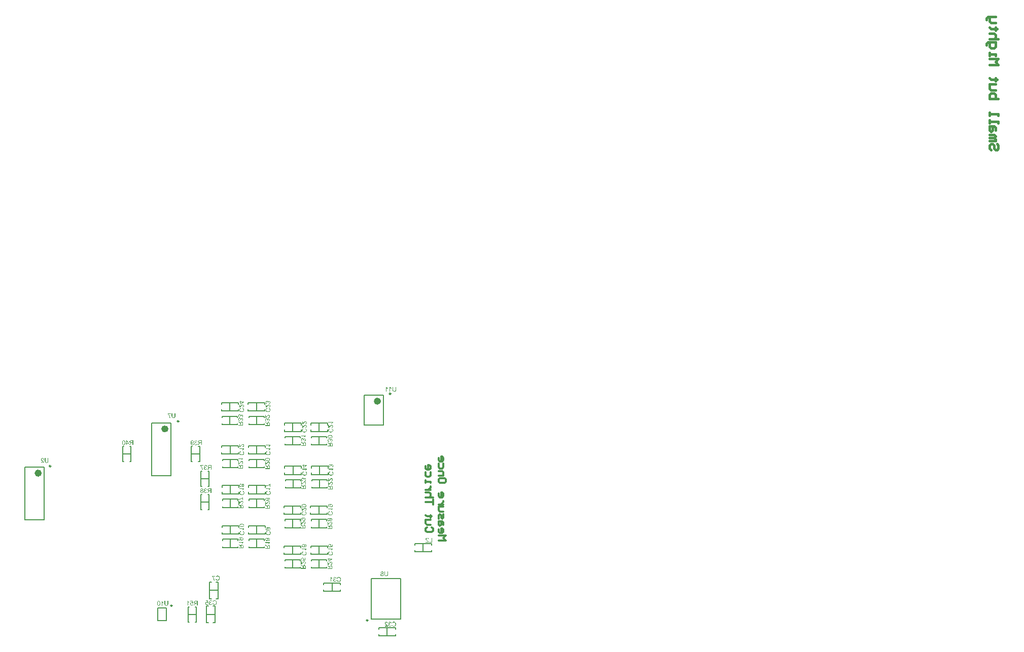
<source format=gbr>
%TF.GenerationSoftware,Altium Limited,Altium Designer,19.1.8 (144)*%
G04 Layer_Color=65280*
%FSLAX26Y26*%
%MOIN*%
%TF.FileFunction,Legend,Bot*%
%TF.Part,Single*%
G01*
G75*
%TA.AperFunction,NonConductor*%
%ADD41C,0.009842*%
%ADD42C,0.023622*%
%ADD43C,0.005906*%
%ADD44C,0.007874*%
%ADD45C,0.011811*%
%ADD46C,0.015748*%
G36*
X3552903Y1693770D02*
X3553383Y1693071D01*
X3553952Y1692372D01*
X3554476Y1691760D01*
X3555000Y1691236D01*
X3555394Y1690799D01*
X3555568Y1690668D01*
X3555700Y1690537D01*
X3555743Y1690493D01*
X3555787Y1690449D01*
X3556705Y1689706D01*
X3557622Y1689007D01*
X3558496Y1688395D01*
X3559370Y1687915D01*
X3560113Y1687478D01*
X3560419Y1687303D01*
X3560681Y1687172D01*
X3560900Y1687041D01*
X3561075Y1686997D01*
X3561162Y1686909D01*
X3561206D01*
Y1683326D01*
X3560550Y1683588D01*
X3559895Y1683894D01*
X3559239Y1684200D01*
X3558627Y1684506D01*
X3558103Y1684768D01*
X3557666Y1684987D01*
X3557404Y1685161D01*
X3557360Y1685205D01*
X3557316D01*
X3556530Y1685686D01*
X3555831Y1686167D01*
X3555219Y1686604D01*
X3554738Y1686997D01*
X3554301Y1687303D01*
X3554039Y1687565D01*
X3553820Y1687740D01*
X3553777Y1687784D01*
Y1664142D01*
X3550062D01*
Y1694513D01*
X3552466D01*
X3552903Y1693770D01*
D02*
G37*
G36*
X3529392D02*
X3529873Y1693071D01*
X3530441Y1692372D01*
X3530965Y1691760D01*
X3531490Y1691236D01*
X3531883Y1690799D01*
X3532058Y1690668D01*
X3532189Y1690537D01*
X3532233Y1690493D01*
X3532276Y1690449D01*
X3533194Y1689706D01*
X3534112Y1689007D01*
X3534986Y1688395D01*
X3535860Y1687915D01*
X3536603Y1687478D01*
X3536909Y1687303D01*
X3537171Y1687172D01*
X3537389Y1687041D01*
X3537564Y1686997D01*
X3537651Y1686909D01*
X3537695D01*
Y1683326D01*
X3537040Y1683588D01*
X3536384Y1683894D01*
X3535729Y1684200D01*
X3535117Y1684506D01*
X3534592Y1684768D01*
X3534155Y1684987D01*
X3533893Y1685161D01*
X3533849Y1685205D01*
X3533806D01*
X3533019Y1685686D01*
X3532320Y1686167D01*
X3531708Y1686604D01*
X3531227Y1686997D01*
X3530791Y1687303D01*
X3530528Y1687565D01*
X3530310Y1687740D01*
X3530266Y1687784D01*
Y1664142D01*
X3526552D01*
Y1694513D01*
X3528955D01*
X3529392Y1693770D01*
D02*
G37*
G36*
X3592976Y1676902D02*
Y1676028D01*
X3592932Y1675198D01*
X3592888Y1674411D01*
X3592801Y1673668D01*
X3592713Y1673013D01*
X3592626Y1672401D01*
X3592495Y1671833D01*
X3592407Y1671309D01*
X3592320Y1670828D01*
X3592189Y1670435D01*
X3592102Y1670085D01*
X3592014Y1669823D01*
X3591927Y1669604D01*
X3591883Y1669429D01*
X3591839Y1669342D01*
Y1669298D01*
X3591359Y1668337D01*
X3590747Y1667463D01*
X3590135Y1666764D01*
X3589480Y1666152D01*
X3588912Y1665671D01*
X3588431Y1665322D01*
X3588256Y1665234D01*
X3588125Y1665147D01*
X3588037Y1665060D01*
X3587994D01*
X3586901Y1664579D01*
X3585765Y1664229D01*
X3584585Y1663967D01*
X3583493Y1663792D01*
X3583012Y1663748D01*
X3582531Y1663705D01*
X3582094Y1663661D01*
X3581745D01*
X3581439Y1663617D01*
X3581046D01*
X3579472Y1663705D01*
X3578773Y1663792D01*
X3578118Y1663880D01*
X3577462Y1664011D01*
X3576894Y1664142D01*
X3576370Y1664273D01*
X3575889Y1664448D01*
X3575452Y1664622D01*
X3575102Y1664754D01*
X3574753Y1664885D01*
X3574490Y1665016D01*
X3574272Y1665147D01*
X3574141Y1665191D01*
X3574053Y1665278D01*
X3574010D01*
X3573048Y1665934D01*
X3572262Y1666676D01*
X3571650Y1667376D01*
X3571126Y1668075D01*
X3570732Y1668687D01*
X3570470Y1669167D01*
X3570383Y1669342D01*
X3570295Y1669473D01*
X3570252Y1669561D01*
Y1669604D01*
X3570077Y1670129D01*
X3569902Y1670697D01*
X3569640Y1671877D01*
X3569465Y1673100D01*
X3569334Y1674280D01*
X3569290Y1674805D01*
X3569247Y1675329D01*
Y1675766D01*
X3569203Y1676159D01*
Y1676465D01*
Y1676684D01*
Y1676859D01*
Y1676902D01*
Y1694382D01*
X3573223D01*
Y1676902D01*
Y1675897D01*
X3573311Y1674936D01*
X3573398Y1674105D01*
X3573529Y1673319D01*
X3573660Y1672620D01*
X3573835Y1671964D01*
X3573966Y1671396D01*
X3574141Y1670915D01*
X3574316Y1670522D01*
X3574490Y1670129D01*
X3574665Y1669867D01*
X3574796Y1669604D01*
X3574927Y1669429D01*
X3575015Y1669298D01*
X3575059Y1669255D01*
X3575102Y1669211D01*
X3575496Y1668861D01*
X3575933Y1668555D01*
X3576894Y1668075D01*
X3577899Y1667725D01*
X3578948Y1667507D01*
X3579909Y1667332D01*
X3580303Y1667288D01*
X3580696D01*
X3580958Y1667245D01*
X3581395D01*
X3582313Y1667288D01*
X3583143Y1667419D01*
X3583930Y1667550D01*
X3584541Y1667769D01*
X3585066Y1667944D01*
X3585459Y1668075D01*
X3585678Y1668206D01*
X3585765Y1668250D01*
X3586377Y1668643D01*
X3586901Y1669124D01*
X3587338Y1669604D01*
X3587644Y1670041D01*
X3587906Y1670478D01*
X3588125Y1670784D01*
X3588212Y1671003D01*
X3588256Y1671090D01*
X3588387Y1671483D01*
X3588474Y1671877D01*
X3588649Y1672794D01*
X3588780Y1673756D01*
X3588868Y1674717D01*
X3588912Y1675547D01*
Y1675941D01*
X3588955Y1676247D01*
Y1676509D01*
Y1676727D01*
Y1676859D01*
Y1676902D01*
Y1694382D01*
X3592976D01*
Y1676902D01*
D02*
G37*
G36*
X2054415Y284550D02*
X2054896Y283851D01*
X2055464Y283151D01*
X2055988Y282540D01*
X2056513Y282015D01*
X2056906Y281578D01*
X2057081Y281447D01*
X2057212Y281316D01*
X2057256Y281272D01*
X2057300Y281229D01*
X2058217Y280486D01*
X2059135Y279787D01*
X2060009Y279175D01*
X2060883Y278694D01*
X2061626Y278257D01*
X2061932Y278082D01*
X2062194Y277951D01*
X2062412Y277820D01*
X2062587Y277776D01*
X2062675Y277689D01*
X2062718D01*
Y274106D01*
X2062063Y274368D01*
X2061407Y274674D01*
X2060752Y274980D01*
X2060140Y275286D01*
X2059616Y275548D01*
X2059179Y275766D01*
X2058916Y275941D01*
X2058873Y275985D01*
X2058829D01*
X2058042Y276465D01*
X2057343Y276946D01*
X2056731Y277383D01*
X2056251Y277776D01*
X2055814Y278082D01*
X2055552Y278344D01*
X2055333Y278519D01*
X2055289Y278563D01*
Y254921D01*
X2051575D01*
Y285293D01*
X2053978D01*
X2054415Y284550D01*
D02*
G37*
G36*
X2094488Y267682D02*
Y266808D01*
X2094445Y265977D01*
X2094401Y265191D01*
X2094313Y264448D01*
X2094226Y263792D01*
X2094139Y263181D01*
X2094008Y262613D01*
X2093920Y262088D01*
X2093833Y261607D01*
X2093702Y261214D01*
X2093614Y260865D01*
X2093527Y260602D01*
X2093439Y260384D01*
X2093396Y260209D01*
X2093352Y260122D01*
Y260078D01*
X2092871Y259116D01*
X2092260Y258243D01*
X2091648Y257543D01*
X2090992Y256932D01*
X2090424Y256451D01*
X2089943Y256101D01*
X2089769Y256014D01*
X2089637Y255926D01*
X2089550Y255839D01*
X2089506D01*
X2088414Y255358D01*
X2087278Y255009D01*
X2086098Y254746D01*
X2085005Y254572D01*
X2084525Y254528D01*
X2084044Y254484D01*
X2083607Y254441D01*
X2083257D01*
X2082951Y254397D01*
X2082558D01*
X2080985Y254484D01*
X2080286Y254572D01*
X2079630Y254659D01*
X2078975Y254790D01*
X2078407Y254921D01*
X2077882Y255052D01*
X2077401Y255227D01*
X2076965Y255402D01*
X2076615Y255533D01*
X2076265Y255664D01*
X2076003Y255795D01*
X2075785Y255926D01*
X2075653Y255970D01*
X2075566Y256058D01*
X2075522D01*
X2074561Y256713D01*
X2073774Y257456D01*
X2073163Y258155D01*
X2072638Y258854D01*
X2072245Y259466D01*
X2071983Y259947D01*
X2071895Y260122D01*
X2071808Y260253D01*
X2071764Y260340D01*
Y260384D01*
X2071589Y260908D01*
X2071415Y261476D01*
X2071152Y262656D01*
X2070978Y263880D01*
X2070847Y265060D01*
X2070803Y265584D01*
X2070759Y266108D01*
Y266546D01*
X2070715Y266939D01*
Y267245D01*
Y267463D01*
Y267638D01*
Y267682D01*
Y285162D01*
X2074736D01*
Y267682D01*
Y266677D01*
X2074823Y265715D01*
X2074911Y264885D01*
X2075042Y264098D01*
X2075173Y263399D01*
X2075348Y262744D01*
X2075479Y262175D01*
X2075653Y261695D01*
X2075828Y261301D01*
X2076003Y260908D01*
X2076178Y260646D01*
X2076309Y260384D01*
X2076440Y260209D01*
X2076528Y260078D01*
X2076571Y260034D01*
X2076615Y259990D01*
X2077008Y259641D01*
X2077445Y259335D01*
X2078407Y258854D01*
X2079412Y258505D01*
X2080461Y258286D01*
X2081422Y258111D01*
X2081815Y258068D01*
X2082209D01*
X2082471Y258024D01*
X2082908D01*
X2083825Y258068D01*
X2084656Y258199D01*
X2085442Y258330D01*
X2086054Y258548D01*
X2086579Y258723D01*
X2086972Y258854D01*
X2087190Y258985D01*
X2087278Y259029D01*
X2087890Y259422D01*
X2088414Y259903D01*
X2088851Y260384D01*
X2089157Y260821D01*
X2089419Y261258D01*
X2089637Y261564D01*
X2089725Y261782D01*
X2089769Y261870D01*
X2089900Y262263D01*
X2089987Y262656D01*
X2090162Y263574D01*
X2090293Y264535D01*
X2090380Y265497D01*
X2090424Y266327D01*
Y266720D01*
X2090468Y267026D01*
Y267288D01*
Y267507D01*
Y267638D01*
Y267682D01*
Y285162D01*
X2094488D01*
Y267682D01*
D02*
G37*
G36*
X2033352Y285205D02*
X2034444Y285031D01*
X2035362Y284725D01*
X2036149Y284419D01*
X2036804Y284069D01*
X2037066Y283938D01*
X2037285Y283763D01*
X2037460Y283676D01*
X2037591Y283589D01*
X2037634Y283501D01*
X2037678D01*
X2038465Y282802D01*
X2039120Y281972D01*
X2039688Y281141D01*
X2040125Y280355D01*
X2040475Y279612D01*
X2040650Y279306D01*
X2040737Y279000D01*
X2040825Y278781D01*
X2040912Y278607D01*
X2040956Y278519D01*
Y278476D01*
X2041130Y277820D01*
X2041305Y277165D01*
X2041568Y275723D01*
X2041786Y274280D01*
X2041917Y272926D01*
X2041961Y272270D01*
X2042005Y271702D01*
Y271178D01*
X2042048Y270697D01*
Y270347D01*
Y270041D01*
Y269867D01*
Y269823D01*
X2042005Y268293D01*
X2041917Y266851D01*
X2041786Y265540D01*
X2041568Y264317D01*
X2041349Y263181D01*
X2041087Y262175D01*
X2040825Y261258D01*
X2040562Y260471D01*
X2040300Y259772D01*
X2039994Y259160D01*
X2039776Y258636D01*
X2039557Y258243D01*
X2039339Y257893D01*
X2039208Y257674D01*
X2039120Y257543D01*
X2039077Y257500D01*
X2038596Y256975D01*
X2038072Y256495D01*
X2037503Y256058D01*
X2036935Y255708D01*
X2036367Y255402D01*
X2035799Y255140D01*
X2035231Y254965D01*
X2034707Y254790D01*
X2034182Y254659D01*
X2033701Y254572D01*
X2033264Y254484D01*
X2032915Y254441D01*
X2032609Y254397D01*
X2032172D01*
X2030992Y254484D01*
X2029900Y254659D01*
X2028982Y254965D01*
X2028195Y255271D01*
X2027540Y255577D01*
X2027321Y255752D01*
X2027103Y255883D01*
X2026928Y255970D01*
X2026797Y256058D01*
X2026753Y256145D01*
X2026709D01*
X2025923Y256888D01*
X2025267Y257674D01*
X2024699Y258548D01*
X2024262Y259335D01*
X2023913Y260078D01*
X2023738Y260384D01*
X2023650Y260690D01*
X2023563Y260908D01*
X2023476Y261083D01*
X2023432Y261170D01*
Y261214D01*
X2023214Y261870D01*
X2023039Y262525D01*
X2022776Y263923D01*
X2022558Y265366D01*
X2022427Y266764D01*
X2022383Y267376D01*
X2022340Y267944D01*
Y268468D01*
X2022296Y268949D01*
Y269299D01*
Y269604D01*
Y269779D01*
Y269823D01*
Y270653D01*
X2022340Y271440D01*
Y272139D01*
X2022383Y272838D01*
X2022471Y273450D01*
X2022514Y274062D01*
X2022558Y274586D01*
X2022645Y275067D01*
X2022689Y275504D01*
X2022776Y275897D01*
X2022820Y276203D01*
X2022864Y276465D01*
X2022908Y276684D01*
X2022951Y276815D01*
X2022995Y276902D01*
Y276946D01*
X2023257Y277908D01*
X2023563Y278781D01*
X2023913Y279524D01*
X2024175Y280180D01*
X2024481Y280748D01*
X2024656Y281141D01*
X2024830Y281360D01*
X2024874Y281447D01*
X2025355Y282103D01*
X2025835Y282671D01*
X2026360Y283151D01*
X2026841Y283589D01*
X2027278Y283894D01*
X2027627Y284113D01*
X2027846Y284244D01*
X2027889Y284288D01*
X2027933D01*
X2028632Y284637D01*
X2029375Y284856D01*
X2030074Y285031D01*
X2030730Y285162D01*
X2031298Y285249D01*
X2031779Y285293D01*
X2032172D01*
X2033352Y285205D01*
D02*
G37*
G36*
X3539370Y461973D02*
Y461099D01*
X3539326Y460269D01*
X3539283Y459482D01*
X3539195Y458739D01*
X3539108Y458084D01*
X3539021Y457472D01*
X3538889Y456904D01*
X3538802Y456379D01*
X3538715Y455899D01*
X3538584Y455505D01*
X3538496Y455156D01*
X3538409Y454894D01*
X3538321Y454675D01*
X3538278Y454500D01*
X3538234Y454413D01*
Y454369D01*
X3537753Y453408D01*
X3537141Y452534D01*
X3536530Y451835D01*
X3535874Y451223D01*
X3535306Y450742D01*
X3534825Y450392D01*
X3534651Y450305D01*
X3534519Y450218D01*
X3534432Y450130D01*
X3534388D01*
X3533296Y449650D01*
X3532160Y449300D01*
X3530980Y449038D01*
X3529887Y448863D01*
X3529407Y448819D01*
X3528926Y448776D01*
X3528489Y448732D01*
X3528139D01*
X3527833Y448688D01*
X3527440D01*
X3525867Y448776D01*
X3525168Y448863D01*
X3524512Y448950D01*
X3523857Y449082D01*
X3523289Y449213D01*
X3522764Y449344D01*
X3522283Y449519D01*
X3521846Y449693D01*
X3521497Y449824D01*
X3521147Y449955D01*
X3520885Y450087D01*
X3520666Y450218D01*
X3520535Y450261D01*
X3520448Y450349D01*
X3520404D01*
X3519443Y451004D01*
X3518656Y451747D01*
X3518044Y452446D01*
X3517520Y453146D01*
X3517127Y453757D01*
X3516865Y454238D01*
X3516777Y454413D01*
X3516690Y454544D01*
X3516646Y454631D01*
Y454675D01*
X3516471Y455200D01*
X3516296Y455768D01*
X3516034Y456947D01*
X3515860Y458171D01*
X3515728Y459351D01*
X3515685Y459875D01*
X3515641Y460400D01*
Y460837D01*
X3515597Y461230D01*
Y461536D01*
Y461755D01*
Y461929D01*
Y461973D01*
Y479453D01*
X3519618D01*
Y461973D01*
Y460968D01*
X3519705Y460007D01*
X3519793Y459176D01*
X3519924Y458390D01*
X3520055Y457690D01*
X3520229Y457035D01*
X3520361Y456467D01*
X3520535Y455986D01*
X3520710Y455593D01*
X3520885Y455200D01*
X3521060Y454937D01*
X3521191Y454675D01*
X3521322Y454500D01*
X3521409Y454369D01*
X3521453Y454325D01*
X3521497Y454282D01*
X3521890Y453932D01*
X3522327Y453626D01*
X3523289Y453146D01*
X3524294Y452796D01*
X3525342Y452577D01*
X3526304Y452403D01*
X3526697Y452359D01*
X3527090D01*
X3527353Y452315D01*
X3527790D01*
X3528707Y452359D01*
X3529538Y452490D01*
X3530324Y452621D01*
X3530936Y452840D01*
X3531460Y453014D01*
X3531854Y453146D01*
X3532072Y453277D01*
X3532160Y453320D01*
X3532771Y453714D01*
X3533296Y454194D01*
X3533733Y454675D01*
X3534039Y455112D01*
X3534301Y455549D01*
X3534519Y455855D01*
X3534607Y456074D01*
X3534651Y456161D01*
X3534782Y456554D01*
X3534869Y456947D01*
X3535044Y457865D01*
X3535175Y458827D01*
X3535262Y459788D01*
X3535306Y460618D01*
Y461012D01*
X3535350Y461317D01*
Y461580D01*
Y461798D01*
Y461929D01*
Y461973D01*
Y479453D01*
X3539370D01*
Y461973D01*
D02*
G37*
G36*
X3501307Y479540D02*
X3502007Y479497D01*
X3503230Y479235D01*
X3503798Y479060D01*
X3504323Y478885D01*
X3504803Y478666D01*
X3505240Y478448D01*
X3505590Y478229D01*
X3505940Y478011D01*
X3506245Y477836D01*
X3506464Y477661D01*
X3506639Y477530D01*
X3506770Y477399D01*
X3506857Y477355D01*
X3506901Y477312D01*
X3507294Y476875D01*
X3507688Y476438D01*
X3507994Y475957D01*
X3508256Y475476D01*
X3508693Y474559D01*
X3508955Y473685D01*
X3509130Y472942D01*
X3509173Y472592D01*
X3509217Y472330D01*
X3509261Y472068D01*
Y471893D01*
Y471805D01*
Y471762D01*
X3509217Y470975D01*
X3509086Y470232D01*
X3508911Y469577D01*
X3508693Y469009D01*
X3508518Y468572D01*
X3508343Y468222D01*
X3508212Y468047D01*
X3508168Y467960D01*
X3507688Y467435D01*
X3507163Y466955D01*
X3506595Y466518D01*
X3506027Y466168D01*
X3505503Y465906D01*
X3505109Y465731D01*
X3504934Y465644D01*
X3504803Y465600D01*
X3504760Y465556D01*
X3504716D01*
X3505721Y465250D01*
X3506551Y464857D01*
X3507294Y464377D01*
X3507906Y463940D01*
X3508387Y463502D01*
X3508736Y463153D01*
X3508911Y462934D01*
X3508999Y462891D01*
Y462847D01*
X3509479Y462060D01*
X3509873Y461230D01*
X3510135Y460443D01*
X3510310Y459657D01*
X3510397Y458958D01*
X3510441Y458652D01*
Y458390D01*
X3510484Y458215D01*
Y458040D01*
Y457953D01*
Y457909D01*
X3510441Y457210D01*
X3510353Y456510D01*
X3510222Y455855D01*
X3510047Y455200D01*
X3509610Y454107D01*
X3509392Y453583D01*
X3509130Y453146D01*
X3508867Y452709D01*
X3508649Y452359D01*
X3508387Y452053D01*
X3508212Y451791D01*
X3508037Y451572D01*
X3507906Y451441D01*
X3507819Y451354D01*
X3507775Y451310D01*
X3507251Y450829D01*
X3506682Y450436D01*
X3506071Y450087D01*
X3505459Y449781D01*
X3504891Y449562D01*
X3504279Y449344D01*
X3503099Y449038D01*
X3502575Y448907D01*
X3502094Y448819D01*
X3501657Y448776D01*
X3501264Y448732D01*
X3500958Y448688D01*
X3500521D01*
X3499691Y448732D01*
X3498948Y448819D01*
X3498205Y448950D01*
X3497506Y449082D01*
X3496894Y449300D01*
X3496282Y449519D01*
X3495714Y449737D01*
X3495233Y449999D01*
X3494796Y450261D01*
X3494403Y450480D01*
X3494097Y450698D01*
X3493791Y450917D01*
X3493573Y451048D01*
X3493441Y451179D01*
X3493354Y451267D01*
X3493310Y451310D01*
X3492830Y451835D01*
X3492393Y452359D01*
X3492043Y452883D01*
X3491737Y453452D01*
X3491431Y453976D01*
X3491213Y454544D01*
X3490907Y455549D01*
X3490776Y456030D01*
X3490688Y456467D01*
X3490645Y456860D01*
X3490601Y457166D01*
X3490557Y457428D01*
Y457647D01*
Y457778D01*
Y457822D01*
X3490601Y458827D01*
X3490776Y459744D01*
X3491038Y460575D01*
X3491300Y461274D01*
X3491562Y461842D01*
X3491825Y462279D01*
X3491999Y462541D01*
X3492043Y462585D01*
Y462628D01*
X3492655Y463328D01*
X3493310Y463940D01*
X3494010Y464420D01*
X3494665Y464857D01*
X3495277Y465163D01*
X3495801Y465382D01*
X3495976Y465469D01*
X3496107Y465513D01*
X3496195Y465556D01*
X3496238D01*
X3495452Y465906D01*
X3494796Y466299D01*
X3494228Y466693D01*
X3493747Y467086D01*
X3493398Y467435D01*
X3493135Y467698D01*
X3492961Y467873D01*
X3492917Y467960D01*
X3492524Y468572D01*
X3492262Y469183D01*
X3492043Y469795D01*
X3491912Y470407D01*
X3491825Y470888D01*
X3491781Y471281D01*
Y471543D01*
Y471587D01*
Y471631D01*
X3491825Y472243D01*
X3491868Y472811D01*
X3492174Y473903D01*
X3492567Y474865D01*
X3493004Y475695D01*
X3493441Y476350D01*
X3493660Y476613D01*
X3493835Y476875D01*
X3494010Y477050D01*
X3494141Y477181D01*
X3494184Y477224D01*
X3494228Y477268D01*
X3494709Y477661D01*
X3495189Y478055D01*
X3495714Y478361D01*
X3496238Y478623D01*
X3497287Y479016D01*
X3498336Y479278D01*
X3498773Y479409D01*
X3499210Y479453D01*
X3499603Y479497D01*
X3499953Y479540D01*
X3500215Y479584D01*
X3500608D01*
X3501307Y479540D01*
D02*
G37*
G36*
X2141346Y1502682D02*
Y1501808D01*
X2141302Y1500977D01*
X2141258Y1500191D01*
X2141171Y1499448D01*
X2141084Y1498792D01*
X2140996Y1498181D01*
X2140865Y1497612D01*
X2140778Y1497088D01*
X2140690Y1496607D01*
X2140559Y1496214D01*
X2140472Y1495864D01*
X2140384Y1495602D01*
X2140297Y1495384D01*
X2140253Y1495209D01*
X2140209Y1495122D01*
Y1495078D01*
X2139729Y1494117D01*
X2139117Y1493243D01*
X2138505Y1492543D01*
X2137850Y1491931D01*
X2137282Y1491451D01*
X2136801Y1491101D01*
X2136626Y1491014D01*
X2136495Y1490926D01*
X2136408Y1490839D01*
X2136364D01*
X2135271Y1490358D01*
X2134135Y1490009D01*
X2132955Y1489746D01*
X2131863Y1489572D01*
X2131382Y1489528D01*
X2130901Y1489484D01*
X2130464Y1489441D01*
X2130115D01*
X2129809Y1489397D01*
X2129416D01*
X2127842Y1489484D01*
X2127143Y1489572D01*
X2126488Y1489659D01*
X2125832Y1489790D01*
X2125264Y1489921D01*
X2124740Y1490052D01*
X2124259Y1490227D01*
X2123822Y1490402D01*
X2123472Y1490533D01*
X2123123Y1490664D01*
X2122861Y1490795D01*
X2122642Y1490926D01*
X2122511Y1490970D01*
X2122424Y1491057D01*
X2122380D01*
X2121419Y1491713D01*
X2120632Y1492456D01*
X2120020Y1493155D01*
X2119496Y1493854D01*
X2119102Y1494466D01*
X2118840Y1494947D01*
X2118753Y1495122D01*
X2118665Y1495253D01*
X2118622Y1495340D01*
Y1495384D01*
X2118447Y1495908D01*
X2118272Y1496476D01*
X2118010Y1497656D01*
X2117835Y1498880D01*
X2117704Y1500060D01*
X2117660Y1500584D01*
X2117617Y1501109D01*
Y1501545D01*
X2117573Y1501939D01*
Y1502245D01*
Y1502463D01*
Y1502638D01*
Y1502682D01*
Y1520162D01*
X2121593D01*
Y1502682D01*
Y1501677D01*
X2121681Y1500715D01*
X2121768Y1499885D01*
X2121899Y1499098D01*
X2122030Y1498399D01*
X2122205Y1497744D01*
X2122336Y1497176D01*
X2122511Y1496695D01*
X2122686Y1496302D01*
X2122861Y1495908D01*
X2123035Y1495646D01*
X2123166Y1495384D01*
X2123298Y1495209D01*
X2123385Y1495078D01*
X2123429Y1495034D01*
X2123472Y1494991D01*
X2123866Y1494641D01*
X2124303Y1494335D01*
X2125264Y1493854D01*
X2126269Y1493505D01*
X2127318Y1493286D01*
X2128279Y1493111D01*
X2128673Y1493068D01*
X2129066D01*
X2129328Y1493024D01*
X2129765D01*
X2130683Y1493068D01*
X2131513Y1493199D01*
X2132300Y1493330D01*
X2132912Y1493548D01*
X2133436Y1493723D01*
X2133829Y1493854D01*
X2134048Y1493985D01*
X2134135Y1494029D01*
X2134747Y1494422D01*
X2135271Y1494903D01*
X2135708Y1495384D01*
X2136014Y1495821D01*
X2136276Y1496258D01*
X2136495Y1496564D01*
X2136582Y1496782D01*
X2136626Y1496870D01*
X2136757Y1497263D01*
X2136845Y1497656D01*
X2137019Y1498574D01*
X2137151Y1499535D01*
X2137238Y1500497D01*
X2137282Y1501327D01*
Y1501720D01*
X2137325Y1502026D01*
Y1502288D01*
Y1502507D01*
Y1502638D01*
Y1502682D01*
Y1520162D01*
X2141346D01*
Y1502682D01*
D02*
G37*
G36*
X2112154Y1516185D02*
X2097340D01*
X2098389Y1514918D01*
X2099394Y1513563D01*
X2100268Y1512252D01*
X2101098Y1510985D01*
X2101448Y1510417D01*
X2101753Y1509892D01*
X2102059Y1509411D01*
X2102278Y1509018D01*
X2102453Y1508669D01*
X2102584Y1508450D01*
X2102671Y1508275D01*
X2102715Y1508232D01*
X2103589Y1506484D01*
X2104376Y1504736D01*
X2105031Y1503075D01*
X2105293Y1502332D01*
X2105555Y1501589D01*
X2105818Y1500934D01*
X2105992Y1500322D01*
X2106167Y1499797D01*
X2106298Y1499361D01*
X2106429Y1498967D01*
X2106517Y1498705D01*
X2106561Y1498530D01*
Y1498486D01*
X2106997Y1496695D01*
X2107172Y1495821D01*
X2107303Y1495034D01*
X2107434Y1494291D01*
X2107566Y1493548D01*
X2107653Y1492937D01*
X2107740Y1492325D01*
X2107784Y1491800D01*
X2107828Y1491320D01*
X2107872Y1490883D01*
Y1490533D01*
X2107915Y1490271D01*
Y1490096D01*
Y1489965D01*
Y1489921D01*
X2104113D01*
X2103982Y1491582D01*
X2103764Y1493111D01*
X2103545Y1494510D01*
X2103414Y1495165D01*
X2103283Y1495777D01*
X2103196Y1496302D01*
X2103064Y1496782D01*
X2102977Y1497219D01*
X2102890Y1497569D01*
X2102802Y1497831D01*
X2102759Y1498050D01*
X2102715Y1498181D01*
Y1498224D01*
X2102059Y1500235D01*
X2101360Y1502114D01*
X2101011Y1503031D01*
X2100661Y1503905D01*
X2100268Y1504692D01*
X2099918Y1505478D01*
X2099612Y1506178D01*
X2099306Y1506790D01*
X2099044Y1507314D01*
X2098826Y1507795D01*
X2098607Y1508188D01*
X2098476Y1508450D01*
X2098389Y1508625D01*
X2098345Y1508669D01*
X2097820Y1509586D01*
X2097296Y1510504D01*
X2096772Y1511334D01*
X2096247Y1512121D01*
X2095767Y1512820D01*
X2095286Y1513519D01*
X2094805Y1514131D01*
X2094412Y1514656D01*
X2094019Y1515180D01*
X2093669Y1515617D01*
X2093319Y1515966D01*
X2093057Y1516272D01*
X2092882Y1516535D01*
X2092708Y1516709D01*
X2092620Y1516797D01*
X2092577Y1516841D01*
Y1519768D01*
X2112154D01*
Y1516185D01*
D02*
G37*
G36*
X1269503Y1225454D02*
X1270246Y1225410D01*
X1270945Y1225279D01*
X1271600Y1225148D01*
X1272212Y1224973D01*
X1272780Y1224798D01*
X1273305Y1224580D01*
X1273785Y1224361D01*
X1274222Y1224143D01*
X1274572Y1223924D01*
X1274878Y1223750D01*
X1275140Y1223575D01*
X1275359Y1223444D01*
X1275490Y1223313D01*
X1275577Y1223269D01*
X1275621Y1223225D01*
X1276058Y1222788D01*
X1276451Y1222307D01*
X1276844Y1221783D01*
X1277150Y1221259D01*
X1277675Y1220210D01*
X1278024Y1219161D01*
X1278155Y1218680D01*
X1278286Y1218200D01*
X1278374Y1217806D01*
X1278461Y1217457D01*
X1278505Y1217151D01*
Y1216932D01*
X1278549Y1216801D01*
Y1216758D01*
X1274747Y1216364D01*
X1274659Y1217369D01*
X1274485Y1218243D01*
X1274222Y1219030D01*
X1273917Y1219642D01*
X1273654Y1220166D01*
X1273392Y1220516D01*
X1273217Y1220734D01*
X1273130Y1220822D01*
X1272474Y1221346D01*
X1271775Y1221739D01*
X1271032Y1222045D01*
X1270377Y1222220D01*
X1269765Y1222351D01*
X1269241Y1222395D01*
X1269066Y1222439D01*
X1268804D01*
X1267886Y1222395D01*
X1267056Y1222220D01*
X1266356Y1221958D01*
X1265745Y1221696D01*
X1265264Y1221390D01*
X1264958Y1221171D01*
X1264739Y1220996D01*
X1264652Y1220909D01*
X1264128Y1220297D01*
X1263734Y1219686D01*
X1263428Y1219074D01*
X1263254Y1218462D01*
X1263123Y1217981D01*
X1263079Y1217544D01*
X1263035Y1217282D01*
Y1217238D01*
Y1217195D01*
X1263123Y1216408D01*
X1263297Y1215578D01*
X1263603Y1214835D01*
X1263909Y1214136D01*
X1264259Y1213568D01*
X1264565Y1213087D01*
X1264652Y1212912D01*
X1264739Y1212781D01*
X1264827Y1212737D01*
Y1212694D01*
X1265177Y1212213D01*
X1265613Y1211732D01*
X1266094Y1211208D01*
X1266619Y1210683D01*
X1267711Y1209634D01*
X1268804Y1208586D01*
X1269372Y1208105D01*
X1269852Y1207668D01*
X1270333Y1207275D01*
X1270726Y1206925D01*
X1271032Y1206663D01*
X1271294Y1206444D01*
X1271469Y1206313D01*
X1271513Y1206270D01*
X1272605Y1205352D01*
X1273611Y1204478D01*
X1274441Y1203691D01*
X1275096Y1203036D01*
X1275665Y1202468D01*
X1276058Y1202074D01*
X1276276Y1201812D01*
X1276364Y1201768D01*
Y1201725D01*
X1276976Y1200982D01*
X1277456Y1200283D01*
X1277893Y1199583D01*
X1278243Y1198972D01*
X1278505Y1198447D01*
X1278680Y1198054D01*
X1278767Y1197792D01*
X1278811Y1197748D01*
Y1197704D01*
X1278986Y1197224D01*
X1279073Y1196787D01*
X1279160Y1196350D01*
X1279204Y1195956D01*
X1279248Y1195607D01*
Y1195345D01*
Y1195170D01*
Y1195126D01*
X1259190D01*
Y1198709D01*
X1274091D01*
X1273567Y1199452D01*
X1273305Y1199758D01*
X1273086Y1200064D01*
X1272868Y1200326D01*
X1272693Y1200501D01*
X1272562Y1200632D01*
X1272518Y1200676D01*
X1272300Y1200895D01*
X1272037Y1201113D01*
X1271426Y1201681D01*
X1270726Y1202337D01*
X1269984Y1202992D01*
X1269284Y1203560D01*
X1268978Y1203822D01*
X1268716Y1204085D01*
X1268498Y1204259D01*
X1268323Y1204390D01*
X1268236Y1204478D01*
X1268192Y1204522D01*
X1267493Y1205133D01*
X1266793Y1205701D01*
X1266182Y1206270D01*
X1265613Y1206750D01*
X1265089Y1207231D01*
X1264652Y1207668D01*
X1264215Y1208061D01*
X1263866Y1208411D01*
X1263516Y1208761D01*
X1263254Y1209023D01*
X1263035Y1209241D01*
X1262817Y1209460D01*
X1262598Y1209722D01*
X1262511Y1209809D01*
X1261899Y1210552D01*
X1261375Y1211208D01*
X1260938Y1211863D01*
X1260588Y1212388D01*
X1260326Y1212868D01*
X1260151Y1213218D01*
X1260064Y1213436D01*
X1260020Y1213524D01*
X1259758Y1214179D01*
X1259583Y1214835D01*
X1259408Y1215447D01*
X1259321Y1215971D01*
X1259277Y1216452D01*
X1259233Y1216801D01*
Y1217020D01*
Y1217107D01*
X1259277Y1217763D01*
X1259364Y1218374D01*
X1259452Y1218986D01*
X1259627Y1219511D01*
X1260064Y1220560D01*
X1260501Y1221390D01*
X1260763Y1221783D01*
X1260981Y1222089D01*
X1261200Y1222395D01*
X1261418Y1222613D01*
X1261593Y1222788D01*
X1261680Y1222963D01*
X1261768Y1223007D01*
X1261812Y1223050D01*
X1262292Y1223487D01*
X1262817Y1223881D01*
X1263385Y1224187D01*
X1263953Y1224449D01*
X1265089Y1224886D01*
X1266225Y1225192D01*
X1266706Y1225279D01*
X1267187Y1225367D01*
X1267624Y1225410D01*
X1267973Y1225454D01*
X1268279Y1225498D01*
X1268716D01*
X1269503Y1225454D01*
D02*
G37*
G36*
X1307653Y1207887D02*
Y1207013D01*
X1307609Y1206182D01*
X1307565Y1205396D01*
X1307478Y1204653D01*
X1307391Y1203997D01*
X1307303Y1203385D01*
X1307172Y1202817D01*
X1307085Y1202293D01*
X1306997Y1201812D01*
X1306866Y1201419D01*
X1306779Y1201069D01*
X1306691Y1200807D01*
X1306604Y1200589D01*
X1306560Y1200414D01*
X1306517Y1200326D01*
Y1200283D01*
X1306036Y1199321D01*
X1305424Y1198447D01*
X1304812Y1197748D01*
X1304157Y1197136D01*
X1303589Y1196656D01*
X1303108Y1196306D01*
X1302933Y1196219D01*
X1302802Y1196131D01*
X1302715Y1196044D01*
X1302671D01*
X1301579Y1195563D01*
X1300442Y1195214D01*
X1299263Y1194951D01*
X1298170Y1194776D01*
X1297689Y1194733D01*
X1297209Y1194689D01*
X1296772Y1194645D01*
X1296422D01*
X1296116Y1194602D01*
X1295723D01*
X1294150Y1194689D01*
X1293450Y1194776D01*
X1292795Y1194864D01*
X1292139Y1194995D01*
X1291571Y1195126D01*
X1291047Y1195257D01*
X1290566Y1195432D01*
X1290129Y1195607D01*
X1289780Y1195738D01*
X1289430Y1195869D01*
X1289168Y1196000D01*
X1288949Y1196131D01*
X1288818Y1196175D01*
X1288731Y1196262D01*
X1288687D01*
X1287726Y1196918D01*
X1286939Y1197661D01*
X1286327Y1198360D01*
X1285803Y1199059D01*
X1285410Y1199671D01*
X1285147Y1200152D01*
X1285060Y1200326D01*
X1284973Y1200457D01*
X1284929Y1200545D01*
Y1200589D01*
X1284754Y1201113D01*
X1284579Y1201681D01*
X1284317Y1202861D01*
X1284142Y1204085D01*
X1284011Y1205264D01*
X1283967Y1205789D01*
X1283924Y1206313D01*
Y1206750D01*
X1283880Y1207144D01*
Y1207449D01*
Y1207668D01*
Y1207843D01*
Y1207887D01*
Y1225367D01*
X1287900D01*
Y1207887D01*
Y1206881D01*
X1287988Y1205920D01*
X1288075Y1205090D01*
X1288206Y1204303D01*
X1288338Y1203604D01*
X1288512Y1202948D01*
X1288643Y1202380D01*
X1288818Y1201900D01*
X1288993Y1201506D01*
X1289168Y1201113D01*
X1289343Y1200851D01*
X1289474Y1200589D01*
X1289605Y1200414D01*
X1289692Y1200283D01*
X1289736Y1200239D01*
X1289780Y1200195D01*
X1290173Y1199846D01*
X1290610Y1199540D01*
X1291571Y1199059D01*
X1292576Y1198709D01*
X1293625Y1198491D01*
X1294587Y1198316D01*
X1294980Y1198273D01*
X1295373D01*
X1295635Y1198229D01*
X1296072D01*
X1296990Y1198273D01*
X1297820Y1198404D01*
X1298607Y1198535D01*
X1299219Y1198753D01*
X1299743Y1198928D01*
X1300137Y1199059D01*
X1300355Y1199190D01*
X1300442Y1199234D01*
X1301054Y1199627D01*
X1301579Y1200108D01*
X1302016Y1200589D01*
X1302322Y1201026D01*
X1302584Y1201463D01*
X1302802Y1201768D01*
X1302890Y1201987D01*
X1302933Y1202074D01*
X1303064Y1202468D01*
X1303152Y1202861D01*
X1303327Y1203779D01*
X1303458Y1204740D01*
X1303545Y1205701D01*
X1303589Y1206532D01*
Y1206925D01*
X1303632Y1207231D01*
Y1207493D01*
Y1207712D01*
Y1207843D01*
Y1207887D01*
Y1225367D01*
X1307653D01*
Y1207887D01*
D02*
G37*
G36*
X2224620Y285495D02*
X2225101Y284796D01*
X2225669Y284096D01*
X2226194Y283485D01*
X2226718Y282960D01*
X2227111Y282523D01*
X2227286Y282392D01*
X2227417Y282261D01*
X2227461Y282217D01*
X2227505Y282174D01*
X2228422Y281431D01*
X2229340Y280731D01*
X2230214Y280120D01*
X2231088Y279639D01*
X2231831Y279202D01*
X2232137Y279027D01*
X2232399Y278896D01*
X2232618Y278765D01*
X2232792Y278721D01*
X2232880Y278634D01*
X2232923D01*
Y275050D01*
X2232268Y275313D01*
X2231613Y275619D01*
X2230957Y275925D01*
X2230345Y276230D01*
X2229821Y276493D01*
X2229384Y276711D01*
X2229122Y276886D01*
X2229078Y276930D01*
X2229034D01*
X2228248Y277410D01*
X2227548Y277891D01*
X2226937Y278328D01*
X2226456Y278721D01*
X2226019Y279027D01*
X2225757Y279289D01*
X2225538Y279464D01*
X2225494Y279508D01*
Y255866D01*
X2221780D01*
Y286238D01*
X2224184D01*
X2224620Y285495D01*
D02*
G37*
G36*
X2258619Y270156D02*
X2255123Y269675D01*
X2254817Y270156D01*
X2254424Y270549D01*
X2254074Y270943D01*
X2253725Y271249D01*
X2253375Y271467D01*
X2253113Y271686D01*
X2252938Y271773D01*
X2252894Y271817D01*
X2252326Y272079D01*
X2251758Y272297D01*
X2251234Y272428D01*
X2250709Y272560D01*
X2250272Y272603D01*
X2249923Y272647D01*
X2249093D01*
X2248568Y272560D01*
X2247650Y272341D01*
X2246864Y272035D01*
X2246165Y271729D01*
X2245640Y271380D01*
X2245247Y271074D01*
X2245028Y270855D01*
X2244941Y270812D01*
Y270768D01*
X2244329Y270025D01*
X2243892Y269238D01*
X2243586Y268408D01*
X2243368Y267578D01*
X2243237Y266879D01*
X2243193Y266573D01*
Y266310D01*
X2243149Y266092D01*
Y265917D01*
Y265830D01*
Y265786D01*
Y265174D01*
X2243237Y264606D01*
X2243455Y263514D01*
X2243761Y262596D01*
X2244067Y261853D01*
X2244417Y261241D01*
X2244722Y260761D01*
X2244854Y260630D01*
X2244941Y260498D01*
X2244985Y260455D01*
X2245028Y260411D01*
X2245378Y260061D01*
X2245728Y259755D01*
X2246514Y259231D01*
X2247257Y258882D01*
X2248000Y258663D01*
X2248612Y258488D01*
X2249136Y258445D01*
X2249311Y258401D01*
X2249573D01*
X2250403Y258445D01*
X2251146Y258619D01*
X2251802Y258838D01*
X2252326Y259100D01*
X2252807Y259362D01*
X2253157Y259581D01*
X2253331Y259755D01*
X2253419Y259799D01*
X2253943Y260411D01*
X2254380Y261067D01*
X2254730Y261809D01*
X2254992Y262465D01*
X2255167Y263120D01*
X2255298Y263601D01*
X2255342Y263820D01*
X2255385Y263951D01*
Y264038D01*
Y264082D01*
X2259275Y263776D01*
X2259187Y263077D01*
X2259056Y262421D01*
X2258663Y261198D01*
X2258182Y260149D01*
X2257920Y259668D01*
X2257658Y259275D01*
X2257439Y258882D01*
X2257177Y258532D01*
X2256959Y258270D01*
X2256740Y258051D01*
X2256565Y257876D01*
X2256478Y257702D01*
X2256390Y257658D01*
X2256347Y257614D01*
X2255822Y257221D01*
X2255298Y256871D01*
X2254730Y256565D01*
X2254162Y256303D01*
X2253069Y255910D01*
X2251977Y255648D01*
X2251496Y255517D01*
X2251015Y255473D01*
X2250622Y255429D01*
X2250272Y255386D01*
X2249966Y255342D01*
X2249573D01*
X2248655Y255386D01*
X2247782Y255517D01*
X2246951Y255691D01*
X2246208Y255910D01*
X2245509Y256216D01*
X2244854Y256522D01*
X2244242Y256828D01*
X2243717Y257177D01*
X2243237Y257527D01*
X2242800Y257833D01*
X2242450Y258182D01*
X2242144Y258445D01*
X2241926Y258663D01*
X2241751Y258838D01*
X2241664Y258969D01*
X2241620Y259013D01*
X2241183Y259581D01*
X2240833Y260192D01*
X2240484Y260761D01*
X2240221Y261372D01*
X2239784Y262552D01*
X2239522Y263688D01*
X2239435Y264169D01*
X2239347Y264650D01*
X2239304Y265043D01*
X2239260Y265393D01*
X2239216Y265699D01*
Y265917D01*
Y266048D01*
Y266092D01*
X2239260Y266879D01*
X2239347Y267622D01*
X2239479Y268364D01*
X2239653Y269020D01*
X2239872Y269632D01*
X2240090Y270243D01*
X2240352Y270768D01*
X2240571Y271249D01*
X2240833Y271686D01*
X2241095Y272079D01*
X2241314Y272385D01*
X2241532Y272691D01*
X2241707Y272909D01*
X2241838Y273040D01*
X2241926Y273128D01*
X2241969Y273171D01*
X2242494Y273652D01*
X2243018Y274089D01*
X2243586Y274439D01*
X2244154Y274745D01*
X2244722Y275050D01*
X2245291Y275269D01*
X2246339Y275575D01*
X2246820Y275706D01*
X2247257Y275793D01*
X2247650Y275837D01*
X2248000Y275881D01*
X2248262Y275925D01*
X2249224D01*
X2249748Y275837D01*
X2250797Y275619D01*
X2251758Y275313D01*
X2252632Y274963D01*
X2253331Y274613D01*
X2253637Y274439D01*
X2253899Y274308D01*
X2254118Y274176D01*
X2254249Y274089D01*
X2254336Y274045D01*
X2254380Y274002D01*
X2252763Y282174D01*
X2240658D01*
Y285713D01*
X2255691D01*
X2258619Y270156D01*
D02*
G37*
G36*
X2288204Y255866D02*
X2284184D01*
Y269282D01*
X2279027D01*
X2278546Y269238D01*
X2278197D01*
X2277891Y269195D01*
X2277672Y269151D01*
X2277497D01*
X2277410Y269107D01*
X2277366D01*
X2276667Y268889D01*
X2276361Y268758D01*
X2276099Y268627D01*
X2275837Y268495D01*
X2275662Y268408D01*
X2275575Y268364D01*
X2275531Y268321D01*
X2275181Y268058D01*
X2274832Y267753D01*
X2274176Y267097D01*
X2273870Y266791D01*
X2273652Y266529D01*
X2273521Y266354D01*
X2273477Y266310D01*
X2273040Y265699D01*
X2272559Y265043D01*
X2272079Y264344D01*
X2271598Y263688D01*
X2271205Y263077D01*
X2270899Y262596D01*
X2270768Y262421D01*
X2270680Y262290D01*
X2270593Y262203D01*
Y262159D01*
X2266616Y255866D01*
X2261634D01*
X2266835Y264082D01*
X2267447Y264956D01*
X2268015Y265742D01*
X2268583Y266398D01*
X2269063Y267010D01*
X2269500Y267447D01*
X2269850Y267796D01*
X2270068Y268015D01*
X2270156Y268102D01*
X2270506Y268364D01*
X2270899Y268670D01*
X2271685Y269151D01*
X2272035Y269326D01*
X2272297Y269501D01*
X2272472Y269588D01*
X2272559Y269632D01*
X2271773Y269763D01*
X2271030Y269894D01*
X2270374Y270112D01*
X2269719Y270287D01*
X2269151Y270506D01*
X2268626Y270768D01*
X2268146Y270986D01*
X2267709Y271205D01*
X2267359Y271467D01*
X2267010Y271686D01*
X2266747Y271860D01*
X2266529Y272035D01*
X2266354Y272166D01*
X2266223Y272297D01*
X2266179Y272341D01*
X2266135Y272385D01*
X2265786Y272822D01*
X2265436Y273259D01*
X2264912Y274176D01*
X2264562Y275094D01*
X2264300Y275968D01*
X2264125Y276711D01*
X2264082Y277017D01*
Y277323D01*
X2264038Y277541D01*
Y277716D01*
Y277804D01*
Y277847D01*
X2264082Y278765D01*
X2264213Y279595D01*
X2264431Y280382D01*
X2264650Y281037D01*
X2264912Y281606D01*
X2265087Y282043D01*
X2265262Y282305D01*
X2265305Y282348D01*
Y282392D01*
X2265830Y283091D01*
X2266354Y283703D01*
X2266922Y284228D01*
X2267447Y284621D01*
X2267927Y284927D01*
X2268320Y285101D01*
X2268583Y285233D01*
X2268626Y285276D01*
X2268670D01*
X2269063Y285407D01*
X2269544Y285538D01*
X2270506Y285757D01*
X2271554Y285888D01*
X2272516Y286019D01*
X2273433Y286063D01*
X2273827D01*
X2274176Y286107D01*
X2288204D01*
Y255866D01*
D02*
G37*
G36*
X1864823Y1311765D02*
X1860802D01*
Y1325181D01*
X1855646D01*
X1855165Y1325137D01*
X1854815D01*
X1854509Y1325093D01*
X1854291Y1325050D01*
X1854116D01*
X1854029Y1325006D01*
X1853985D01*
X1853286Y1324788D01*
X1852980Y1324657D01*
X1852718Y1324525D01*
X1852456Y1324394D01*
X1852281Y1324307D01*
X1852193Y1324263D01*
X1852150Y1324219D01*
X1851800Y1323957D01*
X1851450Y1323651D01*
X1850795Y1322996D01*
X1850489Y1322690D01*
X1850271Y1322428D01*
X1850139Y1322253D01*
X1850096Y1322209D01*
X1849659Y1321598D01*
X1849178Y1320942D01*
X1848697Y1320243D01*
X1848217Y1319587D01*
X1847823Y1318976D01*
X1847517Y1318495D01*
X1847386Y1318320D01*
X1847299Y1318189D01*
X1847211Y1318101D01*
Y1318058D01*
X1843235Y1311765D01*
X1838253D01*
X1843453Y1319981D01*
X1844065Y1320855D01*
X1844633Y1321641D01*
X1845201Y1322297D01*
X1845682Y1322909D01*
X1846119Y1323345D01*
X1846469Y1323695D01*
X1846687Y1323914D01*
X1846774Y1324001D01*
X1847124Y1324263D01*
X1847517Y1324569D01*
X1848304Y1325050D01*
X1848654Y1325225D01*
X1848916Y1325399D01*
X1849091Y1325487D01*
X1849178Y1325531D01*
X1848391Y1325662D01*
X1847649Y1325793D01*
X1846993Y1326011D01*
X1846338Y1326186D01*
X1845769Y1326405D01*
X1845245Y1326667D01*
X1844764Y1326885D01*
X1844327Y1327104D01*
X1843978Y1327366D01*
X1843628Y1327584D01*
X1843366Y1327759D01*
X1843147Y1327934D01*
X1842973Y1328065D01*
X1842841Y1328196D01*
X1842798Y1328240D01*
X1842754Y1328284D01*
X1842405Y1328721D01*
X1842055Y1329158D01*
X1841531Y1330075D01*
X1841181Y1330993D01*
X1840919Y1331867D01*
X1840744Y1332610D01*
X1840700Y1332916D01*
Y1333222D01*
X1840657Y1333440D01*
Y1333615D01*
Y1333702D01*
Y1333746D01*
X1840700Y1334664D01*
X1840831Y1335494D01*
X1841050Y1336281D01*
X1841268Y1336936D01*
X1841531Y1337504D01*
X1841705Y1337941D01*
X1841880Y1338204D01*
X1841924Y1338247D01*
Y1338291D01*
X1842448Y1338990D01*
X1842973Y1339602D01*
X1843541Y1340126D01*
X1844065Y1340520D01*
X1844546Y1340825D01*
X1844939Y1341000D01*
X1845201Y1341131D01*
X1845245Y1341175D01*
X1845289D01*
X1845682Y1341306D01*
X1846163Y1341437D01*
X1847124Y1341656D01*
X1848173Y1341787D01*
X1849134Y1341918D01*
X1850052Y1341962D01*
X1850445D01*
X1850795Y1342005D01*
X1864823D01*
Y1311765D01*
D02*
G37*
G36*
X1837160Y1322428D02*
Y1319019D01*
X1824007D01*
Y1311765D01*
X1820292D01*
Y1319019D01*
X1816185D01*
Y1322428D01*
X1820292D01*
Y1342005D01*
X1823308D01*
X1837160Y1322428D01*
D02*
G37*
G36*
X1803686Y1342049D02*
X1804779Y1341874D01*
X1805697Y1341568D01*
X1806483Y1341263D01*
X1807139Y1340913D01*
X1807401Y1340782D01*
X1807619Y1340607D01*
X1807794Y1340520D01*
X1807925Y1340432D01*
X1807969Y1340345D01*
X1808013D01*
X1808799Y1339646D01*
X1809455Y1338815D01*
X1810023Y1337985D01*
X1810460Y1337198D01*
X1810809Y1336456D01*
X1810984Y1336150D01*
X1811072Y1335844D01*
X1811159Y1335625D01*
X1811246Y1335450D01*
X1811290Y1335363D01*
Y1335319D01*
X1811465Y1334664D01*
X1811640Y1334008D01*
X1811902Y1332566D01*
X1812120Y1331124D01*
X1812252Y1329769D01*
X1812295Y1329114D01*
X1812339Y1328546D01*
Y1328021D01*
X1812383Y1327541D01*
Y1327191D01*
Y1326885D01*
Y1326710D01*
Y1326667D01*
X1812339Y1325137D01*
X1812252Y1323695D01*
X1812120Y1322384D01*
X1811902Y1321160D01*
X1811683Y1320024D01*
X1811421Y1319019D01*
X1811159Y1318101D01*
X1810897Y1317315D01*
X1810635Y1316616D01*
X1810329Y1316004D01*
X1810110Y1315479D01*
X1809892Y1315086D01*
X1809673Y1314737D01*
X1809542Y1314518D01*
X1809455Y1314387D01*
X1809411Y1314343D01*
X1808930Y1313819D01*
X1808406Y1313338D01*
X1807838Y1312901D01*
X1807270Y1312552D01*
X1806702Y1312246D01*
X1806133Y1311984D01*
X1805565Y1311809D01*
X1805041Y1311634D01*
X1804517Y1311503D01*
X1804036Y1311415D01*
X1803599Y1311328D01*
X1803249Y1311284D01*
X1802943Y1311241D01*
X1802506D01*
X1801326Y1311328D01*
X1800234Y1311503D01*
X1799316Y1311809D01*
X1798530Y1312115D01*
X1797874Y1312420D01*
X1797656Y1312595D01*
X1797437Y1312726D01*
X1797262Y1312814D01*
X1797131Y1312901D01*
X1797088Y1312989D01*
X1797044D01*
X1796257Y1313732D01*
X1795602Y1314518D01*
X1795034Y1315392D01*
X1794597Y1316179D01*
X1794247Y1316922D01*
X1794072Y1317227D01*
X1793985Y1317533D01*
X1793898Y1317752D01*
X1793810Y1317927D01*
X1793766Y1318014D01*
Y1318058D01*
X1793548Y1318713D01*
X1793373Y1319369D01*
X1793111Y1320767D01*
X1792892Y1322209D01*
X1792761Y1323608D01*
X1792718Y1324219D01*
X1792674Y1324788D01*
Y1325312D01*
X1792630Y1325793D01*
Y1326142D01*
Y1326448D01*
Y1326623D01*
Y1326667D01*
Y1327497D01*
X1792674Y1328284D01*
Y1328983D01*
X1792718Y1329682D01*
X1792805Y1330294D01*
X1792849Y1330906D01*
X1792892Y1331430D01*
X1792980Y1331911D01*
X1793024Y1332348D01*
X1793111Y1332741D01*
X1793155Y1333047D01*
X1793198Y1333309D01*
X1793242Y1333528D01*
X1793286Y1333659D01*
X1793329Y1333746D01*
Y1333790D01*
X1793592Y1334751D01*
X1793898Y1335625D01*
X1794247Y1336368D01*
X1794509Y1337024D01*
X1794815Y1337592D01*
X1794990Y1337985D01*
X1795165Y1338204D01*
X1795208Y1338291D01*
X1795689Y1338946D01*
X1796170Y1339514D01*
X1796694Y1339995D01*
X1797175Y1340432D01*
X1797612Y1340738D01*
X1797962Y1340957D01*
X1798180Y1341088D01*
X1798224Y1341131D01*
X1798267D01*
X1798967Y1341481D01*
X1799710Y1341699D01*
X1800409Y1341874D01*
X1801064Y1342005D01*
X1801632Y1342093D01*
X1802113Y1342137D01*
X1802506D01*
X1803686Y1342049D01*
D02*
G37*
G36*
X2278139D02*
X2279319Y1341831D01*
X2280324Y1341481D01*
X2281198Y1341131D01*
X2281591Y1340913D01*
X2281897Y1340738D01*
X2282203Y1340563D01*
X2282421Y1340389D01*
X2282596Y1340257D01*
X2282727Y1340170D01*
X2282815Y1340126D01*
X2282858Y1340083D01*
X2283689Y1339252D01*
X2284344Y1338335D01*
X2284869Y1337373D01*
X2285306Y1336412D01*
X2285568Y1335582D01*
X2285699Y1335232D01*
X2285786Y1334926D01*
X2285830Y1334664D01*
X2285874Y1334489D01*
X2285917Y1334358D01*
Y1334314D01*
X2282203Y1333659D01*
X2282028Y1334620D01*
X2281766Y1335450D01*
X2281460Y1336150D01*
X2281154Y1336718D01*
X2280848Y1337155D01*
X2280586Y1337461D01*
X2280411Y1337679D01*
X2280367Y1337723D01*
X2279799Y1338160D01*
X2279188Y1338509D01*
X2278619Y1338728D01*
X2278051Y1338903D01*
X2277527Y1338990D01*
X2277134Y1339078D01*
X2276784D01*
X2275997Y1339034D01*
X2275298Y1338859D01*
X2274686Y1338640D01*
X2274162Y1338422D01*
X2273769Y1338160D01*
X2273463Y1337941D01*
X2273244Y1337766D01*
X2273201Y1337723D01*
X2272720Y1337198D01*
X2272370Y1336630D01*
X2272152Y1336062D01*
X2271977Y1335538D01*
X2271890Y1335057D01*
X2271802Y1334707D01*
Y1334445D01*
Y1334402D01*
Y1334358D01*
Y1333877D01*
X2271890Y1333440D01*
X2272108Y1332697D01*
X2272414Y1332042D01*
X2272764Y1331474D01*
X2273113Y1331080D01*
X2273419Y1330774D01*
X2273638Y1330600D01*
X2273681Y1330556D01*
X2273725D01*
X2274468Y1330163D01*
X2275167Y1329857D01*
X2275910Y1329638D01*
X2276566Y1329507D01*
X2277134Y1329420D01*
X2277614Y1329332D01*
X2278182D01*
X2278357Y1329376D01*
X2278576D01*
X2279013Y1326099D01*
X2278445Y1326230D01*
X2277920Y1326317D01*
X2277483Y1326405D01*
X2277090Y1326448D01*
X2276784Y1326492D01*
X2276391D01*
X2275473Y1326405D01*
X2274643Y1326230D01*
X2273900Y1325967D01*
X2273288Y1325662D01*
X2272807Y1325356D01*
X2272458Y1325093D01*
X2272239Y1324919D01*
X2272152Y1324831D01*
X2271584Y1324176D01*
X2271147Y1323477D01*
X2270841Y1322777D01*
X2270666Y1322078D01*
X2270535Y1321510D01*
X2270491Y1321029D01*
X2270448Y1320855D01*
Y1320724D01*
Y1320636D01*
Y1320592D01*
X2270535Y1319631D01*
X2270753Y1318757D01*
X2271016Y1318014D01*
X2271365Y1317359D01*
X2271715Y1316834D01*
X2271977Y1316441D01*
X2272196Y1316179D01*
X2272283Y1316091D01*
X2272982Y1315479D01*
X2273725Y1315043D01*
X2274468Y1314737D01*
X2275167Y1314518D01*
X2275779Y1314387D01*
X2276260Y1314343D01*
X2276434Y1314300D01*
X2276697D01*
X2277483Y1314343D01*
X2278226Y1314518D01*
X2278882Y1314737D01*
X2279406Y1314999D01*
X2279843Y1315217D01*
X2280193Y1315436D01*
X2280367Y1315611D01*
X2280455Y1315654D01*
X2280979Y1316266D01*
X2281416Y1316965D01*
X2281810Y1317708D01*
X2282115Y1318495D01*
X2282334Y1319150D01*
X2282421Y1319456D01*
X2282465Y1319718D01*
X2282509Y1319937D01*
X2282552Y1320112D01*
X2282596Y1320199D01*
Y1320243D01*
X2286311Y1319762D01*
X2286223Y1319063D01*
X2286092Y1318407D01*
X2285699Y1317184D01*
X2285218Y1316135D01*
X2284956Y1315698D01*
X2284694Y1315261D01*
X2284432Y1314868D01*
X2284169Y1314562D01*
X2283951Y1314256D01*
X2283732Y1314037D01*
X2283601Y1313863D01*
X2283470Y1313732D01*
X2283383Y1313644D01*
X2283339Y1313600D01*
X2282815Y1313207D01*
X2282290Y1312814D01*
X2281766Y1312508D01*
X2281198Y1312246D01*
X2280105Y1311809D01*
X2279057Y1311546D01*
X2278576Y1311459D01*
X2278139Y1311372D01*
X2277745Y1311328D01*
X2277396Y1311284D01*
X2277134Y1311241D01*
X2276740D01*
X2275910Y1311284D01*
X2275167Y1311372D01*
X2274424Y1311503D01*
X2273725Y1311678D01*
X2273070Y1311896D01*
X2272501Y1312115D01*
X2271933Y1312377D01*
X2271453Y1312639D01*
X2270972Y1312858D01*
X2270579Y1313120D01*
X2270229Y1313338D01*
X2269967Y1313557D01*
X2269748Y1313732D01*
X2269574Y1313863D01*
X2269486Y1313950D01*
X2269443Y1313994D01*
X2268918Y1314518D01*
X2268481Y1315086D01*
X2268088Y1315654D01*
X2267738Y1316222D01*
X2267476Y1316747D01*
X2267214Y1317315D01*
X2266864Y1318364D01*
X2266777Y1318844D01*
X2266689Y1319281D01*
X2266602Y1319675D01*
X2266558Y1320024D01*
X2266515Y1320286D01*
Y1320505D01*
Y1320636D01*
Y1320680D01*
X2266558Y1321729D01*
X2266733Y1322690D01*
X2266995Y1323520D01*
X2267258Y1324219D01*
X2267520Y1324788D01*
X2267782Y1325225D01*
X2267957Y1325487D01*
X2268000Y1325574D01*
X2268612Y1326230D01*
X2269268Y1326798D01*
X2269967Y1327235D01*
X2270666Y1327584D01*
X2271278Y1327847D01*
X2271759Y1328021D01*
X2271933Y1328065D01*
X2272064Y1328109D01*
X2272152Y1328152D01*
X2272196D01*
X2271453Y1328546D01*
X2270841Y1328939D01*
X2270316Y1329376D01*
X2269880Y1329769D01*
X2269530Y1330119D01*
X2269268Y1330425D01*
X2269137Y1330600D01*
X2269093Y1330687D01*
X2268743Y1331299D01*
X2268481Y1331911D01*
X2268263Y1332523D01*
X2268131Y1333091D01*
X2268044Y1333571D01*
X2268000Y1333921D01*
Y1334183D01*
Y1334271D01*
X2268044Y1335013D01*
X2268175Y1335756D01*
X2268350Y1336412D01*
X2268568Y1336980D01*
X2268787Y1337461D01*
X2268962Y1337854D01*
X2269093Y1338072D01*
X2269137Y1338160D01*
X2269574Y1338815D01*
X2270098Y1339383D01*
X2270622Y1339864D01*
X2271147Y1340301D01*
X2271584Y1340607D01*
X2271977Y1340869D01*
X2272239Y1341000D01*
X2272283Y1341044D01*
X2272327D01*
X2273113Y1341394D01*
X2273900Y1341656D01*
X2274686Y1341874D01*
X2275386Y1342005D01*
X2275954Y1342093D01*
X2276434Y1342137D01*
X2277527D01*
X2278139Y1342049D01*
D02*
G37*
G36*
X2254104Y1342093D02*
X2254803Y1342005D01*
X2255502Y1341874D01*
X2256114Y1341699D01*
X2257294Y1341219D01*
X2257818Y1341000D01*
X2258255Y1340738D01*
X2258692Y1340432D01*
X2259042Y1340214D01*
X2259392Y1339951D01*
X2259654Y1339733D01*
X2259872Y1339558D01*
X2260003Y1339427D01*
X2260091Y1339340D01*
X2260134Y1339296D01*
X2260615Y1338772D01*
X2261008Y1338160D01*
X2261402Y1337592D01*
X2261708Y1336980D01*
X2261970Y1336324D01*
X2262188Y1335713D01*
X2262494Y1334576D01*
X2262625Y1334008D01*
X2262713Y1333528D01*
X2262756Y1333047D01*
X2262800Y1332654D01*
X2262844Y1332348D01*
Y1332129D01*
Y1331954D01*
Y1331911D01*
X2262800Y1331080D01*
X2262713Y1330338D01*
X2262625Y1329595D01*
X2262450Y1328895D01*
X2262232Y1328284D01*
X2262014Y1327672D01*
X2261795Y1327147D01*
X2261533Y1326667D01*
X2261314Y1326230D01*
X2261096Y1325836D01*
X2260877Y1325531D01*
X2260659Y1325225D01*
X2260484Y1325006D01*
X2260397Y1324875D01*
X2260309Y1324788D01*
X2260265Y1324744D01*
X2259785Y1324263D01*
X2259260Y1323870D01*
X2258736Y1323477D01*
X2258168Y1323171D01*
X2257644Y1322909D01*
X2257119Y1322690D01*
X2256114Y1322384D01*
X2255677Y1322253D01*
X2255240Y1322166D01*
X2254890Y1322122D01*
X2254541Y1322078D01*
X2254279Y1322034D01*
X2253929D01*
X2253099Y1322078D01*
X2252312Y1322209D01*
X2251613Y1322384D01*
X2250957Y1322603D01*
X2250477Y1322777D01*
X2250083Y1322952D01*
X2249821Y1323083D01*
X2249734Y1323127D01*
X2249035Y1323564D01*
X2248423Y1324045D01*
X2247898Y1324525D01*
X2247461Y1324962D01*
X2247155Y1325399D01*
X2246893Y1325705D01*
X2246718Y1325924D01*
X2246675Y1326011D01*
Y1325662D01*
Y1325443D01*
Y1325312D01*
Y1325268D01*
X2246718Y1324394D01*
X2246762Y1323564D01*
X2246850Y1322821D01*
X2246937Y1322122D01*
X2247068Y1321554D01*
X2247155Y1321117D01*
X2247199Y1320942D01*
Y1320811D01*
X2247243Y1320767D01*
Y1320724D01*
X2247461Y1319937D01*
X2247680Y1319238D01*
X2247898Y1318626D01*
X2248117Y1318101D01*
X2248292Y1317708D01*
X2248466Y1317402D01*
X2248554Y1317184D01*
X2248598Y1317140D01*
X2248947Y1316659D01*
X2249297Y1316266D01*
X2249646Y1315917D01*
X2249996Y1315611D01*
X2250258Y1315348D01*
X2250520Y1315174D01*
X2250695Y1315086D01*
X2250739Y1315043D01*
X2251220Y1314780D01*
X2251744Y1314605D01*
X2252225Y1314474D01*
X2252705Y1314387D01*
X2253099Y1314343D01*
X2253405Y1314300D01*
X2253711D01*
X2254410Y1314343D01*
X2255065Y1314474D01*
X2255633Y1314649D01*
X2256114Y1314868D01*
X2256464Y1315043D01*
X2256769Y1315217D01*
X2256944Y1315348D01*
X2256988Y1315392D01*
X2257425Y1315873D01*
X2257775Y1316441D01*
X2258081Y1317053D01*
X2258299Y1317665D01*
X2258474Y1318189D01*
X2258605Y1318670D01*
X2258649Y1318844D01*
Y1318932D01*
X2258692Y1319019D01*
Y1319063D01*
X2262276Y1318757D01*
X2262014Y1317490D01*
X2261664Y1316397D01*
X2261227Y1315436D01*
X2260790Y1314649D01*
X2260353Y1314037D01*
X2260134Y1313775D01*
X2259960Y1313557D01*
X2259829Y1313426D01*
X2259697Y1313294D01*
X2259654Y1313251D01*
X2259610Y1313207D01*
X2259173Y1312858D01*
X2258692Y1312552D01*
X2257731Y1312071D01*
X2256769Y1311721D01*
X2255852Y1311503D01*
X2255021Y1311328D01*
X2254672Y1311284D01*
X2254366D01*
X2254148Y1311241D01*
X2253798D01*
X2252574Y1311328D01*
X2251482Y1311503D01*
X2250477Y1311809D01*
X2249646Y1312158D01*
X2249297Y1312289D01*
X2248947Y1312464D01*
X2248685Y1312639D01*
X2248423Y1312770D01*
X2248248Y1312858D01*
X2248117Y1312945D01*
X2248030Y1313032D01*
X2247986D01*
X2247112Y1313775D01*
X2246325Y1314605D01*
X2245713Y1315479D01*
X2245189Y1316310D01*
X2244752Y1317053D01*
X2244577Y1317402D01*
X2244446Y1317665D01*
X2244359Y1317927D01*
X2244271Y1318101D01*
X2244228Y1318189D01*
Y1318233D01*
X2244009Y1318888D01*
X2243791Y1319631D01*
X2243485Y1321117D01*
X2243266Y1322690D01*
X2243135Y1324176D01*
X2243048Y1324831D01*
X2243004Y1325487D01*
Y1326055D01*
X2242960Y1326536D01*
Y1326929D01*
Y1327235D01*
Y1327453D01*
Y1327497D01*
Y1328502D01*
X2243004Y1329464D01*
X2243091Y1330338D01*
X2243179Y1331168D01*
X2243266Y1331911D01*
X2243354Y1332610D01*
X2243485Y1333265D01*
X2243616Y1333833D01*
X2243747Y1334314D01*
X2243834Y1334751D01*
X2243965Y1335145D01*
X2244053Y1335450D01*
X2244140Y1335669D01*
X2244228Y1335844D01*
X2244271Y1335931D01*
Y1335975D01*
X2244796Y1337024D01*
X2245364Y1337941D01*
X2246019Y1338728D01*
X2246587Y1339383D01*
X2247155Y1339864D01*
X2247593Y1340214D01*
X2247767Y1340345D01*
X2247898Y1340432D01*
X2247942Y1340520D01*
X2247986D01*
X2248903Y1341044D01*
X2249821Y1341437D01*
X2250739Y1341743D01*
X2251569Y1341918D01*
X2252312Y1342049D01*
X2252618Y1342093D01*
X2252836D01*
X2253055Y1342137D01*
X2253361D01*
X2254104Y1342093D01*
D02*
G37*
G36*
X2315284Y1311765D02*
X2311263D01*
Y1325181D01*
X2306107D01*
X2305626Y1325137D01*
X2305276D01*
X2304971Y1325093D01*
X2304752Y1325050D01*
X2304577D01*
X2304490Y1325006D01*
X2304446D01*
X2303747Y1324788D01*
X2303441Y1324657D01*
X2303179Y1324525D01*
X2302917Y1324394D01*
X2302742Y1324307D01*
X2302655Y1324263D01*
X2302611Y1324219D01*
X2302261Y1323957D01*
X2301912Y1323651D01*
X2301256Y1322996D01*
X2300950Y1322690D01*
X2300732Y1322428D01*
X2300601Y1322253D01*
X2300557Y1322209D01*
X2300120Y1321598D01*
X2299639Y1320942D01*
X2299159Y1320243D01*
X2298678Y1319587D01*
X2298285Y1318976D01*
X2297979Y1318495D01*
X2297847Y1318320D01*
X2297760Y1318189D01*
X2297673Y1318101D01*
Y1318058D01*
X2293696Y1311765D01*
X2288714D01*
X2293914Y1319981D01*
X2294526Y1320855D01*
X2295094Y1321641D01*
X2295662Y1322297D01*
X2296143Y1322909D01*
X2296580Y1323345D01*
X2296930Y1323695D01*
X2297148Y1323914D01*
X2297236Y1324001D01*
X2297585Y1324263D01*
X2297979Y1324569D01*
X2298765Y1325050D01*
X2299115Y1325225D01*
X2299377Y1325399D01*
X2299552Y1325487D01*
X2299639Y1325531D01*
X2298853Y1325662D01*
X2298110Y1325793D01*
X2297454Y1326011D01*
X2296799Y1326186D01*
X2296231Y1326405D01*
X2295706Y1326667D01*
X2295226Y1326885D01*
X2294789Y1327104D01*
X2294439Y1327366D01*
X2294089Y1327584D01*
X2293827Y1327759D01*
X2293609Y1327934D01*
X2293434Y1328065D01*
X2293303Y1328196D01*
X2293259Y1328240D01*
X2293215Y1328284D01*
X2292866Y1328721D01*
X2292516Y1329158D01*
X2291992Y1330075D01*
X2291642Y1330993D01*
X2291380Y1331867D01*
X2291205Y1332610D01*
X2291161Y1332916D01*
Y1333222D01*
X2291118Y1333440D01*
Y1333615D01*
Y1333702D01*
Y1333746D01*
X2291161Y1334664D01*
X2291293Y1335494D01*
X2291511Y1336281D01*
X2291729Y1336936D01*
X2291992Y1337504D01*
X2292166Y1337941D01*
X2292341Y1338204D01*
X2292385Y1338247D01*
Y1338291D01*
X2292909Y1338990D01*
X2293434Y1339602D01*
X2294002Y1340126D01*
X2294526Y1340520D01*
X2295007Y1340825D01*
X2295400Y1341000D01*
X2295662Y1341131D01*
X2295706Y1341175D01*
X2295750D01*
X2296143Y1341306D01*
X2296624Y1341437D01*
X2297585Y1341656D01*
X2298634Y1341787D01*
X2299595Y1341918D01*
X2300513Y1341962D01*
X2300907D01*
X2301256Y1342005D01*
X2315284D01*
Y1311765D01*
D02*
G37*
G36*
X2341012Y1026142D02*
X2342192Y1025924D01*
X2343197Y1025574D01*
X2344071Y1025225D01*
X2344464Y1025006D01*
X2344770Y1024831D01*
X2345076Y1024657D01*
X2345294Y1024482D01*
X2345469Y1024351D01*
X2345600Y1024263D01*
X2345688Y1024220D01*
X2345731Y1024176D01*
X2346562Y1023346D01*
X2347217Y1022428D01*
X2347742Y1021466D01*
X2348179Y1020505D01*
X2348441Y1019675D01*
X2348572Y1019325D01*
X2348659Y1019019D01*
X2348703Y1018757D01*
X2348747Y1018582D01*
X2348790Y1018451D01*
Y1018408D01*
X2345076Y1017752D01*
X2344901Y1018713D01*
X2344639Y1019544D01*
X2344333Y1020243D01*
X2344027Y1020811D01*
X2343721Y1021248D01*
X2343459Y1021554D01*
X2343284Y1021772D01*
X2343240Y1021816D01*
X2342672Y1022253D01*
X2342061Y1022603D01*
X2341492Y1022821D01*
X2340924Y1022996D01*
X2340400Y1023083D01*
X2340007Y1023171D01*
X2339657D01*
X2338870Y1023127D01*
X2338171Y1022952D01*
X2337559Y1022734D01*
X2337035Y1022515D01*
X2336642Y1022253D01*
X2336336Y1022035D01*
X2336117Y1021860D01*
X2336074Y1021816D01*
X2335593Y1021292D01*
X2335243Y1020724D01*
X2335025Y1020155D01*
X2334850Y1019631D01*
X2334763Y1019150D01*
X2334675Y1018801D01*
Y1018539D01*
Y1018495D01*
Y1018451D01*
Y1017971D01*
X2334763Y1017534D01*
X2334981Y1016791D01*
X2335287Y1016135D01*
X2335637Y1015567D01*
X2335986Y1015174D01*
X2336292Y1014868D01*
X2336511Y1014693D01*
X2336554Y1014649D01*
X2336598D01*
X2337341Y1014256D01*
X2338040Y1013950D01*
X2338783Y1013732D01*
X2339439Y1013601D01*
X2340007Y1013513D01*
X2340487Y1013426D01*
X2341055D01*
X2341230Y1013469D01*
X2341449D01*
X2341886Y1010192D01*
X2341318Y1010323D01*
X2340793Y1010410D01*
X2340356Y1010498D01*
X2339963Y1010542D01*
X2339657Y1010585D01*
X2339264D01*
X2338346Y1010498D01*
X2337516Y1010323D01*
X2336773Y1010061D01*
X2336161Y1009755D01*
X2335680Y1009449D01*
X2335331Y1009187D01*
X2335112Y1009012D01*
X2335025Y1008925D01*
X2334457Y1008269D01*
X2334020Y1007570D01*
X2333714Y1006871D01*
X2333539Y1006172D01*
X2333408Y1005603D01*
X2333364Y1005123D01*
X2333321Y1004948D01*
Y1004817D01*
Y1004729D01*
Y1004686D01*
X2333408Y1003724D01*
X2333626Y1002850D01*
X2333889Y1002107D01*
X2334238Y1001452D01*
X2334588Y1000928D01*
X2334850Y1000534D01*
X2335069Y1000272D01*
X2335156Y1000185D01*
X2335855Y999573D01*
X2336598Y999136D01*
X2337341Y998830D01*
X2338040Y998611D01*
X2338652Y998480D01*
X2339133Y998437D01*
X2339307Y998393D01*
X2339570D01*
X2340356Y998437D01*
X2341099Y998611D01*
X2341755Y998830D01*
X2342279Y999092D01*
X2342716Y999311D01*
X2343066Y999529D01*
X2343240Y999704D01*
X2343328Y999748D01*
X2343852Y1000359D01*
X2344289Y1001059D01*
X2344683Y1001802D01*
X2344988Y1002588D01*
X2345207Y1003244D01*
X2345294Y1003549D01*
X2345338Y1003812D01*
X2345382Y1004030D01*
X2345425Y1004205D01*
X2345469Y1004292D01*
Y1004336D01*
X2349184Y1003855D01*
X2349096Y1003156D01*
X2348965Y1002501D01*
X2348572Y1001277D01*
X2348091Y1000228D01*
X2347829Y999791D01*
X2347567Y999354D01*
X2347305Y998961D01*
X2347042Y998655D01*
X2346824Y998349D01*
X2346605Y998131D01*
X2346474Y997956D01*
X2346343Y997825D01*
X2346256Y997737D01*
X2346212Y997694D01*
X2345688Y997300D01*
X2345163Y996907D01*
X2344639Y996601D01*
X2344071Y996339D01*
X2342978Y995902D01*
X2341930Y995640D01*
X2341449Y995552D01*
X2341012Y995465D01*
X2340619Y995421D01*
X2340269Y995378D01*
X2340007Y995334D01*
X2339613D01*
X2338783Y995378D01*
X2338040Y995465D01*
X2337297Y995596D01*
X2336598Y995771D01*
X2335943Y995989D01*
X2335374Y996208D01*
X2334806Y996470D01*
X2334326Y996732D01*
X2333845Y996951D01*
X2333452Y997213D01*
X2333102Y997432D01*
X2332840Y997650D01*
X2332621Y997825D01*
X2332447Y997956D01*
X2332359Y998043D01*
X2332316Y998087D01*
X2331791Y998611D01*
X2331354Y999179D01*
X2330961Y999748D01*
X2330611Y1000316D01*
X2330349Y1000840D01*
X2330087Y1001408D01*
X2329737Y1002457D01*
X2329650Y1002938D01*
X2329562Y1003375D01*
X2329475Y1003768D01*
X2329431Y1004118D01*
X2329388Y1004380D01*
Y1004598D01*
Y1004729D01*
Y1004773D01*
X2329431Y1005822D01*
X2329606Y1006783D01*
X2329868Y1007614D01*
X2330131Y1008313D01*
X2330393Y1008881D01*
X2330655Y1009318D01*
X2330830Y1009580D01*
X2330873Y1009668D01*
X2331485Y1010323D01*
X2332141Y1010891D01*
X2332840Y1011328D01*
X2333539Y1011678D01*
X2334151Y1011940D01*
X2334632Y1012115D01*
X2334806Y1012158D01*
X2334938Y1012202D01*
X2335025Y1012246D01*
X2335069D01*
X2334326Y1012639D01*
X2333714Y1013032D01*
X2333189Y1013469D01*
X2332753Y1013863D01*
X2332403Y1014212D01*
X2332141Y1014518D01*
X2332010Y1014693D01*
X2331966Y1014780D01*
X2331616Y1015392D01*
X2331354Y1016004D01*
X2331136Y1016616D01*
X2331005Y1017184D01*
X2330917Y1017665D01*
X2330873Y1018014D01*
Y1018276D01*
Y1018364D01*
X2330917Y1019107D01*
X2331048Y1019850D01*
X2331223Y1020505D01*
X2331441Y1021073D01*
X2331660Y1021554D01*
X2331835Y1021947D01*
X2331966Y1022166D01*
X2332010Y1022253D01*
X2332447Y1022909D01*
X2332971Y1023477D01*
X2333495Y1023957D01*
X2334020Y1024394D01*
X2334457Y1024700D01*
X2334850Y1024963D01*
X2335112Y1025094D01*
X2335156Y1025137D01*
X2335200D01*
X2335986Y1025487D01*
X2336773Y1025749D01*
X2337559Y1025968D01*
X2338259Y1026099D01*
X2338827Y1026186D01*
X2339307Y1026230D01*
X2340400D01*
X2341012Y1026142D01*
D02*
G37*
G36*
X2378157Y995858D02*
X2374136D01*
Y1009274D01*
X2368980D01*
X2368499Y1009231D01*
X2368149D01*
X2367844Y1009187D01*
X2367625Y1009143D01*
X2367450D01*
X2367363Y1009099D01*
X2367319D01*
X2366620Y1008881D01*
X2366314Y1008750D01*
X2366052Y1008619D01*
X2365790Y1008488D01*
X2365615Y1008400D01*
X2365528Y1008356D01*
X2365484Y1008313D01*
X2365134Y1008051D01*
X2364785Y1007745D01*
X2364129Y1007089D01*
X2363823Y1006783D01*
X2363605Y1006521D01*
X2363474Y1006346D01*
X2363430Y1006303D01*
X2362993Y1005691D01*
X2362512Y1005035D01*
X2362032Y1004336D01*
X2361551Y1003681D01*
X2361157Y1003069D01*
X2360852Y1002588D01*
X2360720Y1002413D01*
X2360633Y1002282D01*
X2360546Y1002195D01*
Y1002151D01*
X2356569Y995858D01*
X2351587D01*
X2356787Y1004074D01*
X2357399Y1004948D01*
X2357967Y1005735D01*
X2358535Y1006390D01*
X2359016Y1007002D01*
X2359453Y1007439D01*
X2359803Y1007788D01*
X2360021Y1008007D01*
X2360109Y1008094D01*
X2360458Y1008356D01*
X2360852Y1008662D01*
X2361638Y1009143D01*
X2361988Y1009318D01*
X2362250Y1009493D01*
X2362425Y1009580D01*
X2362512Y1009624D01*
X2361726Y1009755D01*
X2360983Y1009886D01*
X2360327Y1010105D01*
X2359672Y1010279D01*
X2359104Y1010498D01*
X2358579Y1010760D01*
X2358099Y1010979D01*
X2357662Y1011197D01*
X2357312Y1011459D01*
X2356962Y1011678D01*
X2356700Y1011852D01*
X2356482Y1012027D01*
X2356307Y1012158D01*
X2356176Y1012289D01*
X2356132Y1012333D01*
X2356088Y1012377D01*
X2355739Y1012814D01*
X2355389Y1013251D01*
X2354865Y1014169D01*
X2354515Y1015086D01*
X2354253Y1015960D01*
X2354078Y1016703D01*
X2354034Y1017009D01*
Y1017315D01*
X2353991Y1017534D01*
Y1017708D01*
Y1017796D01*
Y1017839D01*
X2354034Y1018757D01*
X2354166Y1019587D01*
X2354384Y1020374D01*
X2354602Y1021029D01*
X2354865Y1021598D01*
X2355039Y1022035D01*
X2355214Y1022297D01*
X2355258Y1022341D01*
Y1022384D01*
X2355782Y1023083D01*
X2356307Y1023695D01*
X2356875Y1024220D01*
X2357399Y1024613D01*
X2357880Y1024919D01*
X2358273Y1025094D01*
X2358535Y1025225D01*
X2358579Y1025268D01*
X2358623D01*
X2359016Y1025399D01*
X2359497Y1025531D01*
X2360458Y1025749D01*
X2361507Y1025880D01*
X2362468Y1026011D01*
X2363386Y1026055D01*
X2363780D01*
X2364129Y1026099D01*
X2378157D01*
Y995858D01*
D02*
G37*
G36*
X2316584Y1026186D02*
X2317283Y1026142D01*
X2318506Y1025880D01*
X2319074Y1025705D01*
X2319599Y1025531D01*
X2320079Y1025312D01*
X2320517Y1025094D01*
X2320866Y1024875D01*
X2321216Y1024657D01*
X2321522Y1024482D01*
X2321740Y1024307D01*
X2321915Y1024176D01*
X2322046Y1024045D01*
X2322133Y1024001D01*
X2322177Y1023957D01*
X2322570Y1023520D01*
X2322964Y1023083D01*
X2323270Y1022603D01*
X2323532Y1022122D01*
X2323969Y1021204D01*
X2324231Y1020330D01*
X2324406Y1019587D01*
X2324450Y1019238D01*
X2324493Y1018976D01*
X2324537Y1018713D01*
Y1018539D01*
Y1018451D01*
Y1018408D01*
X2324493Y1017621D01*
X2324362Y1016878D01*
X2324187Y1016222D01*
X2323969Y1015654D01*
X2323794Y1015217D01*
X2323619Y1014868D01*
X2323488Y1014693D01*
X2323444Y1014606D01*
X2322964Y1014081D01*
X2322439Y1013601D01*
X2321871Y1013163D01*
X2321303Y1012814D01*
X2320779Y1012552D01*
X2320385Y1012377D01*
X2320211Y1012289D01*
X2320079Y1012246D01*
X2320036Y1012202D01*
X2319992D01*
X2320997Y1011896D01*
X2321827Y1011503D01*
X2322570Y1011022D01*
X2323182Y1010585D01*
X2323663Y1010148D01*
X2324012Y1009799D01*
X2324187Y1009580D01*
X2324275Y1009536D01*
Y1009493D01*
X2324755Y1008706D01*
X2325149Y1007876D01*
X2325411Y1007089D01*
X2325586Y1006303D01*
X2325673Y1005603D01*
X2325717Y1005298D01*
Y1005035D01*
X2325760Y1004861D01*
Y1004686D01*
Y1004598D01*
Y1004555D01*
X2325717Y1003855D01*
X2325629Y1003156D01*
X2325498Y1002501D01*
X2325323Y1001845D01*
X2324887Y1000753D01*
X2324668Y1000228D01*
X2324406Y999791D01*
X2324144Y999354D01*
X2323925Y999005D01*
X2323663Y998699D01*
X2323488Y998437D01*
X2323313Y998218D01*
X2323182Y998087D01*
X2323095Y998000D01*
X2323051Y997956D01*
X2322527Y997475D01*
X2321959Y997082D01*
X2321347Y996732D01*
X2320735Y996426D01*
X2320167Y996208D01*
X2319555Y995989D01*
X2318375Y995683D01*
X2317851Y995552D01*
X2317370Y995465D01*
X2316933Y995421D01*
X2316540Y995378D01*
X2316234Y995334D01*
X2315797D01*
X2314967Y995378D01*
X2314224Y995465D01*
X2313481Y995596D01*
X2312782Y995727D01*
X2312170Y995946D01*
X2311558Y996164D01*
X2310990Y996383D01*
X2310509Y996645D01*
X2310072Y996907D01*
X2309679Y997126D01*
X2309373Y997344D01*
X2309067Y997563D01*
X2308849Y997694D01*
X2308718Y997825D01*
X2308630Y997912D01*
X2308586Y997956D01*
X2308106Y998480D01*
X2307669Y999005D01*
X2307319Y999529D01*
X2307013Y1000097D01*
X2306707Y1000622D01*
X2306489Y1001190D01*
X2306183Y1002195D01*
X2306052Y1002676D01*
X2305964Y1003112D01*
X2305921Y1003506D01*
X2305877Y1003812D01*
X2305833Y1004074D01*
Y1004292D01*
Y1004423D01*
Y1004467D01*
X2305877Y1005472D01*
X2306052Y1006390D01*
X2306314Y1007220D01*
X2306576Y1007919D01*
X2306838Y1008488D01*
X2307101Y1008925D01*
X2307275Y1009187D01*
X2307319Y1009231D01*
Y1009274D01*
X2307931Y1009973D01*
X2308586Y1010585D01*
X2309286Y1011066D01*
X2309941Y1011503D01*
X2310553Y1011809D01*
X2311077Y1012027D01*
X2311252Y1012115D01*
X2311383Y1012158D01*
X2311471Y1012202D01*
X2311514D01*
X2310728Y1012552D01*
X2310072Y1012945D01*
X2309504Y1013338D01*
X2309023Y1013732D01*
X2308674Y1014081D01*
X2308412Y1014343D01*
X2308237Y1014518D01*
X2308193Y1014606D01*
X2307800Y1015217D01*
X2307538Y1015829D01*
X2307319Y1016441D01*
X2307188Y1017053D01*
X2307101Y1017534D01*
X2307057Y1017927D01*
Y1018189D01*
Y1018233D01*
Y1018276D01*
X2307101Y1018888D01*
X2307144Y1019456D01*
X2307450Y1020549D01*
X2307843Y1021510D01*
X2308280Y1022341D01*
X2308718Y1022996D01*
X2308936Y1023258D01*
X2309111Y1023520D01*
X2309286Y1023695D01*
X2309417Y1023826D01*
X2309460Y1023870D01*
X2309504Y1023914D01*
X2309985Y1024307D01*
X2310465Y1024700D01*
X2310990Y1025006D01*
X2311514Y1025268D01*
X2312563Y1025662D01*
X2313612Y1025924D01*
X2314049Y1026055D01*
X2314486Y1026099D01*
X2314879Y1026142D01*
X2315229Y1026186D01*
X2315491Y1026230D01*
X2315884D01*
X2316584Y1026186D01*
D02*
G37*
G36*
X2341524Y1179536D02*
X2342704Y1179318D01*
X2343709Y1178968D01*
X2344583Y1178618D01*
X2344976Y1178400D01*
X2345282Y1178225D01*
X2345588Y1178050D01*
X2345806Y1177876D01*
X2345981Y1177744D01*
X2346112Y1177657D01*
X2346200Y1177613D01*
X2346243Y1177570D01*
X2347073Y1176739D01*
X2347729Y1175822D01*
X2348253Y1174860D01*
X2348690Y1173899D01*
X2348953Y1173069D01*
X2349084Y1172719D01*
X2349171Y1172413D01*
X2349215Y1172151D01*
X2349258Y1171976D01*
X2349302Y1171845D01*
Y1171801D01*
X2345588Y1171146D01*
X2345413Y1172107D01*
X2345151Y1172937D01*
X2344845Y1173637D01*
X2344539Y1174205D01*
X2344233Y1174642D01*
X2343971Y1174948D01*
X2343796Y1175166D01*
X2343752Y1175210D01*
X2343184Y1175647D01*
X2342572Y1175996D01*
X2342004Y1176215D01*
X2341436Y1176390D01*
X2340912Y1176477D01*
X2340519Y1176564D01*
X2340169D01*
X2339382Y1176521D01*
X2338683Y1176346D01*
X2338071Y1176128D01*
X2337547Y1175909D01*
X2337154Y1175647D01*
X2336848Y1175428D01*
X2336629Y1175254D01*
X2336586Y1175210D01*
X2336105Y1174685D01*
X2335755Y1174117D01*
X2335537Y1173549D01*
X2335362Y1173025D01*
X2335274Y1172544D01*
X2335187Y1172195D01*
Y1171932D01*
Y1171889D01*
Y1171845D01*
Y1171364D01*
X2335274Y1170927D01*
X2335493Y1170184D01*
X2335799Y1169529D01*
X2336148Y1168961D01*
X2336498Y1168567D01*
X2336804Y1168262D01*
X2337023Y1168087D01*
X2337066Y1168043D01*
X2337110D01*
X2337853Y1167650D01*
X2338552Y1167344D01*
X2339295Y1167125D01*
X2339950Y1166994D01*
X2340519Y1166907D01*
X2340999Y1166819D01*
X2341567D01*
X2341742Y1166863D01*
X2341961D01*
X2342398Y1163586D01*
X2341829Y1163717D01*
X2341305Y1163804D01*
X2340868Y1163891D01*
X2340475Y1163935D01*
X2340169Y1163979D01*
X2339776D01*
X2338858Y1163891D01*
X2338028Y1163717D01*
X2337285Y1163455D01*
X2336673Y1163149D01*
X2336192Y1162843D01*
X2335843Y1162581D01*
X2335624Y1162406D01*
X2335537Y1162318D01*
X2334969Y1161663D01*
X2334532Y1160964D01*
X2334226Y1160264D01*
X2334051Y1159565D01*
X2333920Y1158997D01*
X2333876Y1158516D01*
X2333832Y1158342D01*
Y1158210D01*
Y1158123D01*
Y1158079D01*
X2333920Y1157118D01*
X2334138Y1156244D01*
X2334401Y1155501D01*
X2334750Y1154846D01*
X2335100Y1154321D01*
X2335362Y1153928D01*
X2335580Y1153666D01*
X2335668Y1153578D01*
X2336367Y1152966D01*
X2337110Y1152530D01*
X2337853Y1152224D01*
X2338552Y1152005D01*
X2339164Y1151874D01*
X2339644Y1151830D01*
X2339819Y1151787D01*
X2340081D01*
X2340868Y1151830D01*
X2341611Y1152005D01*
X2342267Y1152224D01*
X2342791Y1152486D01*
X2343228Y1152704D01*
X2343577Y1152923D01*
X2343752Y1153098D01*
X2343840Y1153141D01*
X2344364Y1153753D01*
X2344801Y1154452D01*
X2345194Y1155195D01*
X2345500Y1155982D01*
X2345719Y1156637D01*
X2345806Y1156943D01*
X2345850Y1157205D01*
X2345894Y1157424D01*
X2345937Y1157599D01*
X2345981Y1157686D01*
Y1157730D01*
X2349695Y1157249D01*
X2349608Y1156550D01*
X2349477Y1155894D01*
X2349084Y1154671D01*
X2348603Y1153622D01*
X2348341Y1153185D01*
X2348079Y1152748D01*
X2347816Y1152355D01*
X2347554Y1152049D01*
X2347336Y1151743D01*
X2347117Y1151524D01*
X2346986Y1151350D01*
X2346855Y1151218D01*
X2346768Y1151131D01*
X2346724Y1151087D01*
X2346200Y1150694D01*
X2345675Y1150301D01*
X2345151Y1149995D01*
X2344583Y1149733D01*
X2343490Y1149296D01*
X2342441Y1149034D01*
X2341961Y1148946D01*
X2341524Y1148859D01*
X2341130Y1148815D01*
X2340781Y1148771D01*
X2340519Y1148728D01*
X2340125D01*
X2339295Y1148771D01*
X2338552Y1148859D01*
X2337809Y1148990D01*
X2337110Y1149165D01*
X2336454Y1149383D01*
X2335886Y1149602D01*
X2335318Y1149864D01*
X2334838Y1150126D01*
X2334357Y1150344D01*
X2333963Y1150607D01*
X2333614Y1150825D01*
X2333352Y1151044D01*
X2333133Y1151218D01*
X2332958Y1151350D01*
X2332871Y1151437D01*
X2332827Y1151481D01*
X2332303Y1152005D01*
X2331866Y1152573D01*
X2331473Y1153141D01*
X2331123Y1153709D01*
X2330861Y1154234D01*
X2330599Y1154802D01*
X2330249Y1155851D01*
X2330162Y1156331D01*
X2330074Y1156768D01*
X2329987Y1157162D01*
X2329943Y1157511D01*
X2329899Y1157774D01*
Y1157992D01*
Y1158123D01*
Y1158167D01*
X2329943Y1159216D01*
X2330118Y1160177D01*
X2330380Y1161007D01*
X2330642Y1161707D01*
X2330905Y1162275D01*
X2331167Y1162712D01*
X2331341Y1162974D01*
X2331385Y1163061D01*
X2331997Y1163717D01*
X2332653Y1164285D01*
X2333352Y1164722D01*
X2334051Y1165071D01*
X2334663Y1165334D01*
X2335143Y1165508D01*
X2335318Y1165552D01*
X2335449Y1165596D01*
X2335537Y1165639D01*
X2335580D01*
X2334838Y1166033D01*
X2334226Y1166426D01*
X2333701Y1166863D01*
X2333264Y1167256D01*
X2332915Y1167606D01*
X2332653Y1167912D01*
X2332521Y1168087D01*
X2332478Y1168174D01*
X2332128Y1168786D01*
X2331866Y1169398D01*
X2331647Y1170009D01*
X2331516Y1170578D01*
X2331429Y1171058D01*
X2331385Y1171408D01*
Y1171670D01*
Y1171757D01*
X2331429Y1172500D01*
X2331560Y1173243D01*
X2331735Y1173899D01*
X2331953Y1174467D01*
X2332172Y1174948D01*
X2332347Y1175341D01*
X2332478Y1175559D01*
X2332521Y1175647D01*
X2332958Y1176302D01*
X2333483Y1176870D01*
X2334007Y1177351D01*
X2334532Y1177788D01*
X2334969Y1178094D01*
X2335362Y1178356D01*
X2335624Y1178487D01*
X2335668Y1178531D01*
X2335711D01*
X2336498Y1178881D01*
X2337285Y1179143D01*
X2338071Y1179361D01*
X2338771Y1179492D01*
X2339339Y1179580D01*
X2339819Y1179623D01*
X2340912D01*
X2341524Y1179536D01*
D02*
G37*
G36*
X2378669Y1149252D02*
X2374648D01*
Y1162668D01*
X2369492D01*
X2369011Y1162624D01*
X2368661D01*
X2368355Y1162581D01*
X2368137Y1162537D01*
X2367962D01*
X2367875Y1162493D01*
X2367831D01*
X2367132Y1162275D01*
X2366826Y1162143D01*
X2366564Y1162012D01*
X2366302Y1161881D01*
X2366127Y1161794D01*
X2366039Y1161750D01*
X2365996Y1161707D01*
X2365646Y1161444D01*
X2365296Y1161138D01*
X2364641Y1160483D01*
X2364335Y1160177D01*
X2364117Y1159915D01*
X2363985Y1159740D01*
X2363942Y1159696D01*
X2363505Y1159084D01*
X2363024Y1158429D01*
X2362543Y1157730D01*
X2362063Y1157074D01*
X2361669Y1156463D01*
X2361363Y1155982D01*
X2361232Y1155807D01*
X2361145Y1155676D01*
X2361057Y1155589D01*
Y1155545D01*
X2357081Y1149252D01*
X2352099D01*
X2357299Y1157468D01*
X2357911Y1158342D01*
X2358479Y1159128D01*
X2359047Y1159784D01*
X2359528Y1160396D01*
X2359965Y1160832D01*
X2360315Y1161182D01*
X2360533Y1161401D01*
X2360620Y1161488D01*
X2360970Y1161750D01*
X2361363Y1162056D01*
X2362150Y1162537D01*
X2362500Y1162712D01*
X2362762Y1162886D01*
X2362937Y1162974D01*
X2363024Y1163017D01*
X2362237Y1163149D01*
X2361494Y1163280D01*
X2360839Y1163498D01*
X2360184Y1163673D01*
X2359615Y1163891D01*
X2359091Y1164154D01*
X2358610Y1164372D01*
X2358173Y1164591D01*
X2357824Y1164853D01*
X2357474Y1165071D01*
X2357212Y1165246D01*
X2356993Y1165421D01*
X2356819Y1165552D01*
X2356688Y1165683D01*
X2356644Y1165727D01*
X2356600Y1165771D01*
X2356251Y1166208D01*
X2355901Y1166645D01*
X2355376Y1167562D01*
X2355027Y1168480D01*
X2354765Y1169354D01*
X2354590Y1170097D01*
X2354546Y1170403D01*
Y1170709D01*
X2354503Y1170927D01*
Y1171102D01*
Y1171189D01*
Y1171233D01*
X2354546Y1172151D01*
X2354677Y1172981D01*
X2354896Y1173768D01*
X2355114Y1174423D01*
X2355376Y1174991D01*
X2355551Y1175428D01*
X2355726Y1175690D01*
X2355770Y1175734D01*
Y1175778D01*
X2356294Y1176477D01*
X2356819Y1177089D01*
X2357387Y1177613D01*
X2357911Y1178007D01*
X2358392Y1178312D01*
X2358785Y1178487D01*
X2359047Y1178618D01*
X2359091Y1178662D01*
X2359135D01*
X2359528Y1178793D01*
X2360009Y1178924D01*
X2360970Y1179143D01*
X2362019Y1179274D01*
X2362980Y1179405D01*
X2363898Y1179449D01*
X2364291D01*
X2364641Y1179492D01*
X2378669D01*
Y1149252D01*
D02*
G37*
G36*
X2325966Y1175516D02*
X2311152D01*
X2312201Y1174248D01*
X2313206Y1172894D01*
X2314080Y1171583D01*
X2314910Y1170315D01*
X2315260Y1169747D01*
X2315566Y1169223D01*
X2315872Y1168742D01*
X2316090Y1168349D01*
X2316265Y1167999D01*
X2316396Y1167781D01*
X2316483Y1167606D01*
X2316527Y1167562D01*
X2317401Y1165814D01*
X2318188Y1164066D01*
X2318843Y1162406D01*
X2319106Y1161663D01*
X2319368Y1160920D01*
X2319630Y1160264D01*
X2319805Y1159653D01*
X2319979Y1159128D01*
X2320111Y1158691D01*
X2320242Y1158298D01*
X2320329Y1158036D01*
X2320373Y1157861D01*
Y1157817D01*
X2320810Y1156025D01*
X2320985Y1155151D01*
X2321116Y1154365D01*
X2321247Y1153622D01*
X2321378Y1152879D01*
X2321465Y1152267D01*
X2321553Y1151656D01*
X2321596Y1151131D01*
X2321640Y1150650D01*
X2321684Y1150213D01*
Y1149864D01*
X2321727Y1149602D01*
Y1149427D01*
Y1149296D01*
Y1149252D01*
X2317926D01*
X2317794Y1150913D01*
X2317576Y1152442D01*
X2317358Y1153841D01*
X2317226Y1154496D01*
X2317095Y1155108D01*
X2317008Y1155632D01*
X2316877Y1156113D01*
X2316789Y1156550D01*
X2316702Y1156899D01*
X2316615Y1157162D01*
X2316571Y1157380D01*
X2316527Y1157511D01*
Y1157555D01*
X2315872Y1159565D01*
X2315173Y1161444D01*
X2314823Y1162362D01*
X2314473Y1163236D01*
X2314080Y1164023D01*
X2313730Y1164809D01*
X2313425Y1165508D01*
X2313119Y1166120D01*
X2312856Y1166645D01*
X2312638Y1167125D01*
X2312419Y1167519D01*
X2312288Y1167781D01*
X2312201Y1167956D01*
X2312157Y1167999D01*
X2311633Y1168917D01*
X2311108Y1169835D01*
X2310584Y1170665D01*
X2310060Y1171452D01*
X2309579Y1172151D01*
X2309098Y1172850D01*
X2308617Y1173462D01*
X2308224Y1173986D01*
X2307831Y1174511D01*
X2307481Y1174948D01*
X2307132Y1175297D01*
X2306869Y1175603D01*
X2306695Y1175865D01*
X2306520Y1176040D01*
X2306432Y1176128D01*
X2306389Y1176171D01*
Y1179099D01*
X2325966D01*
Y1175516D01*
D02*
G37*
G36*
X2566092Y1513181D02*
X2567053Y1513006D01*
X2567884Y1512744D01*
X2568583Y1512482D01*
X2569151Y1512220D01*
X2569588Y1511957D01*
X2569850Y1511783D01*
X2569938Y1511739D01*
X2570593Y1511127D01*
X2571161Y1510472D01*
X2571598Y1509773D01*
X2571948Y1509073D01*
X2572210Y1508461D01*
X2572385Y1507981D01*
X2572429Y1507806D01*
X2572472Y1507675D01*
X2572516Y1507588D01*
Y1507544D01*
X2572909Y1508287D01*
X2573303Y1508899D01*
X2573740Y1509423D01*
X2574133Y1509860D01*
X2574483Y1510209D01*
X2574788Y1510472D01*
X2574963Y1510603D01*
X2575051Y1510647D01*
X2575662Y1510996D01*
X2576274Y1511258D01*
X2576886Y1511477D01*
X2577454Y1511608D01*
X2577935Y1511695D01*
X2578284Y1511739D01*
X2578547D01*
X2578634D01*
X2579377Y1511695D01*
X2580120Y1511564D01*
X2580775Y1511389D01*
X2581343Y1511171D01*
X2581824Y1510952D01*
X2582217Y1510778D01*
X2582436Y1510647D01*
X2582523Y1510603D01*
X2583179Y1510166D01*
X2583747Y1509641D01*
X2584228Y1509117D01*
X2584665Y1508593D01*
X2584970Y1508156D01*
X2585233Y1507762D01*
X2585364Y1507500D01*
X2585407Y1507456D01*
Y1507413D01*
X2585757Y1506626D01*
X2586019Y1505840D01*
X2586238Y1505053D01*
X2586369Y1504354D01*
X2586456Y1503786D01*
X2586500Y1503305D01*
Y1502212D01*
X2586413Y1501601D01*
X2586194Y1500421D01*
X2585845Y1499416D01*
X2585495Y1498542D01*
X2585276Y1498148D01*
X2585102Y1497842D01*
X2584927Y1497536D01*
X2584752Y1497318D01*
X2584621Y1497143D01*
X2584534Y1497012D01*
X2584490Y1496925D01*
X2584446Y1496881D01*
X2583616Y1496051D01*
X2582698Y1495395D01*
X2581737Y1494871D01*
X2580775Y1494434D01*
X2579945Y1494172D01*
X2579595Y1494041D01*
X2579289Y1493953D01*
X2579027Y1493909D01*
X2578852Y1493866D01*
X2578721Y1493822D01*
X2578678D01*
X2578022Y1497536D01*
X2578984Y1497711D01*
X2579814Y1497974D01*
X2580513Y1498279D01*
X2581081Y1498585D01*
X2581518Y1498891D01*
X2581824Y1499153D01*
X2582043Y1499328D01*
X2582086Y1499372D01*
X2582523Y1499940D01*
X2582873Y1500552D01*
X2583091Y1501120D01*
X2583266Y1501688D01*
X2583354Y1502212D01*
X2583441Y1502606D01*
Y1502955D01*
X2583397Y1503742D01*
X2583222Y1504441D01*
X2583004Y1505053D01*
X2582785Y1505577D01*
X2582523Y1505971D01*
X2582305Y1506276D01*
X2582130Y1506495D01*
X2582086Y1506539D01*
X2581562Y1507019D01*
X2580994Y1507369D01*
X2580426Y1507588D01*
X2579901Y1507762D01*
X2579421Y1507850D01*
X2579071Y1507937D01*
X2578809D01*
X2578765D01*
X2578721D01*
X2578241D01*
X2577804Y1507850D01*
X2577061Y1507631D01*
X2576405Y1507325D01*
X2575837Y1506976D01*
X2575444Y1506626D01*
X2575138Y1506320D01*
X2574963Y1506102D01*
X2574919Y1506058D01*
Y1506014D01*
X2574526Y1505271D01*
X2574220Y1504572D01*
X2574002Y1503829D01*
X2573871Y1503174D01*
X2573783Y1502606D01*
X2573696Y1502125D01*
Y1501557D01*
X2573740Y1501382D01*
Y1501164D01*
X2570462Y1500727D01*
X2570593Y1501295D01*
X2570681Y1501819D01*
X2570768Y1502256D01*
X2570812Y1502649D01*
X2570855Y1502955D01*
Y1503349D01*
X2570768Y1504266D01*
X2570593Y1505097D01*
X2570331Y1505840D01*
X2570025Y1506451D01*
X2569719Y1506932D01*
X2569457Y1507282D01*
X2569282Y1507500D01*
X2569195Y1507588D01*
X2568539Y1508156D01*
X2567840Y1508593D01*
X2567141Y1508899D01*
X2566442Y1509073D01*
X2565874Y1509204D01*
X2565393Y1509248D01*
X2565218Y1509292D01*
X2565087D01*
X2565000D01*
X2564956D01*
X2563994Y1509204D01*
X2563120Y1508986D01*
X2562378Y1508724D01*
X2561722Y1508374D01*
X2561198Y1508024D01*
X2560804Y1507762D01*
X2560542Y1507544D01*
X2560455Y1507456D01*
X2559843Y1506757D01*
X2559406Y1506014D01*
X2559100Y1505271D01*
X2558882Y1504572D01*
X2558751Y1503960D01*
X2558707Y1503480D01*
X2558663Y1503305D01*
Y1503043D01*
X2558707Y1502256D01*
X2558882Y1501513D01*
X2559100Y1500858D01*
X2559362Y1500333D01*
X2559581Y1499896D01*
X2559799Y1499547D01*
X2559974Y1499372D01*
X2560018Y1499284D01*
X2560630Y1498760D01*
X2561329Y1498323D01*
X2562072Y1497930D01*
X2562858Y1497624D01*
X2563514Y1497405D01*
X2563820Y1497318D01*
X2564082Y1497274D01*
X2564300Y1497231D01*
X2564475Y1497187D01*
X2564563Y1497143D01*
X2564606D01*
X2564126Y1493429D01*
X2563426Y1493516D01*
X2562771Y1493647D01*
X2561547Y1494041D01*
X2560499Y1494521D01*
X2560061Y1494783D01*
X2559624Y1495046D01*
X2559231Y1495308D01*
X2558925Y1495570D01*
X2558619Y1495789D01*
X2558401Y1496007D01*
X2558226Y1496138D01*
X2558095Y1496269D01*
X2558008Y1496357D01*
X2557964Y1496400D01*
X2557571Y1496925D01*
X2557177Y1497449D01*
X2556871Y1497974D01*
X2556609Y1498542D01*
X2556172Y1499634D01*
X2555910Y1500683D01*
X2555823Y1501164D01*
X2555735Y1501601D01*
X2555691Y1501994D01*
X2555648Y1502343D01*
X2555604Y1502606D01*
Y1502999D01*
X2555648Y1503829D01*
X2555735Y1504572D01*
X2555866Y1505315D01*
X2556041Y1506014D01*
X2556260Y1506670D01*
X2556478Y1507238D01*
X2556740Y1507806D01*
X2557003Y1508287D01*
X2557221Y1508767D01*
X2557483Y1509161D01*
X2557702Y1509510D01*
X2557920Y1509773D01*
X2558095Y1509991D01*
X2558226Y1510166D01*
X2558314Y1510253D01*
X2558357Y1510297D01*
X2558882Y1510821D01*
X2559450Y1511258D01*
X2560018Y1511652D01*
X2560586Y1512001D01*
X2561110Y1512263D01*
X2561678Y1512526D01*
X2562727Y1512875D01*
X2563208Y1512963D01*
X2563645Y1513050D01*
X2564038Y1513137D01*
X2564388Y1513181D01*
X2564650Y1513225D01*
X2564869D01*
X2565000D01*
X2565043D01*
X2566092Y1513181D01*
D02*
G37*
G36*
Y1489670D02*
X2567053Y1489496D01*
X2567884Y1489234D01*
X2568583Y1488971D01*
X2569151Y1488709D01*
X2569588Y1488447D01*
X2569850Y1488272D01*
X2569938Y1488228D01*
X2570593Y1487617D01*
X2571161Y1486961D01*
X2571598Y1486262D01*
X2571948Y1485563D01*
X2572210Y1484951D01*
X2572385Y1484470D01*
X2572429Y1484295D01*
X2572472Y1484164D01*
X2572516Y1484077D01*
Y1484033D01*
X2572909Y1484776D01*
X2573303Y1485388D01*
X2573740Y1485912D01*
X2574133Y1486349D01*
X2574483Y1486699D01*
X2574788Y1486961D01*
X2574963Y1487092D01*
X2575051Y1487136D01*
X2575662Y1487486D01*
X2576274Y1487748D01*
X2576886Y1487966D01*
X2577454Y1488097D01*
X2577935Y1488185D01*
X2578284Y1488228D01*
X2578547D01*
X2578634D01*
X2579377Y1488185D01*
X2580120Y1488054D01*
X2580775Y1487879D01*
X2581343Y1487660D01*
X2581824Y1487442D01*
X2582217Y1487267D01*
X2582436Y1487136D01*
X2582523Y1487092D01*
X2583179Y1486655D01*
X2583747Y1486131D01*
X2584228Y1485606D01*
X2584665Y1485082D01*
X2584970Y1484645D01*
X2585233Y1484252D01*
X2585364Y1483989D01*
X2585407Y1483946D01*
Y1483902D01*
X2585757Y1483116D01*
X2586019Y1482329D01*
X2586238Y1481542D01*
X2586369Y1480843D01*
X2586456Y1480275D01*
X2586500Y1479794D01*
Y1478702D01*
X2586413Y1478090D01*
X2586194Y1476910D01*
X2585845Y1475905D01*
X2585495Y1475031D01*
X2585276Y1474638D01*
X2585102Y1474332D01*
X2584927Y1474026D01*
X2584752Y1473807D01*
X2584621Y1473633D01*
X2584534Y1473502D01*
X2584490Y1473414D01*
X2584446Y1473370D01*
X2583616Y1472540D01*
X2582698Y1471885D01*
X2581737Y1471360D01*
X2580775Y1470923D01*
X2579945Y1470661D01*
X2579595Y1470530D01*
X2579289Y1470443D01*
X2579027Y1470399D01*
X2578852Y1470355D01*
X2578721Y1470311D01*
X2578678D01*
X2578022Y1474026D01*
X2578984Y1474201D01*
X2579814Y1474463D01*
X2580513Y1474769D01*
X2581081Y1475075D01*
X2581518Y1475381D01*
X2581824Y1475643D01*
X2582043Y1475818D01*
X2582086Y1475861D01*
X2582523Y1476429D01*
X2582873Y1477041D01*
X2583091Y1477609D01*
X2583266Y1478177D01*
X2583354Y1478702D01*
X2583441Y1479095D01*
Y1479445D01*
X2583397Y1480231D01*
X2583222Y1480930D01*
X2583004Y1481542D01*
X2582785Y1482067D01*
X2582523Y1482460D01*
X2582305Y1482766D01*
X2582130Y1482984D01*
X2582086Y1483028D01*
X2581562Y1483509D01*
X2580994Y1483858D01*
X2580426Y1484077D01*
X2579901Y1484252D01*
X2579421Y1484339D01*
X2579071Y1484427D01*
X2578809D01*
X2578765D01*
X2578721D01*
X2578241D01*
X2577804Y1484339D01*
X2577061Y1484121D01*
X2576405Y1483815D01*
X2575837Y1483465D01*
X2575444Y1483116D01*
X2575138Y1482810D01*
X2574963Y1482591D01*
X2574919Y1482547D01*
Y1482504D01*
X2574526Y1481761D01*
X2574220Y1481062D01*
X2574002Y1480319D01*
X2573871Y1479663D01*
X2573783Y1479095D01*
X2573696Y1478614D01*
Y1478046D01*
X2573740Y1477871D01*
Y1477653D01*
X2570462Y1477216D01*
X2570593Y1477784D01*
X2570681Y1478309D01*
X2570768Y1478745D01*
X2570812Y1479139D01*
X2570855Y1479445D01*
Y1479838D01*
X2570768Y1480756D01*
X2570593Y1481586D01*
X2570331Y1482329D01*
X2570025Y1482941D01*
X2569719Y1483421D01*
X2569457Y1483771D01*
X2569282Y1483989D01*
X2569195Y1484077D01*
X2568539Y1484645D01*
X2567840Y1485082D01*
X2567141Y1485388D01*
X2566442Y1485563D01*
X2565874Y1485694D01*
X2565393Y1485737D01*
X2565218Y1485781D01*
X2565087D01*
X2565000D01*
X2564956D01*
X2563994Y1485694D01*
X2563120Y1485475D01*
X2562378Y1485213D01*
X2561722Y1484863D01*
X2561198Y1484514D01*
X2560804Y1484252D01*
X2560542Y1484033D01*
X2560455Y1483946D01*
X2559843Y1483247D01*
X2559406Y1482504D01*
X2559100Y1481761D01*
X2558882Y1481062D01*
X2558751Y1480450D01*
X2558707Y1479969D01*
X2558663Y1479794D01*
Y1479532D01*
X2558707Y1478745D01*
X2558882Y1478003D01*
X2559100Y1477347D01*
X2559362Y1476823D01*
X2559581Y1476386D01*
X2559799Y1476036D01*
X2559974Y1475861D01*
X2560018Y1475774D01*
X2560630Y1475249D01*
X2561329Y1474812D01*
X2562072Y1474419D01*
X2562858Y1474113D01*
X2563514Y1473895D01*
X2563820Y1473807D01*
X2564082Y1473764D01*
X2564300Y1473720D01*
X2564475Y1473676D01*
X2564563Y1473633D01*
X2564606D01*
X2564126Y1469918D01*
X2563426Y1470005D01*
X2562771Y1470137D01*
X2561547Y1470530D01*
X2560499Y1471011D01*
X2560061Y1471273D01*
X2559624Y1471535D01*
X2559231Y1471797D01*
X2558925Y1472059D01*
X2558619Y1472278D01*
X2558401Y1472496D01*
X2558226Y1472628D01*
X2558095Y1472759D01*
X2558008Y1472846D01*
X2557964Y1472890D01*
X2557571Y1473414D01*
X2557177Y1473938D01*
X2556871Y1474463D01*
X2556609Y1475031D01*
X2556172Y1476123D01*
X2555910Y1477172D01*
X2555823Y1477653D01*
X2555735Y1478090D01*
X2555691Y1478483D01*
X2555648Y1478833D01*
X2555604Y1479095D01*
Y1479488D01*
X2555648Y1480319D01*
X2555735Y1481062D01*
X2555866Y1481804D01*
X2556041Y1482504D01*
X2556260Y1483159D01*
X2556478Y1483727D01*
X2556740Y1484295D01*
X2557003Y1484776D01*
X2557221Y1485257D01*
X2557483Y1485650D01*
X2557702Y1486000D01*
X2557920Y1486262D01*
X2558095Y1486480D01*
X2558226Y1486655D01*
X2558314Y1486743D01*
X2558357Y1486786D01*
X2558882Y1487311D01*
X2559450Y1487748D01*
X2560018Y1488141D01*
X2560586Y1488491D01*
X2561110Y1488753D01*
X2561678Y1489015D01*
X2562727Y1489365D01*
X2563208Y1489452D01*
X2563645Y1489539D01*
X2564038Y1489627D01*
X2564388Y1489670D01*
X2564650Y1489714D01*
X2564869D01*
X2565000D01*
X2565043D01*
X2566092Y1489670D01*
D02*
G37*
G36*
X2564344Y1462314D02*
X2565218Y1461703D01*
X2566005Y1461134D01*
X2566660Y1460566D01*
X2567272Y1460086D01*
X2567709Y1459649D01*
X2568059Y1459299D01*
X2568277Y1459081D01*
X2568365Y1458993D01*
X2568627Y1458643D01*
X2568933Y1458250D01*
X2569413Y1457464D01*
X2569588Y1457114D01*
X2569763Y1456852D01*
X2569850Y1456677D01*
X2569894Y1456590D01*
X2570025Y1457376D01*
X2570156Y1458119D01*
X2570375Y1458775D01*
X2570550Y1459430D01*
X2570768Y1459998D01*
X2571030Y1460523D01*
X2571249Y1461003D01*
X2571467Y1461440D01*
X2571729Y1461790D01*
X2571948Y1462139D01*
X2572123Y1462402D01*
X2572298Y1462620D01*
X2572429Y1462795D01*
X2572560Y1462926D01*
X2572603Y1462970D01*
X2572647Y1463014D01*
X2573084Y1463363D01*
X2573521Y1463713D01*
X2574439Y1464237D01*
X2575356Y1464587D01*
X2576231Y1464849D01*
X2576973Y1465024D01*
X2577279Y1465067D01*
X2577585D01*
X2577804Y1465111D01*
X2577979D01*
X2578066D01*
X2578110D01*
X2579027Y1465067D01*
X2579858Y1464936D01*
X2580644Y1464718D01*
X2581300Y1464499D01*
X2581868Y1464237D01*
X2582305Y1464062D01*
X2582567Y1463888D01*
X2582611Y1463844D01*
X2582654D01*
X2583354Y1463319D01*
X2583965Y1462795D01*
X2584490Y1462227D01*
X2584883Y1461703D01*
X2585189Y1461222D01*
X2585364Y1460829D01*
X2585495Y1460566D01*
X2585539Y1460523D01*
Y1460479D01*
X2585670Y1460086D01*
X2585801Y1459605D01*
X2586019Y1458643D01*
X2586150Y1457595D01*
X2586282Y1456633D01*
X2586325Y1455716D01*
Y1455322D01*
X2586369Y1454973D01*
Y1440945D01*
X2556128D01*
Y1444965D01*
X2569544D01*
Y1450122D01*
X2569501Y1450603D01*
Y1450952D01*
X2569457Y1451258D01*
X2569413Y1451477D01*
Y1451651D01*
X2569370Y1451739D01*
Y1451783D01*
X2569151Y1452482D01*
X2569020Y1452788D01*
X2568889Y1453050D01*
X2568758Y1453312D01*
X2568670Y1453487D01*
X2568627Y1453574D01*
X2568583Y1453618D01*
X2568321Y1453968D01*
X2568015Y1454317D01*
X2567359Y1454973D01*
X2567053Y1455279D01*
X2566791Y1455497D01*
X2566617Y1455628D01*
X2566573Y1455672D01*
X2565961Y1456109D01*
X2565305Y1456590D01*
X2564606Y1457070D01*
X2563951Y1457551D01*
X2563339Y1457944D01*
X2562858Y1458250D01*
X2562684Y1458381D01*
X2562552Y1458469D01*
X2562465Y1458556D01*
X2562421D01*
X2556128Y1462533D01*
Y1467515D01*
X2564344Y1462314D01*
D02*
G37*
G36*
X2735407Y1495064D02*
X2736149Y1495589D01*
X2736455Y1495851D01*
X2736761Y1496070D01*
X2737023Y1496288D01*
X2737198Y1496463D01*
X2737329Y1496594D01*
X2737373Y1496638D01*
X2737591Y1496856D01*
X2737810Y1497118D01*
X2738378Y1497730D01*
X2739034Y1498429D01*
X2739689Y1499172D01*
X2740257Y1499871D01*
X2740519Y1500177D01*
X2740782Y1500439D01*
X2740956Y1500658D01*
X2741088Y1500833D01*
X2741175Y1500920D01*
X2741219Y1500964D01*
X2741830Y1501663D01*
X2742398Y1502362D01*
X2742967Y1502974D01*
X2743447Y1503542D01*
X2743928Y1504067D01*
X2744365Y1504504D01*
X2744758Y1504941D01*
X2745108Y1505290D01*
X2745457Y1505640D01*
X2745720Y1505902D01*
X2745938Y1506120D01*
X2746157Y1506339D01*
X2746419Y1506557D01*
X2746506Y1506645D01*
X2747249Y1507257D01*
X2747905Y1507781D01*
X2748560Y1508218D01*
X2749085Y1508568D01*
X2749565Y1508830D01*
X2749915Y1509005D01*
X2750133Y1509092D01*
X2750221Y1509136D01*
X2750876Y1509398D01*
X2751532Y1509573D01*
X2752144Y1509748D01*
X2752668Y1509835D01*
X2753149Y1509879D01*
X2753498Y1509922D01*
X2753717D01*
X2753804D01*
X2754460Y1509879D01*
X2755072Y1509791D01*
X2755683Y1509704D01*
X2756208Y1509529D01*
X2757256Y1509092D01*
X2758087Y1508655D01*
X2758480Y1508393D01*
X2758786Y1508174D01*
X2759092Y1507956D01*
X2759310Y1507737D01*
X2759485Y1507563D01*
X2759660Y1507475D01*
X2759704Y1507388D01*
X2759747Y1507344D01*
X2760184Y1506863D01*
X2760578Y1506339D01*
X2760884Y1505771D01*
X2761146Y1505203D01*
X2761583Y1504067D01*
X2761889Y1502930D01*
X2761976Y1502450D01*
X2762064Y1501969D01*
X2762107Y1501532D01*
X2762151Y1501182D01*
X2762195Y1500877D01*
Y1500439D01*
X2762151Y1499653D01*
X2762107Y1498910D01*
X2761976Y1498211D01*
X2761845Y1497555D01*
X2761670Y1496944D01*
X2761495Y1496375D01*
X2761277Y1495851D01*
X2761058Y1495370D01*
X2760840Y1494933D01*
X2760621Y1494584D01*
X2760447Y1494278D01*
X2760272Y1494016D01*
X2760141Y1493797D01*
X2760010Y1493666D01*
X2759966Y1493579D01*
X2759922Y1493535D01*
X2759485Y1493098D01*
X2759005Y1492705D01*
X2758480Y1492311D01*
X2757956Y1492005D01*
X2756907Y1491481D01*
X2755858Y1491131D01*
X2755377Y1491000D01*
X2754897Y1490869D01*
X2754503Y1490782D01*
X2754154Y1490694D01*
X2753848Y1490651D01*
X2753629D01*
X2753498Y1490607D01*
X2753455D01*
X2753061Y1494409D01*
X2754066Y1494496D01*
X2754940Y1494671D01*
X2755727Y1494933D01*
X2756339Y1495239D01*
X2756863Y1495501D01*
X2757213Y1495764D01*
X2757431Y1495938D01*
X2757519Y1496026D01*
X2758043Y1496681D01*
X2758436Y1497380D01*
X2758742Y1498123D01*
X2758917Y1498779D01*
X2759048Y1499391D01*
X2759092Y1499915D01*
X2759136Y1500090D01*
Y1500352D01*
X2759092Y1501270D01*
X2758917Y1502100D01*
X2758655Y1502799D01*
X2758393Y1503411D01*
X2758087Y1503892D01*
X2757868Y1504198D01*
X2757693Y1504416D01*
X2757606Y1504504D01*
X2756994Y1505028D01*
X2756383Y1505421D01*
X2755771Y1505727D01*
X2755159Y1505902D01*
X2754678Y1506033D01*
X2754241Y1506077D01*
X2753979Y1506120D01*
X2753935D01*
X2753892D01*
X2753105Y1506033D01*
X2752275Y1505858D01*
X2751532Y1505552D01*
X2750833Y1505246D01*
X2750265Y1504897D01*
X2749784Y1504591D01*
X2749609Y1504504D01*
X2749478Y1504416D01*
X2749434Y1504329D01*
X2749390D01*
X2748910Y1503979D01*
X2748429Y1503542D01*
X2747905Y1503062D01*
X2747380Y1502537D01*
X2746331Y1501445D01*
X2745283Y1500352D01*
X2744802Y1499784D01*
X2744365Y1499303D01*
X2743972Y1498823D01*
X2743622Y1498429D01*
X2743360Y1498123D01*
X2743141Y1497861D01*
X2743010Y1497686D01*
X2742967Y1497643D01*
X2742049Y1496550D01*
X2741175Y1495545D01*
X2740388Y1494715D01*
X2739733Y1494059D01*
X2739165Y1493491D01*
X2738771Y1493098D01*
X2738509Y1492879D01*
X2738465Y1492792D01*
X2738422D01*
X2737679Y1492180D01*
X2736980Y1491699D01*
X2736280Y1491263D01*
X2735669Y1490913D01*
X2735144Y1490651D01*
X2734751Y1490476D01*
X2734489Y1490389D01*
X2734445Y1490345D01*
X2734401D01*
X2733921Y1490170D01*
X2733484Y1490083D01*
X2733047Y1489995D01*
X2732653Y1489951D01*
X2732304Y1489908D01*
X2732042D01*
X2731867D01*
X2731823D01*
Y1509966D01*
X2735407D01*
Y1495064D01*
D02*
G37*
G36*
X2741787Y1486718D02*
X2742748Y1486543D01*
X2743578Y1486281D01*
X2744278Y1486018D01*
X2744846Y1485756D01*
X2745283Y1485494D01*
X2745545Y1485319D01*
X2745632Y1485276D01*
X2746288Y1484664D01*
X2746856Y1484008D01*
X2747293Y1483309D01*
X2747642Y1482610D01*
X2747905Y1481998D01*
X2748079Y1481517D01*
X2748123Y1481343D01*
X2748167Y1481211D01*
X2748211Y1481124D01*
Y1481080D01*
X2748604Y1481823D01*
X2748997Y1482435D01*
X2749434Y1482959D01*
X2749827Y1483397D01*
X2750177Y1483746D01*
X2750483Y1484008D01*
X2750658Y1484139D01*
X2750745Y1484183D01*
X2751357Y1484533D01*
X2751969Y1484795D01*
X2752581Y1485013D01*
X2753149Y1485145D01*
X2753629Y1485232D01*
X2753979Y1485276D01*
X2754241D01*
X2754329D01*
X2755072Y1485232D01*
X2755814Y1485101D01*
X2756470Y1484926D01*
X2757038Y1484707D01*
X2757519Y1484489D01*
X2757912Y1484314D01*
X2758131Y1484183D01*
X2758218Y1484139D01*
X2758873Y1483702D01*
X2759441Y1483178D01*
X2759922Y1482654D01*
X2760359Y1482129D01*
X2760665Y1481692D01*
X2760927Y1481299D01*
X2761058Y1481037D01*
X2761102Y1480993D01*
Y1480949D01*
X2761452Y1480163D01*
X2761714Y1479376D01*
X2761932Y1478590D01*
X2762064Y1477890D01*
X2762151Y1477322D01*
X2762195Y1476841D01*
Y1475749D01*
X2762107Y1475137D01*
X2761889Y1473957D01*
X2761539Y1472952D01*
X2761189Y1472078D01*
X2760971Y1471685D01*
X2760796Y1471379D01*
X2760621Y1471073D01*
X2760447Y1470855D01*
X2760316Y1470680D01*
X2760228Y1470549D01*
X2760184Y1470461D01*
X2760141Y1470418D01*
X2759310Y1469587D01*
X2758393Y1468932D01*
X2757431Y1468407D01*
X2756470Y1467970D01*
X2755640Y1467708D01*
X2755290Y1467577D01*
X2754984Y1467490D01*
X2754722Y1467446D01*
X2754547Y1467402D01*
X2754416Y1467359D01*
X2754372D01*
X2753717Y1471073D01*
X2754678Y1471248D01*
X2755508Y1471510D01*
X2756208Y1471816D01*
X2756776Y1472122D01*
X2757213Y1472428D01*
X2757519Y1472690D01*
X2757737Y1472865D01*
X2757781Y1472909D01*
X2758218Y1473477D01*
X2758568Y1474088D01*
X2758786Y1474657D01*
X2758961Y1475225D01*
X2759048Y1475749D01*
X2759136Y1476142D01*
Y1476492D01*
X2759092Y1477278D01*
X2758917Y1477978D01*
X2758699Y1478590D01*
X2758480Y1479114D01*
X2758218Y1479507D01*
X2757999Y1479813D01*
X2757825Y1480032D01*
X2757781Y1480075D01*
X2757256Y1480556D01*
X2756688Y1480906D01*
X2756120Y1481124D01*
X2755596Y1481299D01*
X2755115Y1481386D01*
X2754766Y1481474D01*
X2754503D01*
X2754460D01*
X2754416D01*
X2753935D01*
X2753498Y1481386D01*
X2752755Y1481168D01*
X2752100Y1480862D01*
X2751532Y1480512D01*
X2751139Y1480163D01*
X2750833Y1479857D01*
X2750658Y1479638D01*
X2750614Y1479595D01*
Y1479551D01*
X2750221Y1478808D01*
X2749915Y1478109D01*
X2749696Y1477366D01*
X2749565Y1476710D01*
X2749478Y1476142D01*
X2749390Y1475662D01*
Y1475093D01*
X2749434Y1474919D01*
Y1474700D01*
X2746157Y1474263D01*
X2746288Y1474831D01*
X2746375Y1475356D01*
X2746463Y1475793D01*
X2746506Y1476186D01*
X2746550Y1476492D01*
Y1476885D01*
X2746463Y1477803D01*
X2746288Y1478633D01*
X2746026Y1479376D01*
X2745720Y1479988D01*
X2745414Y1480469D01*
X2745152Y1480818D01*
X2744977Y1481037D01*
X2744889Y1481124D01*
X2744234Y1481692D01*
X2743535Y1482129D01*
X2742836Y1482435D01*
X2742136Y1482610D01*
X2741568Y1482741D01*
X2741088Y1482785D01*
X2740913Y1482828D01*
X2740782D01*
X2740694D01*
X2740651D01*
X2739689Y1482741D01*
X2738815Y1482523D01*
X2738072Y1482260D01*
X2737417Y1481911D01*
X2736892Y1481561D01*
X2736499Y1481299D01*
X2736237Y1481080D01*
X2736149Y1480993D01*
X2735538Y1480294D01*
X2735101Y1479551D01*
X2734795Y1478808D01*
X2734576Y1478109D01*
X2734445Y1477497D01*
X2734401Y1477016D01*
X2734358Y1476841D01*
Y1476579D01*
X2734401Y1475793D01*
X2734576Y1475050D01*
X2734795Y1474394D01*
X2735057Y1473870D01*
X2735275Y1473433D01*
X2735494Y1473083D01*
X2735669Y1472909D01*
X2735712Y1472821D01*
X2736324Y1472297D01*
X2737023Y1471860D01*
X2737766Y1471466D01*
X2738553Y1471160D01*
X2739208Y1470942D01*
X2739514Y1470855D01*
X2739776Y1470811D01*
X2739995Y1470767D01*
X2740170Y1470724D01*
X2740257Y1470680D01*
X2740301D01*
X2739820Y1466965D01*
X2739121Y1467053D01*
X2738465Y1467184D01*
X2737242Y1467577D01*
X2736193Y1468058D01*
X2735756Y1468320D01*
X2735319Y1468582D01*
X2734926Y1468844D01*
X2734620Y1469107D01*
X2734314Y1469325D01*
X2734095Y1469544D01*
X2733921Y1469675D01*
X2733790Y1469806D01*
X2733702Y1469893D01*
X2733659Y1469937D01*
X2733265Y1470461D01*
X2732872Y1470986D01*
X2732566Y1471510D01*
X2732304Y1472078D01*
X2731867Y1473171D01*
X2731605Y1474219D01*
X2731517Y1474700D01*
X2731430Y1475137D01*
X2731386Y1475531D01*
X2731342Y1475880D01*
X2731299Y1476142D01*
Y1476536D01*
X2731342Y1477366D01*
X2731430Y1478109D01*
X2731561Y1478852D01*
X2731736Y1479551D01*
X2731954Y1480206D01*
X2732173Y1480774D01*
X2732435Y1481343D01*
X2732697Y1481823D01*
X2732916Y1482304D01*
X2733178Y1482697D01*
X2733396Y1483047D01*
X2733615Y1483309D01*
X2733790Y1483528D01*
X2733921Y1483702D01*
X2734008Y1483790D01*
X2734052Y1483833D01*
X2734576Y1484358D01*
X2735144Y1484795D01*
X2735712Y1485188D01*
X2736280Y1485538D01*
X2736805Y1485800D01*
X2737373Y1486062D01*
X2738422Y1486412D01*
X2738903Y1486499D01*
X2739340Y1486587D01*
X2739733Y1486674D01*
X2740082Y1486718D01*
X2740345Y1486761D01*
X2740563D01*
X2740694D01*
X2740738D01*
X2741787Y1486718D01*
D02*
G37*
G36*
X2740039Y1459361D02*
X2740913Y1458750D01*
X2741699Y1458182D01*
X2742355Y1457613D01*
X2742967Y1457133D01*
X2743404Y1456696D01*
X2743753Y1456346D01*
X2743972Y1456128D01*
X2744059Y1456040D01*
X2744321Y1455691D01*
X2744627Y1455297D01*
X2745108Y1454511D01*
X2745283Y1454161D01*
X2745457Y1453899D01*
X2745545Y1453724D01*
X2745589Y1453637D01*
X2745720Y1454423D01*
X2745851Y1455166D01*
X2746069Y1455822D01*
X2746244Y1456477D01*
X2746463Y1457045D01*
X2746725Y1457570D01*
X2746943Y1458051D01*
X2747162Y1458487D01*
X2747424Y1458837D01*
X2747642Y1459187D01*
X2747817Y1459449D01*
X2747992Y1459667D01*
X2748123Y1459842D01*
X2748254Y1459973D01*
X2748298Y1460017D01*
X2748342Y1460061D01*
X2748779Y1460410D01*
X2749216Y1460760D01*
X2750133Y1461284D01*
X2751051Y1461634D01*
X2751925Y1461896D01*
X2752668Y1462071D01*
X2752974Y1462115D01*
X2753280D01*
X2753498Y1462158D01*
X2753673D01*
X2753760D01*
X2753804D01*
X2754722Y1462115D01*
X2755552Y1461984D01*
X2756339Y1461765D01*
X2756994Y1461546D01*
X2757562Y1461284D01*
X2757999Y1461110D01*
X2758262Y1460935D01*
X2758305Y1460891D01*
X2758349D01*
X2759048Y1460367D01*
X2759660Y1459842D01*
X2760184Y1459274D01*
X2760578Y1458750D01*
X2760884Y1458269D01*
X2761058Y1457876D01*
X2761189Y1457613D01*
X2761233Y1457570D01*
Y1457526D01*
X2761364Y1457133D01*
X2761495Y1456652D01*
X2761714Y1455691D01*
X2761845Y1454642D01*
X2761976Y1453680D01*
X2762020Y1452763D01*
Y1452370D01*
X2762064Y1452020D01*
Y1437992D01*
X2731823D01*
Y1442013D01*
X2745239D01*
Y1447169D01*
X2745195Y1447650D01*
Y1447999D01*
X2745152Y1448305D01*
X2745108Y1448524D01*
Y1448699D01*
X2745064Y1448786D01*
Y1448830D01*
X2744846Y1449529D01*
X2744715Y1449835D01*
X2744584Y1450097D01*
X2744452Y1450359D01*
X2744365Y1450534D01*
X2744321Y1450621D01*
X2744278Y1450665D01*
X2744015Y1451015D01*
X2743709Y1451364D01*
X2743054Y1452020D01*
X2742748Y1452326D01*
X2742486Y1452544D01*
X2742311Y1452675D01*
X2742267Y1452719D01*
X2741656Y1453156D01*
X2741000Y1453637D01*
X2740301Y1454118D01*
X2739645Y1454598D01*
X2739034Y1454992D01*
X2738553Y1455297D01*
X2738378Y1455428D01*
X2738247Y1455516D01*
X2738160Y1455603D01*
X2738116D01*
X2731823Y1459580D01*
Y1464562D01*
X2740039Y1459361D01*
D02*
G37*
G36*
X2998902Y1371107D02*
X2998159Y1370670D01*
X2997460Y1370190D01*
X2996760Y1369621D01*
X2996149Y1369097D01*
X2995624Y1368573D01*
X2995187Y1368179D01*
X2995056Y1368005D01*
X2994925Y1367873D01*
X2994881Y1367830D01*
X2994838Y1367786D01*
X2994095Y1366868D01*
X2993396Y1365951D01*
X2992784Y1365077D01*
X2992303Y1364203D01*
X2991866Y1363460D01*
X2991691Y1363154D01*
X2991560Y1362892D01*
X2991429Y1362673D01*
X2991385Y1362498D01*
X2991298Y1362411D01*
Y1362367D01*
X2987715D01*
X2987977Y1363023D01*
X2988283Y1363678D01*
X2988589Y1364334D01*
X2988894Y1364946D01*
X2989157Y1365470D01*
X2989375Y1365907D01*
X2989550Y1366169D01*
X2989594Y1366213D01*
Y1366257D01*
X2990074Y1367043D01*
X2990555Y1367742D01*
X2990992Y1368354D01*
X2991385Y1368835D01*
X2991691Y1369272D01*
X2991954Y1369534D01*
X2992128Y1369753D01*
X2992172Y1369796D01*
X2968530D01*
Y1373511D01*
X2998902D01*
Y1371107D01*
D02*
G37*
G36*
X2978494Y1355812D02*
X2979455Y1355638D01*
X2980286Y1355375D01*
X2980985Y1355113D01*
X2981553Y1354851D01*
X2981990Y1354589D01*
X2982252Y1354414D01*
X2982340Y1354370D01*
X2982995Y1353758D01*
X2983563Y1353103D01*
X2984000Y1352404D01*
X2984350Y1351705D01*
X2984612Y1351093D01*
X2984787Y1350612D01*
X2984830Y1350437D01*
X2984874Y1350306D01*
X2984918Y1350219D01*
Y1350175D01*
X2985311Y1350918D01*
X2985704Y1351530D01*
X2986141Y1352054D01*
X2986535Y1352491D01*
X2986884Y1352841D01*
X2987190Y1353103D01*
X2987365Y1353234D01*
X2987452Y1353278D01*
X2988064Y1353627D01*
X2988676Y1353889D01*
X2989288Y1354108D01*
X2989856Y1354239D01*
X2990337Y1354326D01*
X2990686Y1354370D01*
X2990948D01*
X2991036D01*
X2991779Y1354326D01*
X2992522Y1354195D01*
X2993177Y1354021D01*
X2993745Y1353802D01*
X2994226Y1353584D01*
X2994619Y1353409D01*
X2994838Y1353278D01*
X2994925Y1353234D01*
X2995581Y1352797D01*
X2996149Y1352273D01*
X2996629Y1351748D01*
X2997066Y1351224D01*
X2997372Y1350787D01*
X2997635Y1350393D01*
X2997766Y1350131D01*
X2997809Y1350088D01*
Y1350044D01*
X2998159Y1349257D01*
X2998421Y1348471D01*
X2998640Y1347684D01*
X2998771Y1346985D01*
X2998858Y1346417D01*
X2998902Y1345936D01*
Y1344844D01*
X2998814Y1344232D01*
X2998596Y1343052D01*
X2998246Y1342047D01*
X2997897Y1341173D01*
X2997678Y1340780D01*
X2997503Y1340474D01*
X2997329Y1340168D01*
X2997154Y1339949D01*
X2997023Y1339774D01*
X2996935Y1339643D01*
X2996892Y1339556D01*
X2996848Y1339512D01*
X2996018Y1338682D01*
X2995100Y1338026D01*
X2994139Y1337502D01*
X2993177Y1337065D01*
X2992347Y1336803D01*
X2991997Y1336672D01*
X2991691Y1336584D01*
X2991429Y1336541D01*
X2991254Y1336497D01*
X2991123Y1336453D01*
X2991079D01*
X2990424Y1340168D01*
X2991385Y1340342D01*
X2992216Y1340605D01*
X2992915Y1340911D01*
X2993483Y1341216D01*
X2993920Y1341522D01*
X2994226Y1341785D01*
X2994444Y1341959D01*
X2994488Y1342003D01*
X2994925Y1342571D01*
X2995275Y1343183D01*
X2995493Y1343751D01*
X2995668Y1344319D01*
X2995755Y1344844D01*
X2995843Y1345237D01*
Y1345586D01*
X2995799Y1346373D01*
X2995624Y1347072D01*
X2995406Y1347684D01*
X2995187Y1348208D01*
X2994925Y1348602D01*
X2994707Y1348908D01*
X2994532Y1349126D01*
X2994488Y1349170D01*
X2993964Y1349651D01*
X2993396Y1350000D01*
X2992827Y1350219D01*
X2992303Y1350393D01*
X2991822Y1350481D01*
X2991473Y1350568D01*
X2991211D01*
X2991167D01*
X2991123D01*
X2990642D01*
X2990206Y1350481D01*
X2989463Y1350262D01*
X2988807Y1349957D01*
X2988239Y1349607D01*
X2987846Y1349257D01*
X2987540Y1348951D01*
X2987365Y1348733D01*
X2987321Y1348689D01*
Y1348646D01*
X2986928Y1347903D01*
X2986622Y1347203D01*
X2986404Y1346460D01*
X2986273Y1345805D01*
X2986185Y1345237D01*
X2986098Y1344756D01*
Y1344188D01*
X2986141Y1344013D01*
Y1343795D01*
X2982864Y1343358D01*
X2982995Y1343926D01*
X2983082Y1344450D01*
X2983170Y1344887D01*
X2983213Y1345281D01*
X2983257Y1345586D01*
Y1345980D01*
X2983170Y1346898D01*
X2982995Y1347728D01*
X2982733Y1348471D01*
X2982427Y1349082D01*
X2982121Y1349563D01*
X2981859Y1349913D01*
X2981684Y1350131D01*
X2981597Y1350219D01*
X2980941Y1350787D01*
X2980242Y1351224D01*
X2979543Y1351530D01*
X2978843Y1351705D01*
X2978275Y1351836D01*
X2977795Y1351879D01*
X2977620Y1351923D01*
X2977489D01*
X2977401D01*
X2977358D01*
X2976396Y1351836D01*
X2975522Y1351617D01*
X2974779Y1351355D01*
X2974124Y1351005D01*
X2973599Y1350656D01*
X2973206Y1350393D01*
X2972944Y1350175D01*
X2972857Y1350088D01*
X2972245Y1349388D01*
X2971808Y1348646D01*
X2971502Y1347903D01*
X2971283Y1347203D01*
X2971152Y1346592D01*
X2971109Y1346111D01*
X2971065Y1345936D01*
Y1345674D01*
X2971109Y1344887D01*
X2971283Y1344144D01*
X2971502Y1343489D01*
X2971764Y1342965D01*
X2971983Y1342527D01*
X2972201Y1342178D01*
X2972376Y1342003D01*
X2972420Y1341916D01*
X2973031Y1341391D01*
X2973731Y1340954D01*
X2974474Y1340561D01*
X2975260Y1340255D01*
X2975916Y1340037D01*
X2976222Y1339949D01*
X2976484Y1339906D01*
X2976702Y1339862D01*
X2976877Y1339818D01*
X2976964Y1339774D01*
X2977008D01*
X2976527Y1336060D01*
X2975828Y1336147D01*
X2975173Y1336278D01*
X2973949Y1336672D01*
X2972900Y1337152D01*
X2972463Y1337415D01*
X2972026Y1337677D01*
X2971633Y1337939D01*
X2971327Y1338201D01*
X2971021Y1338420D01*
X2970803Y1338638D01*
X2970628Y1338769D01*
X2970497Y1338900D01*
X2970409Y1338988D01*
X2970366Y1339032D01*
X2969972Y1339556D01*
X2969579Y1340080D01*
X2969273Y1340605D01*
X2969011Y1341173D01*
X2968574Y1342265D01*
X2968312Y1343314D01*
X2968224Y1343795D01*
X2968137Y1344232D01*
X2968093Y1344625D01*
X2968050Y1344975D01*
X2968006Y1345237D01*
Y1345630D01*
X2968050Y1346460D01*
X2968137Y1347203D01*
X2968268Y1347946D01*
X2968443Y1348646D01*
X2968661Y1349301D01*
X2968880Y1349869D01*
X2969142Y1350437D01*
X2969404Y1350918D01*
X2969623Y1351399D01*
X2969885Y1351792D01*
X2970104Y1352141D01*
X2970322Y1352404D01*
X2970497Y1352622D01*
X2970628Y1352797D01*
X2970715Y1352884D01*
X2970759Y1352928D01*
X2971283Y1353453D01*
X2971852Y1353889D01*
X2972420Y1354283D01*
X2972988Y1354632D01*
X2973512Y1354895D01*
X2974080Y1355157D01*
X2975129Y1355506D01*
X2975610Y1355594D01*
X2976047Y1355681D01*
X2976440Y1355769D01*
X2976790Y1355812D01*
X2977052Y1355856D01*
X2977270D01*
X2977401D01*
X2977445D01*
X2978494Y1355812D01*
D02*
G37*
G36*
X2976746Y1328456D02*
X2977620Y1327844D01*
X2978407Y1327276D01*
X2979062Y1326708D01*
X2979674Y1326227D01*
X2980111Y1325790D01*
X2980460Y1325441D01*
X2980679Y1325222D01*
X2980766Y1325135D01*
X2981028Y1324785D01*
X2981334Y1324392D01*
X2981815Y1323605D01*
X2981990Y1323256D01*
X2982165Y1322994D01*
X2982252Y1322819D01*
X2982296Y1322731D01*
X2982427Y1323518D01*
X2982558Y1324261D01*
X2982776Y1324916D01*
X2982951Y1325572D01*
X2983170Y1326140D01*
X2983432Y1326664D01*
X2983651Y1327145D01*
X2983869Y1327582D01*
X2984131Y1327932D01*
X2984350Y1328281D01*
X2984524Y1328543D01*
X2984699Y1328762D01*
X2984830Y1328937D01*
X2984961Y1329068D01*
X2985005Y1329112D01*
X2985049Y1329155D01*
X2985486Y1329505D01*
X2985923Y1329854D01*
X2986841Y1330379D01*
X2987758Y1330728D01*
X2988632Y1330991D01*
X2989375Y1331166D01*
X2989681Y1331209D01*
X2989987D01*
X2990206Y1331253D01*
X2990380D01*
X2990468D01*
X2990511D01*
X2991429Y1331209D01*
X2992259Y1331078D01*
X2993046Y1330860D01*
X2993702Y1330641D01*
X2994270Y1330379D01*
X2994707Y1330204D01*
X2994969Y1330029D01*
X2995012Y1329986D01*
X2995056D01*
X2995755Y1329461D01*
X2996367Y1328937D01*
X2996892Y1328369D01*
X2997285Y1327844D01*
X2997591Y1327364D01*
X2997766Y1326970D01*
X2997897Y1326708D01*
X2997940Y1326664D01*
Y1326621D01*
X2998072Y1326227D01*
X2998203Y1325747D01*
X2998421Y1324785D01*
X2998552Y1323736D01*
X2998683Y1322775D01*
X2998727Y1321857D01*
Y1321464D01*
X2998771Y1321114D01*
Y1307087D01*
X2968530D01*
Y1311107D01*
X2981946D01*
Y1316264D01*
X2981903Y1316745D01*
Y1317094D01*
X2981859Y1317400D01*
X2981815Y1317619D01*
Y1317793D01*
X2981771Y1317881D01*
Y1317924D01*
X2981553Y1318624D01*
X2981422Y1318929D01*
X2981291Y1319192D01*
X2981160Y1319454D01*
X2981072Y1319629D01*
X2981028Y1319716D01*
X2980985Y1319760D01*
X2980723Y1320109D01*
X2980417Y1320459D01*
X2979761Y1321114D01*
X2979455Y1321420D01*
X2979193Y1321639D01*
X2979018Y1321770D01*
X2978975Y1321814D01*
X2978363Y1322251D01*
X2977707Y1322731D01*
X2977008Y1323212D01*
X2976353Y1323693D01*
X2975741Y1324086D01*
X2975260Y1324392D01*
X2975085Y1324523D01*
X2974954Y1324611D01*
X2974867Y1324698D01*
X2974823D01*
X2968530Y1328675D01*
Y1333656D01*
X2976746Y1328456D01*
D02*
G37*
G36*
X3160744Y1376283D02*
X3161443D01*
X3162142Y1376239D01*
X3162754Y1376152D01*
X3163365Y1376108D01*
X3163890Y1376064D01*
X3164371Y1375977D01*
X3164808Y1375933D01*
X3165201Y1375846D01*
X3165507Y1375802D01*
X3165769Y1375758D01*
X3165988Y1375715D01*
X3166119Y1375671D01*
X3166206Y1375627D01*
X3166250D01*
X3167211Y1375365D01*
X3168085Y1375059D01*
X3168828Y1374709D01*
X3169483Y1374447D01*
X3170052Y1374141D01*
X3170445Y1373967D01*
X3170663Y1373792D01*
X3170751Y1373748D01*
X3171406Y1373267D01*
X3171974Y1372787D01*
X3172455Y1372262D01*
X3172892Y1371782D01*
X3173198Y1371345D01*
X3173416Y1370995D01*
X3173548Y1370776D01*
X3173591Y1370733D01*
Y1370689D01*
X3173941Y1369990D01*
X3174159Y1369247D01*
X3174334Y1368548D01*
X3174465Y1367892D01*
X3174553Y1367324D01*
X3174596Y1366843D01*
Y1366450D01*
X3174509Y1365270D01*
X3174334Y1364178D01*
X3174028Y1363260D01*
X3173722Y1362474D01*
X3173373Y1361818D01*
X3173242Y1361556D01*
X3173067Y1361337D01*
X3172979Y1361162D01*
X3172892Y1361031D01*
X3172805Y1360988D01*
Y1360944D01*
X3172106Y1360157D01*
X3171275Y1359502D01*
X3170445Y1358934D01*
X3169658Y1358497D01*
X3168915Y1358147D01*
X3168610Y1357972D01*
X3168304Y1357885D01*
X3168085Y1357798D01*
X3167910Y1357710D01*
X3167823Y1357667D01*
X3167779D01*
X3167124Y1357492D01*
X3166468Y1357317D01*
X3165026Y1357055D01*
X3163584Y1356836D01*
X3162229Y1356705D01*
X3161574Y1356661D01*
X3161006Y1356618D01*
X3160481D01*
X3160001Y1356574D01*
X3159651D01*
X3159345D01*
X3159170D01*
X3159127D01*
X3157597Y1356618D01*
X3156155Y1356705D01*
X3154844Y1356836D01*
X3153620Y1357055D01*
X3152484Y1357273D01*
X3151479Y1357535D01*
X3150561Y1357798D01*
X3149775Y1358060D01*
X3149076Y1358322D01*
X3148464Y1358628D01*
X3147939Y1358846D01*
X3147546Y1359065D01*
X3147197Y1359283D01*
X3146978Y1359415D01*
X3146847Y1359502D01*
X3146803Y1359546D01*
X3146279Y1360026D01*
X3145798Y1360551D01*
X3145361Y1361119D01*
X3145012Y1361687D01*
X3144706Y1362255D01*
X3144443Y1362823D01*
X3144269Y1363391D01*
X3144094Y1363916D01*
X3143963Y1364440D01*
X3143875Y1364921D01*
X3143788Y1365358D01*
X3143744Y1365707D01*
X3143700Y1366013D01*
Y1366450D01*
X3143788Y1367630D01*
X3143963Y1368723D01*
X3144269Y1369640D01*
X3144575Y1370427D01*
X3144880Y1371082D01*
X3145055Y1371301D01*
X3145186Y1371519D01*
X3145274Y1371694D01*
X3145361Y1371825D01*
X3145448Y1371869D01*
Y1371913D01*
X3146191Y1372699D01*
X3146978Y1373355D01*
X3147852Y1373923D01*
X3148639Y1374360D01*
X3149381Y1374709D01*
X3149687Y1374884D01*
X3149993Y1374972D01*
X3150212Y1375059D01*
X3150387Y1375147D01*
X3150474Y1375190D01*
X3150518D01*
X3151173Y1375409D01*
X3151829Y1375583D01*
X3153227Y1375846D01*
X3154669Y1376064D01*
X3156068Y1376195D01*
X3156679Y1376239D01*
X3157247Y1376283D01*
X3157772D01*
X3158253Y1376326D01*
X3158602D01*
X3158908D01*
X3159083D01*
X3159127D01*
X3159957D01*
X3160744Y1376283D01*
D02*
G37*
G36*
X3154189Y1352860D02*
X3155150Y1352685D01*
X3155980Y1352422D01*
X3156679Y1352160D01*
X3157247Y1351898D01*
X3157684Y1351636D01*
X3157947Y1351461D01*
X3158034Y1351417D01*
X3158690Y1350806D01*
X3159258Y1350150D01*
X3159695Y1349451D01*
X3160044Y1348752D01*
X3160307Y1348140D01*
X3160481Y1347659D01*
X3160525Y1347484D01*
X3160569Y1347353D01*
X3160612Y1347266D01*
Y1347222D01*
X3161006Y1347965D01*
X3161399Y1348577D01*
X3161836Y1349101D01*
X3162229Y1349538D01*
X3162579Y1349888D01*
X3162885Y1350150D01*
X3163060Y1350281D01*
X3163147Y1350325D01*
X3163759Y1350675D01*
X3164371Y1350937D01*
X3164982Y1351155D01*
X3165550Y1351286D01*
X3166031Y1351374D01*
X3166381Y1351417D01*
X3166643D01*
X3166730D01*
X3167473Y1351374D01*
X3168216Y1351243D01*
X3168872Y1351068D01*
X3169440Y1350849D01*
X3169921Y1350631D01*
X3170314Y1350456D01*
X3170532Y1350325D01*
X3170620Y1350281D01*
X3171275Y1349844D01*
X3171843Y1349320D01*
X3172324Y1348795D01*
X3172761Y1348271D01*
X3173067Y1347834D01*
X3173329Y1347441D01*
X3173460Y1347178D01*
X3173504Y1347135D01*
Y1347091D01*
X3173854Y1346304D01*
X3174116Y1345518D01*
X3174334Y1344731D01*
X3174465Y1344032D01*
X3174553Y1343464D01*
X3174596Y1342983D01*
Y1341891D01*
X3174509Y1341279D01*
X3174291Y1340099D01*
X3173941Y1339094D01*
X3173591Y1338220D01*
X3173373Y1337827D01*
X3173198Y1337521D01*
X3173023Y1337215D01*
X3172848Y1336996D01*
X3172717Y1336822D01*
X3172630Y1336690D01*
X3172586Y1336603D01*
X3172543Y1336559D01*
X3171712Y1335729D01*
X3170794Y1335074D01*
X3169833Y1334549D01*
X3168872Y1334112D01*
X3168041Y1333850D01*
X3167692Y1333719D01*
X3167386Y1333631D01*
X3167124Y1333588D01*
X3166949Y1333544D01*
X3166818Y1333500D01*
X3166774D01*
X3166119Y1337215D01*
X3167080Y1337390D01*
X3167910Y1337652D01*
X3168610Y1337958D01*
X3169178Y1338264D01*
X3169615Y1338570D01*
X3169921Y1338832D01*
X3170139Y1339007D01*
X3170183Y1339050D01*
X3170620Y1339618D01*
X3170969Y1340230D01*
X3171188Y1340798D01*
X3171363Y1341366D01*
X3171450Y1341891D01*
X3171537Y1342284D01*
Y1342634D01*
X3171494Y1343420D01*
X3171319Y1344120D01*
X3171100Y1344731D01*
X3170882Y1345256D01*
X3170620Y1345649D01*
X3170401Y1345955D01*
X3170226Y1346173D01*
X3170183Y1346217D01*
X3169658Y1346698D01*
X3169090Y1347047D01*
X3168522Y1347266D01*
X3167998Y1347441D01*
X3167517Y1347528D01*
X3167167Y1347616D01*
X3166905D01*
X3166861D01*
X3166818D01*
X3166337D01*
X3165900Y1347528D01*
X3165157Y1347310D01*
X3164502Y1347004D01*
X3163934Y1346654D01*
X3163540Y1346304D01*
X3163234Y1345999D01*
X3163060Y1345780D01*
X3163016Y1345736D01*
Y1345693D01*
X3162623Y1344950D01*
X3162317Y1344251D01*
X3162098Y1343508D01*
X3161967Y1342852D01*
X3161880Y1342284D01*
X3161792Y1341803D01*
Y1341235D01*
X3161836Y1341061D01*
Y1340842D01*
X3158559Y1340405D01*
X3158690Y1340973D01*
X3158777Y1341497D01*
X3158864Y1341935D01*
X3158908Y1342328D01*
X3158952Y1342634D01*
Y1343027D01*
X3158864Y1343945D01*
X3158690Y1344775D01*
X3158427Y1345518D01*
X3158122Y1346130D01*
X3157816Y1346610D01*
X3157553Y1346960D01*
X3157379Y1347178D01*
X3157291Y1347266D01*
X3156636Y1347834D01*
X3155936Y1348271D01*
X3155237Y1348577D01*
X3154538Y1348752D01*
X3153970Y1348883D01*
X3153489Y1348927D01*
X3153314Y1348970D01*
X3153183D01*
X3153096D01*
X3153052D01*
X3152091Y1348883D01*
X3151217Y1348664D01*
X3150474Y1348402D01*
X3149818Y1348053D01*
X3149294Y1347703D01*
X3148901Y1347441D01*
X3148639Y1347222D01*
X3148551Y1347135D01*
X3147939Y1346436D01*
X3147502Y1345693D01*
X3147197Y1344950D01*
X3146978Y1344251D01*
X3146847Y1343639D01*
X3146803Y1343158D01*
X3146760Y1342983D01*
Y1342721D01*
X3146803Y1341935D01*
X3146978Y1341192D01*
X3147197Y1340536D01*
X3147459Y1340012D01*
X3147677Y1339575D01*
X3147896Y1339225D01*
X3148070Y1339050D01*
X3148114Y1338963D01*
X3148726Y1338438D01*
X3149425Y1338002D01*
X3150168Y1337608D01*
X3150955Y1337302D01*
X3151610Y1337084D01*
X3151916Y1336996D01*
X3152178Y1336953D01*
X3152397Y1336909D01*
X3152572Y1336865D01*
X3152659Y1336822D01*
X3152703D01*
X3152222Y1333107D01*
X3151523Y1333195D01*
X3150867Y1333326D01*
X3149644Y1333719D01*
X3148595Y1334200D01*
X3148158Y1334462D01*
X3147721Y1334724D01*
X3147328Y1334986D01*
X3147022Y1335248D01*
X3146716Y1335467D01*
X3146497Y1335685D01*
X3146323Y1335816D01*
X3146191Y1335948D01*
X3146104Y1336035D01*
X3146060Y1336079D01*
X3145667Y1336603D01*
X3145274Y1337128D01*
X3144968Y1337652D01*
X3144706Y1338220D01*
X3144269Y1339312D01*
X3144006Y1340361D01*
X3143919Y1340842D01*
X3143832Y1341279D01*
X3143788Y1341672D01*
X3143744Y1342022D01*
X3143700Y1342284D01*
Y1342677D01*
X3143744Y1343508D01*
X3143832Y1344251D01*
X3143963Y1344994D01*
X3144137Y1345693D01*
X3144356Y1346348D01*
X3144575Y1346916D01*
X3144837Y1347484D01*
X3145099Y1347965D01*
X3145317Y1348446D01*
X3145580Y1348839D01*
X3145798Y1349189D01*
X3146017Y1349451D01*
X3146191Y1349669D01*
X3146323Y1349844D01*
X3146410Y1349932D01*
X3146454Y1349975D01*
X3146978Y1350500D01*
X3147546Y1350937D01*
X3148114Y1351330D01*
X3148682Y1351680D01*
X3149207Y1351942D01*
X3149775Y1352204D01*
X3150824Y1352554D01*
X3151304Y1352641D01*
X3151741Y1352728D01*
X3152135Y1352816D01*
X3152484Y1352860D01*
X3152746Y1352903D01*
X3152965D01*
X3153096D01*
X3153140D01*
X3154189Y1352860D01*
D02*
G37*
G36*
X3152441Y1325503D02*
X3153314Y1324891D01*
X3154101Y1324323D01*
X3154757Y1323755D01*
X3155368Y1323275D01*
X3155805Y1322838D01*
X3156155Y1322488D01*
X3156374Y1322270D01*
X3156461Y1322182D01*
X3156723Y1321832D01*
X3157029Y1321439D01*
X3157510Y1320653D01*
X3157684Y1320303D01*
X3157859Y1320041D01*
X3157947Y1319866D01*
X3157990Y1319779D01*
X3158122Y1320565D01*
X3158253Y1321308D01*
X3158471Y1321964D01*
X3158646Y1322619D01*
X3158864Y1323187D01*
X3159127Y1323712D01*
X3159345Y1324192D01*
X3159564Y1324629D01*
X3159826Y1324979D01*
X3160044Y1325329D01*
X3160219Y1325591D01*
X3160394Y1325809D01*
X3160525Y1325984D01*
X3160656Y1326115D01*
X3160700Y1326159D01*
X3160744Y1326203D01*
X3161180Y1326552D01*
X3161617Y1326902D01*
X3162535Y1327426D01*
X3163453Y1327776D01*
X3164327Y1328038D01*
X3165070Y1328213D01*
X3165376Y1328256D01*
X3165682D01*
X3165900Y1328300D01*
X3166075D01*
X3166162D01*
X3166206D01*
X3167124Y1328256D01*
X3167954Y1328125D01*
X3168741Y1327907D01*
X3169396Y1327688D01*
X3169964Y1327426D01*
X3170401Y1327251D01*
X3170663Y1327076D01*
X3170707Y1327033D01*
X3170751D01*
X3171450Y1326508D01*
X3172062Y1325984D01*
X3172586Y1325416D01*
X3172979Y1324891D01*
X3173285Y1324411D01*
X3173460Y1324017D01*
X3173591Y1323755D01*
X3173635Y1323712D01*
Y1323668D01*
X3173766Y1323275D01*
X3173897Y1322794D01*
X3174116Y1321832D01*
X3174247Y1320784D01*
X3174378Y1319822D01*
X3174422Y1318905D01*
Y1318511D01*
X3174465Y1318162D01*
Y1304134D01*
X3144225D01*
Y1308154D01*
X3157641D01*
Y1313311D01*
X3157597Y1313792D01*
Y1314141D01*
X3157553Y1314447D01*
X3157510Y1314666D01*
Y1314841D01*
X3157466Y1314928D01*
Y1314972D01*
X3157247Y1315671D01*
X3157116Y1315977D01*
X3156985Y1316239D01*
X3156854Y1316501D01*
X3156767Y1316676D01*
X3156723Y1316763D01*
X3156679Y1316807D01*
X3156417Y1317157D01*
X3156111Y1317506D01*
X3155456Y1318162D01*
X3155150Y1318468D01*
X3154888Y1318686D01*
X3154713Y1318817D01*
X3154669Y1318861D01*
X3154057Y1319298D01*
X3153402Y1319779D01*
X3152703Y1320259D01*
X3152047Y1320740D01*
X3151435Y1321133D01*
X3150955Y1321439D01*
X3150780Y1321570D01*
X3150649Y1321658D01*
X3150561Y1321745D01*
X3150518D01*
X3144225Y1325722D01*
Y1330704D01*
X3152441Y1325503D01*
D02*
G37*
G36*
X2984234Y834091D02*
X2985108Y834004D01*
X2985938Y833916D01*
X2986681Y833829D01*
X2987380Y833741D01*
X2988036Y833610D01*
X2988604Y833479D01*
X2989085Y833348D01*
X2989522Y833261D01*
X2989915Y833130D01*
X2990221Y833042D01*
X2990439Y832955D01*
X2990614Y832867D01*
X2990702Y832824D01*
X2990745D01*
X2991794Y832299D01*
X2992712Y831731D01*
X2993498Y831076D01*
X2994154Y830508D01*
X2994635Y829939D01*
X2994984Y829502D01*
X2995115Y829328D01*
X2995203Y829197D01*
X2995290Y829153D01*
Y829109D01*
X2995814Y828191D01*
X2996208Y827274D01*
X2996514Y826356D01*
X2996689Y825526D01*
X2996820Y824783D01*
X2996863Y824477D01*
Y824258D01*
X2996907Y824040D01*
Y823734D01*
X2996863Y822991D01*
X2996776Y822292D01*
X2996645Y821593D01*
X2996470Y820981D01*
X2995989Y819801D01*
X2995771Y819277D01*
X2995509Y818840D01*
X2995203Y818403D01*
X2994984Y818053D01*
X2994722Y817703D01*
X2994503Y817441D01*
X2994329Y817223D01*
X2994198Y817092D01*
X2994110Y817004D01*
X2994066Y816961D01*
X2993542Y816480D01*
X2992930Y816087D01*
X2992362Y815693D01*
X2991750Y815387D01*
X2991095Y815125D01*
X2990483Y814907D01*
X2989347Y814601D01*
X2988779Y814470D01*
X2988298Y814382D01*
X2987817Y814338D01*
X2987424Y814295D01*
X2987118Y814251D01*
X2986900D01*
X2986725D01*
X2986681D01*
X2985851Y814295D01*
X2985108Y814382D01*
X2984365Y814470D01*
X2983666Y814644D01*
X2983054Y814863D01*
X2982442Y815081D01*
X2981918Y815300D01*
X2981437Y815562D01*
X2981000Y815781D01*
X2980607Y815999D01*
X2980301Y816218D01*
X2979995Y816436D01*
X2979777Y816611D01*
X2979646Y816698D01*
X2979558Y816786D01*
X2979514Y816829D01*
X2979034Y817310D01*
X2978640Y817835D01*
X2978247Y818359D01*
X2977941Y818927D01*
X2977679Y819451D01*
X2977461Y819976D01*
X2977155Y820981D01*
X2977023Y821418D01*
X2976936Y821855D01*
X2976892Y822205D01*
X2976849Y822554D01*
X2976805Y822816D01*
Y823166D01*
X2976849Y823996D01*
X2976980Y824783D01*
X2977155Y825482D01*
X2977373Y826138D01*
X2977548Y826618D01*
X2977723Y827011D01*
X2977854Y827274D01*
X2977898Y827361D01*
X2978334Y828060D01*
X2978815Y828672D01*
X2979296Y829197D01*
X2979733Y829634D01*
X2980170Y829939D01*
X2980476Y830202D01*
X2980694Y830376D01*
X2980782Y830420D01*
X2980432D01*
X2980214D01*
X2980082D01*
X2980039D01*
X2979165Y830376D01*
X2978334Y830333D01*
X2977592Y830245D01*
X2976892Y830158D01*
X2976324Y830027D01*
X2975887Y829939D01*
X2975713Y829896D01*
X2975581D01*
X2975538Y829852D01*
X2975494D01*
X2974707Y829634D01*
X2974008Y829415D01*
X2973396Y829197D01*
X2972872Y828978D01*
X2972479Y828803D01*
X2972173Y828628D01*
X2971954Y828541D01*
X2971911Y828497D01*
X2971430Y828148D01*
X2971037Y827798D01*
X2970687Y827448D01*
X2970381Y827099D01*
X2970119Y826837D01*
X2969944Y826574D01*
X2969857Y826400D01*
X2969813Y826356D01*
X2969551Y825875D01*
X2969376Y825351D01*
X2969245Y824870D01*
X2969157Y824389D01*
X2969114Y823996D01*
X2969070Y823690D01*
Y823384D01*
X2969114Y822685D01*
X2969245Y822030D01*
X2969420Y821462D01*
X2969638Y820981D01*
X2969813Y820631D01*
X2969988Y820325D01*
X2970119Y820151D01*
X2970163Y820107D01*
X2970643Y819670D01*
X2971211Y819320D01*
X2971823Y819014D01*
X2972435Y818796D01*
X2972959Y818621D01*
X2973440Y818490D01*
X2973615Y818446D01*
X2973702D01*
X2973790Y818403D01*
X2973833D01*
X2973528Y814819D01*
X2972260Y815081D01*
X2971168Y815431D01*
X2970206Y815868D01*
X2969420Y816305D01*
X2968808Y816742D01*
X2968546Y816961D01*
X2968327Y817135D01*
X2968196Y817266D01*
X2968065Y817398D01*
X2968021Y817441D01*
X2967978Y817485D01*
X2967628Y817922D01*
X2967322Y818403D01*
X2966841Y819364D01*
X2966492Y820325D01*
X2966273Y821243D01*
X2966099Y822073D01*
X2966055Y822423D01*
Y822729D01*
X2966011Y822947D01*
Y823297D01*
X2966099Y824521D01*
X2966273Y825613D01*
X2966579Y826618D01*
X2966929Y827448D01*
X2967060Y827798D01*
X2967235Y828148D01*
X2967410Y828410D01*
X2967541Y828672D01*
X2967628Y828847D01*
X2967715Y828978D01*
X2967803Y829065D01*
Y829109D01*
X2968546Y829983D01*
X2969376Y830770D01*
X2970250Y831381D01*
X2971080Y831906D01*
X2971823Y832343D01*
X2972173Y832518D01*
X2972435Y832649D01*
X2972697Y832736D01*
X2972872Y832824D01*
X2972959Y832867D01*
X2973003D01*
X2973659Y833086D01*
X2974401Y833304D01*
X2975887Y833610D01*
X2977461Y833829D01*
X2978946Y833960D01*
X2979602Y834047D01*
X2980257Y834091D01*
X2980825D01*
X2981306Y834135D01*
X2981699D01*
X2982005D01*
X2982224D01*
X2982267D01*
X2983273D01*
X2984234Y834091D01*
D02*
G37*
G36*
X2970119Y795373D02*
X2970862Y795897D01*
X2971168Y796159D01*
X2971474Y796378D01*
X2971736Y796596D01*
X2971911Y796771D01*
X2972042Y796902D01*
X2972085Y796946D01*
X2972304Y797164D01*
X2972522Y797427D01*
X2973090Y798038D01*
X2973746Y798738D01*
X2974401Y799481D01*
X2974970Y800180D01*
X2975232Y800486D01*
X2975494Y800748D01*
X2975669Y800966D01*
X2975800Y801141D01*
X2975887Y801229D01*
X2975931Y801272D01*
X2976543Y801971D01*
X2977111Y802671D01*
X2977679Y803282D01*
X2978160Y803851D01*
X2978640Y804375D01*
X2979077Y804812D01*
X2979471Y805249D01*
X2979820Y805598D01*
X2980170Y805948D01*
X2980432Y806210D01*
X2980651Y806429D01*
X2980869Y806647D01*
X2981131Y806866D01*
X2981219Y806953D01*
X2981962Y807565D01*
X2982617Y808089D01*
X2983273Y808526D01*
X2983797Y808876D01*
X2984278Y809138D01*
X2984627Y809313D01*
X2984846Y809400D01*
X2984933Y809444D01*
X2985589Y809706D01*
X2986244Y809881D01*
X2986856Y810056D01*
X2987380Y810143D01*
X2987861Y810187D01*
X2988211Y810231D01*
X2988429D01*
X2988517D01*
X2989172Y810187D01*
X2989784Y810100D01*
X2990396Y810012D01*
X2990920Y809837D01*
X2991969Y809400D01*
X2992799Y808963D01*
X2993193Y808701D01*
X2993498Y808483D01*
X2993804Y808264D01*
X2994023Y808046D01*
X2994198Y807871D01*
X2994372Y807784D01*
X2994416Y807696D01*
X2994460Y807652D01*
X2994897Y807172D01*
X2995290Y806647D01*
X2995596Y806079D01*
X2995858Y805511D01*
X2996295Y804375D01*
X2996601Y803239D01*
X2996689Y802758D01*
X2996776Y802277D01*
X2996820Y801840D01*
X2996863Y801491D01*
X2996907Y801185D01*
Y800748D01*
X2996863Y799961D01*
X2996820Y799218D01*
X2996689Y798519D01*
X2996557Y797864D01*
X2996383Y797252D01*
X2996208Y796684D01*
X2995989Y796159D01*
X2995771Y795679D01*
X2995552Y795242D01*
X2995334Y794892D01*
X2995159Y794586D01*
X2994984Y794324D01*
X2994853Y794105D01*
X2994722Y793974D01*
X2994678Y793887D01*
X2994635Y793843D01*
X2994198Y793406D01*
X2993717Y793013D01*
X2993193Y792620D01*
X2992668Y792314D01*
X2991619Y791789D01*
X2990570Y791440D01*
X2990090Y791309D01*
X2989609Y791178D01*
X2989216Y791090D01*
X2988866Y791003D01*
X2988560Y790959D01*
X2988342D01*
X2988211Y790915D01*
X2988167D01*
X2987774Y794717D01*
X2988779Y794805D01*
X2989653Y794979D01*
X2990439Y795242D01*
X2991051Y795548D01*
X2991576Y795810D01*
X2991925Y796072D01*
X2992144Y796247D01*
X2992231Y796334D01*
X2992756Y796990D01*
X2993149Y797689D01*
X2993455Y798432D01*
X2993630Y799087D01*
X2993761Y799699D01*
X2993804Y800223D01*
X2993848Y800398D01*
Y800660D01*
X2993804Y801578D01*
X2993630Y802408D01*
X2993367Y803108D01*
X2993105Y803719D01*
X2992799Y804200D01*
X2992581Y804506D01*
X2992406Y804725D01*
X2992318Y804812D01*
X2991707Y805336D01*
X2991095Y805730D01*
X2990483Y806035D01*
X2989871Y806210D01*
X2989391Y806341D01*
X2988954Y806385D01*
X2988691Y806429D01*
X2988648D01*
X2988604D01*
X2987817Y806341D01*
X2986987Y806167D01*
X2986244Y805861D01*
X2985545Y805555D01*
X2984977Y805205D01*
X2984496Y804899D01*
X2984321Y804812D01*
X2984190Y804725D01*
X2984147Y804637D01*
X2984103D01*
X2983622Y804288D01*
X2983142Y803851D01*
X2982617Y803370D01*
X2982093Y802845D01*
X2981044Y801753D01*
X2979995Y800660D01*
X2979514Y800092D01*
X2979077Y799612D01*
X2978684Y799131D01*
X2978334Y798738D01*
X2978072Y798432D01*
X2977854Y798169D01*
X2977723Y797995D01*
X2977679Y797951D01*
X2976761Y796859D01*
X2975887Y795853D01*
X2975101Y795023D01*
X2974445Y794368D01*
X2973877Y793799D01*
X2973484Y793406D01*
X2973222Y793188D01*
X2973178Y793100D01*
X2973134D01*
X2972391Y792489D01*
X2971692Y792008D01*
X2970993Y791571D01*
X2970381Y791221D01*
X2969857Y790959D01*
X2969463Y790784D01*
X2969201Y790697D01*
X2969157Y790653D01*
X2969114D01*
X2968633Y790478D01*
X2968196Y790391D01*
X2967759Y790303D01*
X2967366Y790260D01*
X2967016Y790216D01*
X2966754D01*
X2966579D01*
X2966535D01*
Y810274D01*
X2970119D01*
Y795373D01*
D02*
G37*
G36*
X2974751Y783180D02*
X2975625Y782569D01*
X2976412Y782000D01*
X2977067Y781432D01*
X2977679Y780952D01*
X2978116Y780515D01*
X2978466Y780165D01*
X2978684Y779947D01*
X2978771Y779859D01*
X2979034Y779510D01*
X2979340Y779116D01*
X2979820Y778330D01*
X2979995Y777980D01*
X2980170Y777718D01*
X2980257Y777543D01*
X2980301Y777456D01*
X2980432Y778242D01*
X2980563Y778985D01*
X2980782Y779641D01*
X2980956Y780296D01*
X2981175Y780864D01*
X2981437Y781389D01*
X2981656Y781869D01*
X2981874Y782306D01*
X2982136Y782656D01*
X2982355Y783006D01*
X2982530Y783268D01*
X2982704Y783486D01*
X2982836Y783661D01*
X2982967Y783792D01*
X2983010Y783836D01*
X2983054Y783880D01*
X2983491Y784229D01*
X2983928Y784579D01*
X2984846Y785103D01*
X2985764Y785453D01*
X2986637Y785715D01*
X2987380Y785890D01*
X2987686Y785933D01*
X2987992D01*
X2988211Y785977D01*
X2988385D01*
X2988473D01*
X2988517D01*
X2989434Y785933D01*
X2990265Y785802D01*
X2991051Y785584D01*
X2991707Y785365D01*
X2992275Y785103D01*
X2992712Y784928D01*
X2992974Y784754D01*
X2993018Y784710D01*
X2993061D01*
X2993761Y784186D01*
X2994372Y783661D01*
X2994897Y783093D01*
X2995290Y782569D01*
X2995596Y782088D01*
X2995771Y781695D01*
X2995902Y781432D01*
X2995946Y781389D01*
Y781345D01*
X2996077Y780952D01*
X2996208Y780471D01*
X2996426Y779510D01*
X2996557Y778461D01*
X2996689Y777499D01*
X2996732Y776582D01*
Y776188D01*
X2996776Y775839D01*
Y761811D01*
X2966535D01*
Y765832D01*
X2979951D01*
Y770988D01*
X2979908Y771469D01*
Y771818D01*
X2979864Y772124D01*
X2979820Y772343D01*
Y772518D01*
X2979777Y772605D01*
Y772649D01*
X2979558Y773348D01*
X2979427Y773654D01*
X2979296Y773916D01*
X2979165Y774178D01*
X2979077Y774353D01*
X2979034Y774440D01*
X2978990Y774484D01*
X2978728Y774834D01*
X2978422Y775183D01*
X2977766Y775839D01*
X2977461Y776145D01*
X2977198Y776363D01*
X2977023Y776494D01*
X2976980Y776538D01*
X2976368Y776975D01*
X2975713Y777456D01*
X2975013Y777936D01*
X2974358Y778417D01*
X2973746Y778810D01*
X2973265Y779116D01*
X2973090Y779247D01*
X2972959Y779335D01*
X2972872Y779422D01*
X2972828D01*
X2966535Y783399D01*
Y788381D01*
X2974751Y783180D01*
D02*
G37*
G36*
X3151844Y831138D02*
X3152762Y830963D01*
X3153592Y830701D01*
X3154291Y830439D01*
X3154859Y830177D01*
X3155296Y829914D01*
X3155559Y829740D01*
X3155602Y829696D01*
X3155646D01*
X3156345Y829084D01*
X3156957Y828429D01*
X3157438Y827730D01*
X3157875Y827074D01*
X3158181Y826462D01*
X3158399Y825938D01*
X3158486Y825763D01*
X3158530Y825632D01*
X3158574Y825544D01*
Y825501D01*
X3158923Y826287D01*
X3159317Y826943D01*
X3159710Y827511D01*
X3160103Y827992D01*
X3160453Y828341D01*
X3160715Y828604D01*
X3160890Y828778D01*
X3160977Y828822D01*
X3161589Y829215D01*
X3162201Y829477D01*
X3162813Y829696D01*
X3163425Y829827D01*
X3163905Y829914D01*
X3164299Y829958D01*
X3164561D01*
X3164604D01*
X3164648D01*
X3165260Y829914D01*
X3165828Y829871D01*
X3166921Y829565D01*
X3167882Y829172D01*
X3168712Y828735D01*
X3169368Y828298D01*
X3169630Y828079D01*
X3169892Y827904D01*
X3170067Y827730D01*
X3170198Y827598D01*
X3170242Y827555D01*
X3170285Y827511D01*
X3170679Y827030D01*
X3171072Y826550D01*
X3171378Y826025D01*
X3171640Y825501D01*
X3172034Y824452D01*
X3172296Y823403D01*
X3172427Y822966D01*
X3172470Y822529D01*
X3172514Y822136D01*
X3172558Y821786D01*
X3172602Y821524D01*
Y821131D01*
X3172558Y820432D01*
X3172514Y819732D01*
X3172252Y818509D01*
X3172077Y817941D01*
X3171902Y817416D01*
X3171684Y816936D01*
X3171465Y816499D01*
X3171247Y816149D01*
X3171028Y815799D01*
X3170854Y815494D01*
X3170679Y815275D01*
X3170548Y815100D01*
X3170417Y814969D01*
X3170373Y814882D01*
X3170329Y814838D01*
X3169892Y814445D01*
X3169455Y814051D01*
X3168974Y813745D01*
X3168494Y813483D01*
X3167576Y813046D01*
X3166702Y812784D01*
X3165959Y812609D01*
X3165610Y812566D01*
X3165347Y812522D01*
X3165085Y812478D01*
X3164910D01*
X3164823D01*
X3164779D01*
X3163993Y812522D01*
X3163250Y812653D01*
X3162594Y812828D01*
X3162026Y813046D01*
X3161589Y813221D01*
X3161240Y813396D01*
X3161065Y813527D01*
X3160977Y813571D01*
X3160453Y814051D01*
X3159972Y814576D01*
X3159535Y815144D01*
X3159186Y815712D01*
X3158923Y816236D01*
X3158749Y816630D01*
X3158661Y816804D01*
X3158618Y816936D01*
X3158574Y816979D01*
Y817023D01*
X3158268Y816018D01*
X3157875Y815188D01*
X3157394Y814445D01*
X3156957Y813833D01*
X3156520Y813352D01*
X3156170Y813003D01*
X3155952Y812828D01*
X3155908Y812740D01*
X3155865D01*
X3155078Y812260D01*
X3154248Y811866D01*
X3153461Y811604D01*
X3152674Y811429D01*
X3151975Y811342D01*
X3151669Y811298D01*
X3151407D01*
X3151232Y811255D01*
X3151057D01*
X3150970D01*
X3150926D01*
X3150227Y811298D01*
X3149528Y811386D01*
X3148872Y811517D01*
X3148217Y811692D01*
X3147124Y812129D01*
X3146600Y812347D01*
X3146163Y812609D01*
X3145726Y812871D01*
X3145376Y813090D01*
X3145071Y813352D01*
X3144808Y813527D01*
X3144590Y813702D01*
X3144459Y813833D01*
X3144371Y813920D01*
X3144328Y813964D01*
X3143847Y814488D01*
X3143454Y815057D01*
X3143104Y815668D01*
X3142798Y816280D01*
X3142580Y816848D01*
X3142361Y817460D01*
X3142055Y818640D01*
X3141924Y819164D01*
X3141837Y819645D01*
X3141793Y820082D01*
X3141749Y820475D01*
X3141706Y820781D01*
Y821218D01*
X3141749Y822048D01*
X3141837Y822791D01*
X3141968Y823534D01*
X3142099Y824234D01*
X3142318Y824845D01*
X3142536Y825457D01*
X3142755Y826025D01*
X3143017Y826506D01*
X3143279Y826943D01*
X3143497Y827336D01*
X3143716Y827642D01*
X3143934Y827948D01*
X3144066Y828167D01*
X3144197Y828298D01*
X3144284Y828385D01*
X3144328Y828429D01*
X3144852Y828909D01*
X3145376Y829346D01*
X3145901Y829696D01*
X3146469Y830002D01*
X3146993Y830308D01*
X3147561Y830526D01*
X3148567Y830832D01*
X3149047Y830963D01*
X3149484Y831051D01*
X3149878Y831094D01*
X3150184Y831138D01*
X3150446Y831182D01*
X3150664D01*
X3150795D01*
X3150839D01*
X3151844Y831138D01*
D02*
G37*
G36*
X3145814Y792420D02*
X3146556Y792944D01*
X3146862Y793207D01*
X3147168Y793425D01*
X3147430Y793644D01*
X3147605Y793818D01*
X3147736Y793949D01*
X3147780Y793993D01*
X3147999Y794212D01*
X3148217Y794474D01*
X3148785Y795086D01*
X3149441Y795785D01*
X3150096Y796528D01*
X3150664Y797227D01*
X3150926Y797533D01*
X3151189Y797795D01*
X3151363Y798014D01*
X3151494Y798188D01*
X3151582Y798276D01*
X3151626Y798319D01*
X3152237Y799019D01*
X3152805Y799718D01*
X3153374Y800330D01*
X3153854Y800898D01*
X3154335Y801422D01*
X3154772Y801859D01*
X3155165Y802296D01*
X3155515Y802646D01*
X3155865Y802995D01*
X3156127Y803258D01*
X3156345Y803476D01*
X3156564Y803694D01*
X3156826Y803913D01*
X3156913Y804000D01*
X3157656Y804612D01*
X3158312Y805137D01*
X3158967Y805574D01*
X3159492Y805923D01*
X3159972Y806185D01*
X3160322Y806360D01*
X3160540Y806448D01*
X3160628Y806491D01*
X3161283Y806754D01*
X3161939Y806928D01*
X3162551Y807103D01*
X3163075Y807191D01*
X3163556Y807234D01*
X3163905Y807278D01*
X3164124D01*
X3164211D01*
X3164867Y807234D01*
X3165479Y807147D01*
X3166090Y807059D01*
X3166615Y806885D01*
X3167664Y806448D01*
X3168494Y806011D01*
X3168887Y805748D01*
X3169193Y805530D01*
X3169499Y805311D01*
X3169717Y805093D01*
X3169892Y804918D01*
X3170067Y804831D01*
X3170111Y804743D01*
X3170154Y804700D01*
X3170591Y804219D01*
X3170985Y803694D01*
X3171291Y803126D01*
X3171553Y802558D01*
X3171990Y801422D01*
X3172296Y800286D01*
X3172383Y799805D01*
X3172470Y799324D01*
X3172514Y798888D01*
X3172558Y798538D01*
X3172602Y798232D01*
Y797795D01*
X3172558Y797008D01*
X3172514Y796265D01*
X3172383Y795566D01*
X3172252Y794911D01*
X3172077Y794299D01*
X3171902Y793731D01*
X3171684Y793207D01*
X3171465Y792726D01*
X3171247Y792289D01*
X3171028Y791939D01*
X3170854Y791633D01*
X3170679Y791371D01*
X3170548Y791153D01*
X3170417Y791021D01*
X3170373Y790934D01*
X3170329Y790890D01*
X3169892Y790453D01*
X3169412Y790060D01*
X3168887Y789667D01*
X3168363Y789361D01*
X3167314Y788837D01*
X3166265Y788487D01*
X3165784Y788356D01*
X3165304Y788225D01*
X3164910Y788137D01*
X3164561Y788050D01*
X3164255Y788006D01*
X3164036D01*
X3163905Y787962D01*
X3163862D01*
X3163468Y791764D01*
X3164473Y791852D01*
X3165347Y792027D01*
X3166134Y792289D01*
X3166746Y792595D01*
X3167270Y792857D01*
X3167620Y793119D01*
X3167838Y793294D01*
X3167926Y793381D01*
X3168450Y794037D01*
X3168843Y794736D01*
X3169149Y795479D01*
X3169324Y796134D01*
X3169455Y796746D01*
X3169499Y797271D01*
X3169543Y797445D01*
Y797708D01*
X3169499Y798625D01*
X3169324Y799456D01*
X3169062Y800155D01*
X3168800Y800767D01*
X3168494Y801247D01*
X3168275Y801553D01*
X3168101Y801772D01*
X3168013Y801859D01*
X3167401Y802384D01*
X3166789Y802777D01*
X3166178Y803083D01*
X3165566Y803258D01*
X3165085Y803389D01*
X3164648Y803432D01*
X3164386Y803476D01*
X3164342D01*
X3164299D01*
X3163512Y803389D01*
X3162682Y803214D01*
X3161939Y802908D01*
X3161240Y802602D01*
X3160671Y802252D01*
X3160191Y801947D01*
X3160016Y801859D01*
X3159885Y801772D01*
X3159841Y801684D01*
X3159798D01*
X3159317Y801335D01*
X3158836Y800898D01*
X3158312Y800417D01*
X3157787Y799893D01*
X3156738Y798800D01*
X3155690Y797708D01*
X3155209Y797139D01*
X3154772Y796659D01*
X3154379Y796178D01*
X3154029Y795785D01*
X3153767Y795479D01*
X3153548Y795217D01*
X3153417Y795042D01*
X3153374Y794998D01*
X3152456Y793906D01*
X3151582Y792901D01*
X3150795Y792070D01*
X3150140Y791415D01*
X3149572Y790847D01*
X3149178Y790453D01*
X3148916Y790235D01*
X3148872Y790148D01*
X3148829D01*
X3148086Y789536D01*
X3147387Y789055D01*
X3146688Y788618D01*
X3146076Y788268D01*
X3145551Y788006D01*
X3145158Y787831D01*
X3144896Y787744D01*
X3144852Y787700D01*
X3144808D01*
X3144328Y787525D01*
X3143891Y787438D01*
X3143454Y787351D01*
X3143060Y787307D01*
X3142711Y787263D01*
X3142449D01*
X3142274D01*
X3142230D01*
Y807322D01*
X3145814D01*
Y792420D01*
D02*
G37*
G36*
X3150446Y780228D02*
X3151320Y779616D01*
X3152106Y779048D01*
X3152762Y778480D01*
X3153374Y777999D01*
X3153811Y777562D01*
X3154160Y777212D01*
X3154379Y776994D01*
X3154466Y776906D01*
X3154728Y776557D01*
X3155034Y776163D01*
X3155515Y775377D01*
X3155690Y775027D01*
X3155865Y774765D01*
X3155952Y774590D01*
X3155996Y774503D01*
X3156127Y775289D01*
X3156258Y776032D01*
X3156476Y776688D01*
X3156651Y777343D01*
X3156870Y777912D01*
X3157132Y778436D01*
X3157350Y778917D01*
X3157569Y779354D01*
X3157831Y779703D01*
X3158050Y780053D01*
X3158224Y780315D01*
X3158399Y780534D01*
X3158530Y780708D01*
X3158661Y780839D01*
X3158705Y780883D01*
X3158749Y780927D01*
X3159186Y781276D01*
X3159623Y781626D01*
X3160540Y782150D01*
X3161458Y782500D01*
X3162332Y782762D01*
X3163075Y782937D01*
X3163381Y782981D01*
X3163687D01*
X3163905Y783024D01*
X3164080D01*
X3164168D01*
X3164211D01*
X3165129Y782981D01*
X3165959Y782850D01*
X3166746Y782631D01*
X3167401Y782413D01*
X3167969Y782150D01*
X3168406Y781976D01*
X3168669Y781801D01*
X3168712Y781757D01*
X3168756D01*
X3169455Y781233D01*
X3170067Y780708D01*
X3170591Y780140D01*
X3170985Y779616D01*
X3171291Y779135D01*
X3171465Y778742D01*
X3171597Y778480D01*
X3171640Y778436D01*
Y778392D01*
X3171771Y777999D01*
X3171902Y777518D01*
X3172121Y776557D01*
X3172252Y775508D01*
X3172383Y774547D01*
X3172427Y773629D01*
Y773236D01*
X3172470Y772886D01*
Y758858D01*
X3142230D01*
Y762879D01*
X3155646D01*
Y768035D01*
X3155602Y768516D01*
Y768866D01*
X3155559Y769172D01*
X3155515Y769390D01*
Y769565D01*
X3155471Y769652D01*
Y769696D01*
X3155253Y770395D01*
X3155122Y770701D01*
X3154990Y770963D01*
X3154859Y771225D01*
X3154772Y771400D01*
X3154728Y771488D01*
X3154685Y771531D01*
X3154422Y771881D01*
X3154117Y772231D01*
X3153461Y772886D01*
X3153155Y773192D01*
X3152893Y773410D01*
X3152718Y773542D01*
X3152674Y773585D01*
X3152063Y774022D01*
X3151407Y774503D01*
X3150708Y774984D01*
X3150052Y775464D01*
X3149441Y775858D01*
X3148960Y776163D01*
X3148785Y776295D01*
X3148654Y776382D01*
X3148567Y776469D01*
X3148523D01*
X3142230Y780446D01*
Y785428D01*
X3150446Y780228D01*
D02*
G37*
G36*
X2587420Y948372D02*
X2583837D01*
Y963186D01*
X2582570Y962137D01*
X2581215Y961132D01*
X2579904Y960258D01*
X2578637Y959428D01*
X2578068Y959078D01*
X2577544Y958772D01*
X2577063Y958466D01*
X2576670Y958248D01*
X2576320Y958073D01*
X2576102Y957942D01*
X2575927Y957855D01*
X2575883Y957811D01*
X2574135Y956937D01*
X2572387Y956150D01*
X2570727Y955495D01*
X2569984Y955232D01*
X2569241Y954970D01*
X2568586Y954708D01*
X2567974Y954533D01*
X2567449Y954359D01*
X2567012Y954227D01*
X2566619Y954096D01*
X2566357Y954009D01*
X2566182Y953965D01*
X2566138D01*
X2564347Y953528D01*
X2563473Y953353D01*
X2562686Y953222D01*
X2561943Y953091D01*
X2561200Y952960D01*
X2560588Y952873D01*
X2559977Y952785D01*
X2559452Y952742D01*
X2558972Y952698D01*
X2558535Y952654D01*
X2558185D01*
X2557923Y952611D01*
X2557748D01*
X2557617D01*
X2557573D01*
Y956412D01*
X2559234Y956543D01*
X2560763Y956762D01*
X2562162Y956981D01*
X2562817Y957112D01*
X2563429Y957243D01*
X2563953Y957330D01*
X2564434Y957461D01*
X2564871Y957549D01*
X2565221Y957636D01*
X2565483Y957723D01*
X2565701Y957767D01*
X2565832Y957811D01*
X2565876D01*
X2567886Y958466D01*
X2569765Y959165D01*
X2570683Y959515D01*
X2571557Y959865D01*
X2572344Y960258D01*
X2573130Y960608D01*
X2573830Y960913D01*
X2574441Y961219D01*
X2574966Y961482D01*
X2575447Y961700D01*
X2575840Y961919D01*
X2576102Y962050D01*
X2576277Y962137D01*
X2576320Y962181D01*
X2577238Y962705D01*
X2578156Y963230D01*
X2578986Y963754D01*
X2579773Y964278D01*
X2580472Y964759D01*
X2581171Y965240D01*
X2581783Y965721D01*
X2582307Y966114D01*
X2582832Y966507D01*
X2583269Y966857D01*
X2583618Y967206D01*
X2583924Y967468D01*
X2584186Y967643D01*
X2584361Y967818D01*
X2584449Y967905D01*
X2584492Y967949D01*
X2587420D01*
Y948372D01*
D02*
G37*
G36*
X2561157Y929231D02*
X2561899Y929755D01*
X2562205Y930018D01*
X2562511Y930236D01*
X2562773Y930455D01*
X2562948Y930629D01*
X2563079Y930760D01*
X2563123Y930804D01*
X2563342Y931023D01*
X2563560Y931285D01*
X2564128Y931897D01*
X2564784Y932596D01*
X2565439Y933339D01*
X2566007Y934038D01*
X2566269Y934344D01*
X2566532Y934606D01*
X2566706Y934825D01*
X2566838Y934999D01*
X2566925Y935087D01*
X2566969Y935130D01*
X2567581Y935830D01*
X2568149Y936529D01*
X2568717Y937141D01*
X2569197Y937709D01*
X2569678Y938233D01*
X2570115Y938670D01*
X2570508Y939107D01*
X2570858Y939457D01*
X2571208Y939806D01*
X2571470Y940069D01*
X2571688Y940287D01*
X2571907Y940506D01*
X2572169Y940724D01*
X2572256Y940812D01*
X2572999Y941423D01*
X2573655Y941948D01*
X2574310Y942385D01*
X2574835Y942734D01*
X2575315Y942996D01*
X2575665Y943171D01*
X2575883Y943259D01*
X2575971Y943302D01*
X2576626Y943565D01*
X2577282Y943739D01*
X2577894Y943914D01*
X2578418Y944002D01*
X2578899Y944045D01*
X2579248Y944089D01*
X2579467D01*
X2579554D01*
X2580210Y944045D01*
X2580822Y943958D01*
X2581433Y943870D01*
X2581958Y943696D01*
X2583007Y943259D01*
X2583837Y942822D01*
X2584230Y942559D01*
X2584536Y942341D01*
X2584842Y942122D01*
X2585061Y941904D01*
X2585235Y941729D01*
X2585410Y941642D01*
X2585454Y941554D01*
X2585497Y941511D01*
X2585934Y941030D01*
X2586328Y940506D01*
X2586634Y939938D01*
X2586896Y939369D01*
X2587333Y938233D01*
X2587639Y937097D01*
X2587726Y936616D01*
X2587814Y936136D01*
X2587857Y935699D01*
X2587901Y935349D01*
X2587945Y935043D01*
Y934606D01*
X2587901Y933819D01*
X2587857Y933077D01*
X2587726Y932377D01*
X2587595Y931722D01*
X2587420Y931110D01*
X2587245Y930542D01*
X2587027Y930018D01*
X2586809Y929537D01*
X2586590Y929100D01*
X2586372Y928750D01*
X2586197Y928444D01*
X2586022Y928182D01*
X2585891Y927964D01*
X2585760Y927833D01*
X2585716Y927745D01*
X2585672Y927702D01*
X2585235Y927264D01*
X2584755Y926871D01*
X2584230Y926478D01*
X2583706Y926172D01*
X2582657Y925648D01*
X2581608Y925298D01*
X2581128Y925167D01*
X2580647Y925036D01*
X2580253Y924948D01*
X2579904Y924861D01*
X2579598Y924817D01*
X2579380D01*
X2579248Y924774D01*
X2579205D01*
X2578811Y928576D01*
X2579816Y928663D01*
X2580691Y928838D01*
X2581477Y929100D01*
X2582089Y929406D01*
X2582613Y929668D01*
X2582963Y929930D01*
X2583181Y930105D01*
X2583269Y930192D01*
X2583793Y930848D01*
X2584186Y931547D01*
X2584492Y932290D01*
X2584667Y932946D01*
X2584798Y933557D01*
X2584842Y934082D01*
X2584886Y934256D01*
Y934519D01*
X2584842Y935436D01*
X2584667Y936267D01*
X2584405Y936966D01*
X2584143Y937578D01*
X2583837Y938058D01*
X2583618Y938364D01*
X2583444Y938583D01*
X2583356Y938670D01*
X2582744Y939195D01*
X2582133Y939588D01*
X2581521Y939894D01*
X2580909Y940069D01*
X2580428Y940200D01*
X2579991Y940243D01*
X2579729Y940287D01*
X2579685D01*
X2579642D01*
X2578855Y940200D01*
X2578025Y940025D01*
X2577282Y939719D01*
X2576583Y939413D01*
X2576015Y939063D01*
X2575534Y938758D01*
X2575359Y938670D01*
X2575228Y938583D01*
X2575184Y938495D01*
X2575141D01*
X2574660Y938146D01*
X2574179Y937709D01*
X2573655Y937228D01*
X2573130Y936704D01*
X2572082Y935611D01*
X2571033Y934519D01*
X2570552Y933951D01*
X2570115Y933470D01*
X2569722Y932989D01*
X2569372Y932596D01*
X2569110Y932290D01*
X2568892Y932028D01*
X2568760Y931853D01*
X2568717Y931809D01*
X2567799Y930717D01*
X2566925Y929712D01*
X2566138Y928881D01*
X2565483Y928226D01*
X2564915Y927658D01*
X2564521Y927264D01*
X2564259Y927046D01*
X2564216Y926959D01*
X2564172D01*
X2563429Y926347D01*
X2562730Y925866D01*
X2562031Y925429D01*
X2561419Y925080D01*
X2560894Y924817D01*
X2560501Y924643D01*
X2560239Y924555D01*
X2560195Y924511D01*
X2560151D01*
X2559671Y924337D01*
X2559234Y924249D01*
X2558797Y924162D01*
X2558403Y924118D01*
X2558054Y924074D01*
X2557792D01*
X2557617D01*
X2557573D01*
Y944133D01*
X2561157D01*
Y929231D01*
D02*
G37*
G36*
X2565789Y917039D02*
X2566663Y916427D01*
X2567449Y915859D01*
X2568105Y915291D01*
X2568717Y914810D01*
X2569154Y914373D01*
X2569503Y914023D01*
X2569722Y913805D01*
X2569809Y913717D01*
X2570071Y913368D01*
X2570377Y912975D01*
X2570858Y912188D01*
X2571033Y911838D01*
X2571208Y911576D01*
X2571295Y911401D01*
X2571339Y911314D01*
X2571470Y912101D01*
X2571601Y912843D01*
X2571819Y913499D01*
X2571994Y914154D01*
X2572213Y914723D01*
X2572475Y915247D01*
X2572693Y915728D01*
X2572912Y916165D01*
X2573174Y916514D01*
X2573393Y916864D01*
X2573567Y917126D01*
X2573742Y917345D01*
X2573873Y917519D01*
X2574004Y917650D01*
X2574048Y917694D01*
X2574092Y917738D01*
X2574529Y918087D01*
X2574966Y918437D01*
X2575883Y918962D01*
X2576801Y919311D01*
X2577675Y919573D01*
X2578418Y919748D01*
X2578724Y919792D01*
X2579030D01*
X2579248Y919836D01*
X2579423D01*
X2579511D01*
X2579554D01*
X2580472Y919792D01*
X2581302Y919661D01*
X2582089Y919442D01*
X2582744Y919224D01*
X2583312Y918962D01*
X2583749Y918787D01*
X2584012Y918612D01*
X2584055Y918568D01*
X2584099D01*
X2584798Y918044D01*
X2585410Y917519D01*
X2585934Y916951D01*
X2586328Y916427D01*
X2586634Y915946D01*
X2586809Y915553D01*
X2586940Y915291D01*
X2586983Y915247D01*
Y915203D01*
X2587114Y914810D01*
X2587245Y914329D01*
X2587464Y913368D01*
X2587595Y912319D01*
X2587726Y911358D01*
X2587770Y910440D01*
Y910047D01*
X2587814Y909697D01*
Y895669D01*
X2557573D01*
Y899690D01*
X2570989D01*
Y904846D01*
X2570945Y905327D01*
Y905677D01*
X2570902Y905983D01*
X2570858Y906201D01*
Y906376D01*
X2570814Y906463D01*
Y906507D01*
X2570596Y907206D01*
X2570465Y907512D01*
X2570334Y907774D01*
X2570202Y908037D01*
X2570115Y908211D01*
X2570071Y908299D01*
X2570028Y908342D01*
X2569765Y908692D01*
X2569460Y909042D01*
X2568804Y909697D01*
X2568498Y910003D01*
X2568236Y910221D01*
X2568061Y910353D01*
X2568017Y910396D01*
X2567406Y910833D01*
X2566750Y911314D01*
X2566051Y911795D01*
X2565396Y912275D01*
X2564784Y912669D01*
X2564303Y912975D01*
X2564128Y913106D01*
X2563997Y913193D01*
X2563910Y913280D01*
X2563866D01*
X2557573Y917257D01*
Y922239D01*
X2565789Y917039D01*
D02*
G37*
G36*
X2744341Y964953D02*
X2745084Y964865D01*
X2745827Y964734D01*
X2746482Y964603D01*
X2747094Y964385D01*
X2747706Y964166D01*
X2748230Y963948D01*
X2748711Y963685D01*
X2749148Y963423D01*
X2749541Y963205D01*
X2749847Y962986D01*
X2750153Y962768D01*
X2750372Y962637D01*
X2750503Y962505D01*
X2750590Y962418D01*
X2750634Y962374D01*
X2751115Y961894D01*
X2751552Y961369D01*
X2751901Y960801D01*
X2752207Y960277D01*
X2752513Y959752D01*
X2752731Y959228D01*
X2753037Y958223D01*
X2753168Y957786D01*
X2753256Y957349D01*
X2753300Y956999D01*
X2753343Y956650D01*
X2753387Y956388D01*
Y956038D01*
X2753343Y955251D01*
X2753212Y954508D01*
X2753081Y953809D01*
X2752906Y953197D01*
X2752688Y952673D01*
X2752557Y952280D01*
X2752425Y952018D01*
X2752382Y951974D01*
Y951930D01*
X2751945Y951231D01*
X2751464Y950619D01*
X2750983Y950051D01*
X2750459Y949614D01*
X2750022Y949221D01*
X2749672Y948915D01*
X2749410Y948740D01*
X2749367Y948696D01*
X2750153D01*
X2750940Y948740D01*
X2751639Y948784D01*
X2752338Y948871D01*
X2752950Y948915D01*
X2753518Y949002D01*
X2754042Y949090D01*
X2754523Y949221D01*
X2754960Y949308D01*
X2755310Y949395D01*
X2755616Y949483D01*
X2755878Y949527D01*
X2756053Y949614D01*
X2756184Y949658D01*
X2756271Y949701D01*
X2756315D01*
X2757189Y950138D01*
X2757975Y950575D01*
X2758587Y951056D01*
X2759112Y951493D01*
X2759549Y951886D01*
X2759854Y952192D01*
X2760029Y952411D01*
X2760073Y952498D01*
X2760423Y953023D01*
X2760641Y953547D01*
X2760816Y954071D01*
X2760947Y954596D01*
X2761034Y954989D01*
X2761078Y955339D01*
Y955645D01*
X2760991Y956431D01*
X2760816Y957174D01*
X2760554Y957786D01*
X2760291Y958354D01*
X2759986Y958791D01*
X2759723Y959097D01*
X2759549Y959272D01*
X2759461Y959359D01*
X2759068Y959665D01*
X2758587Y959971D01*
X2758063Y960233D01*
X2757538Y960408D01*
X2757058Y960583D01*
X2756664Y960714D01*
X2756402Y960758D01*
X2756358Y960801D01*
X2756315D01*
X2756621Y964516D01*
X2757844Y964254D01*
X2758937Y963860D01*
X2759898Y963423D01*
X2760685Y962942D01*
X2761297Y962462D01*
X2761559Y962287D01*
X2761777Y962068D01*
X2761908Y961937D01*
X2762039Y961806D01*
X2762083Y961763D01*
X2762127Y961719D01*
X2762477Y961282D01*
X2762782Y960801D01*
X2763307Y959840D01*
X2763656Y958878D01*
X2763875Y957961D01*
X2764050Y957130D01*
X2764093Y956781D01*
Y956475D01*
X2764137Y956213D01*
Y955863D01*
X2764093Y954989D01*
X2764006Y954159D01*
X2763831Y953372D01*
X2763613Y952629D01*
X2763307Y951974D01*
X2763045Y951318D01*
X2762695Y950750D01*
X2762389Y950226D01*
X2762083Y949789D01*
X2761734Y949352D01*
X2761471Y949002D01*
X2761209Y948740D01*
X2760947Y948521D01*
X2760772Y948347D01*
X2760685Y948259D01*
X2760641Y948216D01*
X2759854Y947648D01*
X2758937Y947167D01*
X2757975Y946730D01*
X2756970Y946337D01*
X2755921Y946031D01*
X2754873Y945768D01*
X2753780Y945550D01*
X2752775Y945375D01*
X2751770Y945244D01*
X2750852Y945157D01*
X2750022Y945069D01*
X2749323Y945025D01*
X2748711D01*
X2748274Y944982D01*
X2748099D01*
X2747968D01*
X2747924D01*
X2747881D01*
X2746482Y945025D01*
X2745171Y945113D01*
X2743948Y945244D01*
X2742811Y945462D01*
X2741806Y945681D01*
X2740889Y945899D01*
X2740058Y946162D01*
X2739316Y946468D01*
X2738704Y946730D01*
X2738136Y946992D01*
X2737699Y947211D01*
X2737305Y947473D01*
X2736999Y947648D01*
X2736825Y947779D01*
X2736693Y947866D01*
X2736650Y947910D01*
X2736038Y948478D01*
X2735514Y949090D01*
X2735077Y949701D01*
X2734683Y950313D01*
X2734334Y950969D01*
X2734072Y951581D01*
X2733853Y952192D01*
X2733678Y952804D01*
X2733547Y953328D01*
X2733416Y953853D01*
X2733329Y954290D01*
X2733285Y954683D01*
Y955033D01*
X2733241Y955251D01*
Y955470D01*
X2733285Y956475D01*
X2733460Y957393D01*
X2733635Y958223D01*
X2733897Y958966D01*
X2734115Y959534D01*
X2734334Y959971D01*
X2734377Y960146D01*
X2734465Y960277D01*
X2734508Y960321D01*
Y960364D01*
X2735033Y961107D01*
X2735645Y961806D01*
X2736256Y962374D01*
X2736868Y962855D01*
X2737436Y963248D01*
X2737873Y963511D01*
X2738048Y963598D01*
X2738179Y963685D01*
X2738223Y963729D01*
X2738267D01*
X2739184Y964166D01*
X2740146Y964472D01*
X2741020Y964691D01*
X2741850Y964822D01*
X2742549Y964953D01*
X2742811D01*
X2743074Y964996D01*
X2743292D01*
X2743423D01*
X2743511D01*
X2743554D01*
X2744341Y964953D01*
D02*
G37*
G36*
X2737349Y926278D02*
X2738092Y926803D01*
X2738398Y927065D01*
X2738704Y927283D01*
X2738966Y927502D01*
X2739141Y927677D01*
X2739272Y927808D01*
X2739316Y927851D01*
X2739534Y928070D01*
X2739753Y928332D01*
X2740321Y928944D01*
X2740976Y929643D01*
X2741632Y930386D01*
X2742200Y931085D01*
X2742462Y931391D01*
X2742724Y931653D01*
X2742899Y931872D01*
X2743030Y932047D01*
X2743117Y932134D01*
X2743161Y932178D01*
X2743773Y932877D01*
X2744341Y933576D01*
X2744909Y934188D01*
X2745390Y934756D01*
X2745870Y935280D01*
X2746307Y935717D01*
X2746701Y936154D01*
X2747050Y936504D01*
X2747400Y936854D01*
X2747662Y937116D01*
X2747881Y937334D01*
X2748099Y937553D01*
X2748361Y937771D01*
X2748449Y937859D01*
X2749192Y938471D01*
X2749847Y938995D01*
X2750503Y939432D01*
X2751027Y939782D01*
X2751508Y940044D01*
X2751857Y940218D01*
X2752076Y940306D01*
X2752163Y940350D01*
X2752819Y940612D01*
X2753474Y940787D01*
X2754086Y940961D01*
X2754610Y941049D01*
X2755091Y941092D01*
X2755441Y941136D01*
X2755659D01*
X2755747D01*
X2756402Y941092D01*
X2757014Y941005D01*
X2757626Y940918D01*
X2758150Y940743D01*
X2759199Y940306D01*
X2760029Y939869D01*
X2760423Y939607D01*
X2760729Y939388D01*
X2761034Y939170D01*
X2761253Y938951D01*
X2761428Y938776D01*
X2761602Y938689D01*
X2761646Y938602D01*
X2761690Y938558D01*
X2762127Y938077D01*
X2762520Y937553D01*
X2762826Y936985D01*
X2763088Y936417D01*
X2763525Y935280D01*
X2763831Y934144D01*
X2763919Y933663D01*
X2764006Y933183D01*
X2764050Y932746D01*
X2764093Y932396D01*
X2764137Y932090D01*
Y931653D01*
X2764093Y930867D01*
X2764050Y930124D01*
X2763919Y929425D01*
X2763787Y928769D01*
X2763613Y928157D01*
X2763438Y927589D01*
X2763219Y927065D01*
X2763001Y926584D01*
X2762782Y926147D01*
X2762564Y925798D01*
X2762389Y925492D01*
X2762214Y925229D01*
X2762083Y925011D01*
X2761952Y924880D01*
X2761908Y924792D01*
X2761865Y924749D01*
X2761428Y924312D01*
X2760947Y923918D01*
X2760423Y923525D01*
X2759898Y923219D01*
X2758849Y922695D01*
X2757801Y922345D01*
X2757320Y922214D01*
X2756839Y922083D01*
X2756446Y921996D01*
X2756096Y921908D01*
X2755790Y921865D01*
X2755572D01*
X2755441Y921821D01*
X2755397D01*
X2755004Y925623D01*
X2756009Y925710D01*
X2756883Y925885D01*
X2757669Y926147D01*
X2758281Y926453D01*
X2758806Y926715D01*
X2759155Y926977D01*
X2759374Y927152D01*
X2759461Y927240D01*
X2759986Y927895D01*
X2760379Y928594D01*
X2760685Y929337D01*
X2760860Y929993D01*
X2760991Y930605D01*
X2761034Y931129D01*
X2761078Y931304D01*
Y931566D01*
X2761034Y932484D01*
X2760860Y933314D01*
X2760597Y934013D01*
X2760335Y934625D01*
X2760029Y935106D01*
X2759811Y935412D01*
X2759636Y935630D01*
X2759549Y935717D01*
X2758937Y936242D01*
X2758325Y936635D01*
X2757713Y936941D01*
X2757101Y937116D01*
X2756621Y937247D01*
X2756184Y937291D01*
X2755921Y937334D01*
X2755878D01*
X2755834D01*
X2755048Y937247D01*
X2754217Y937072D01*
X2753474Y936766D01*
X2752775Y936460D01*
X2752207Y936111D01*
X2751726Y935805D01*
X2751552Y935717D01*
X2751420Y935630D01*
X2751377Y935543D01*
X2751333D01*
X2750852Y935193D01*
X2750372Y934756D01*
X2749847Y934275D01*
X2749323Y933751D01*
X2748274Y932658D01*
X2747225Y931566D01*
X2746744Y930998D01*
X2746307Y930517D01*
X2745914Y930036D01*
X2745565Y929643D01*
X2745302Y929337D01*
X2745084Y929075D01*
X2744953Y928900D01*
X2744909Y928856D01*
X2743991Y927764D01*
X2743117Y926759D01*
X2742331Y925929D01*
X2741675Y925273D01*
X2741107Y924705D01*
X2740714Y924312D01*
X2740452Y924093D01*
X2740408Y924006D01*
X2740364D01*
X2739621Y923394D01*
X2738922Y922913D01*
X2738223Y922476D01*
X2737611Y922127D01*
X2737087Y921865D01*
X2736693Y921690D01*
X2736431Y921602D01*
X2736388Y921559D01*
X2736344D01*
X2735863Y921384D01*
X2735426Y921296D01*
X2734989Y921209D01*
X2734596Y921165D01*
X2734246Y921122D01*
X2733984D01*
X2733809D01*
X2733766D01*
Y941180D01*
X2737349D01*
Y926278D01*
D02*
G37*
G36*
X2741981Y914086D02*
X2742855Y913474D01*
X2743642Y912906D01*
X2744297Y912338D01*
X2744909Y911857D01*
X2745346Y911420D01*
X2745696Y911071D01*
X2745914Y910852D01*
X2746002Y910765D01*
X2746264Y910415D01*
X2746570Y910022D01*
X2747050Y909235D01*
X2747225Y908886D01*
X2747400Y908623D01*
X2747487Y908449D01*
X2747531Y908361D01*
X2747662Y909148D01*
X2747793Y909891D01*
X2748012Y910546D01*
X2748187Y911202D01*
X2748405Y911770D01*
X2748667Y912294D01*
X2748886Y912775D01*
X2749104Y913212D01*
X2749367Y913562D01*
X2749585Y913911D01*
X2749760Y914173D01*
X2749935Y914392D01*
X2750066Y914567D01*
X2750197Y914698D01*
X2750240Y914741D01*
X2750284Y914785D01*
X2750721Y915135D01*
X2751158Y915484D01*
X2752076Y916009D01*
X2752994Y916358D01*
X2753868Y916620D01*
X2754610Y916795D01*
X2754916Y916839D01*
X2755222D01*
X2755441Y916883D01*
X2755616D01*
X2755703D01*
X2755747D01*
X2756664Y916839D01*
X2757495Y916708D01*
X2758281Y916489D01*
X2758937Y916271D01*
X2759505Y916009D01*
X2759942Y915834D01*
X2760204Y915659D01*
X2760248Y915615D01*
X2760291D01*
X2760991Y915091D01*
X2761602Y914567D01*
X2762127Y913999D01*
X2762520Y913474D01*
X2762826Y912993D01*
X2763001Y912600D01*
X2763132Y912338D01*
X2763176Y912294D01*
Y912250D01*
X2763307Y911857D01*
X2763438Y911376D01*
X2763656Y910415D01*
X2763787Y909366D01*
X2763919Y908405D01*
X2763962Y907487D01*
Y907094D01*
X2764006Y906744D01*
Y892717D01*
X2733766D01*
Y896737D01*
X2747182D01*
Y901894D01*
X2747138Y902374D01*
Y902724D01*
X2747094Y903030D01*
X2747050Y903248D01*
Y903423D01*
X2747007Y903510D01*
Y903554D01*
X2746788Y904253D01*
X2746657Y904559D01*
X2746526Y904822D01*
X2746395Y905084D01*
X2746307Y905259D01*
X2746264Y905346D01*
X2746220Y905390D01*
X2745958Y905739D01*
X2745652Y906089D01*
X2744997Y906744D01*
X2744691Y907050D01*
X2744428Y907269D01*
X2744254Y907400D01*
X2744210Y907443D01*
X2743598Y907880D01*
X2742943Y908361D01*
X2742243Y908842D01*
X2741588Y909323D01*
X2740976Y909716D01*
X2740495Y910022D01*
X2740321Y910153D01*
X2740189Y910240D01*
X2740102Y910328D01*
X2740058D01*
X2733766Y914304D01*
Y919286D01*
X2741981Y914086D01*
D02*
G37*
G36*
X2978532Y570486D02*
X2979275Y570399D01*
X2980018Y570268D01*
X2980673Y570093D01*
X2981285Y569874D01*
X2981897Y569656D01*
X2982421Y569394D01*
X2982902Y569175D01*
X2983339Y568913D01*
X2983732Y568651D01*
X2984038Y568432D01*
X2984344Y568214D01*
X2984563Y568039D01*
X2984694Y567908D01*
X2984781Y567820D01*
X2984825Y567777D01*
X2985306Y567252D01*
X2985743Y566728D01*
X2986092Y566160D01*
X2986398Y565592D01*
X2986704Y565024D01*
X2986923Y564456D01*
X2987228Y563407D01*
X2987360Y562926D01*
X2987447Y562489D01*
X2987491Y562096D01*
X2987534Y561746D01*
X2987578Y561484D01*
Y560523D01*
X2987491Y559998D01*
X2987272Y558949D01*
X2986966Y557988D01*
X2986617Y557114D01*
X2986267Y556415D01*
X2986092Y556109D01*
X2985961Y555847D01*
X2985830Y555628D01*
X2985743Y555497D01*
X2985699Y555410D01*
X2985655Y555366D01*
X2993827Y556983D01*
Y569088D01*
X2997367D01*
Y554055D01*
X2981810Y551127D01*
X2981329Y554623D01*
X2981810Y554929D01*
X2982203Y555322D01*
X2982596Y555672D01*
X2982902Y556021D01*
X2983121Y556371D01*
X2983339Y556633D01*
X2983427Y556808D01*
X2983470Y556852D01*
X2983732Y557420D01*
X2983951Y557988D01*
X2984082Y558512D01*
X2984213Y559037D01*
X2984257Y559474D01*
X2984300Y559823D01*
Y560654D01*
X2984213Y561178D01*
X2983995Y562096D01*
X2983689Y562882D01*
X2983383Y563582D01*
X2983033Y564106D01*
X2982727Y564499D01*
X2982509Y564718D01*
X2982465Y564805D01*
X2982421D01*
X2981678Y565417D01*
X2980892Y565854D01*
X2980062Y566160D01*
X2979231Y566378D01*
X2978532Y566509D01*
X2978226Y566553D01*
X2977964D01*
X2977745Y566597D01*
X2977571D01*
X2977483D01*
X2977440D01*
X2976828D01*
X2976260Y566509D01*
X2975167Y566291D01*
X2974249Y565985D01*
X2973507Y565679D01*
X2972895Y565330D01*
X2972414Y565024D01*
X2972283Y564893D01*
X2972152Y564805D01*
X2972108Y564761D01*
X2972064Y564718D01*
X2971715Y564368D01*
X2971409Y564019D01*
X2970885Y563232D01*
X2970535Y562489D01*
X2970316Y561746D01*
X2970142Y561134D01*
X2970098Y560610D01*
X2970054Y560435D01*
Y560173D01*
X2970098Y559343D01*
X2970273Y558600D01*
X2970491Y557944D01*
X2970753Y557420D01*
X2971016Y556939D01*
X2971234Y556590D01*
X2971409Y556415D01*
X2971453Y556327D01*
X2972064Y555803D01*
X2972720Y555366D01*
X2973463Y555016D01*
X2974118Y554754D01*
X2974774Y554579D01*
X2975255Y554448D01*
X2975473Y554404D01*
X2975604Y554361D01*
X2975692D01*
X2975735D01*
X2975429Y550471D01*
X2974730Y550559D01*
X2974075Y550690D01*
X2972851Y551083D01*
X2971802Y551564D01*
X2971322Y551826D01*
X2970928Y552088D01*
X2970535Y552307D01*
X2970185Y552569D01*
X2969923Y552788D01*
X2969705Y553006D01*
X2969530Y553181D01*
X2969355Y553268D01*
X2969311Y553356D01*
X2969268Y553399D01*
X2968874Y553924D01*
X2968525Y554448D01*
X2968219Y555016D01*
X2967957Y555584D01*
X2967563Y556677D01*
X2967301Y557769D01*
X2967170Y558250D01*
X2967126Y558731D01*
X2967083Y559124D01*
X2967039Y559474D01*
X2966995Y559780D01*
Y560173D01*
X2967039Y561091D01*
X2967170Y561965D01*
X2967345Y562795D01*
X2967563Y563538D01*
X2967869Y564237D01*
X2968175Y564893D01*
X2968481Y565504D01*
X2968831Y566029D01*
X2969180Y566509D01*
X2969486Y566946D01*
X2969836Y567296D01*
X2970098Y567602D01*
X2970316Y567820D01*
X2970491Y567995D01*
X2970622Y568083D01*
X2970666Y568126D01*
X2971234Y568563D01*
X2971846Y568913D01*
X2972414Y569263D01*
X2973026Y569525D01*
X2974206Y569962D01*
X2975342Y570224D01*
X2975823Y570311D01*
X2976303Y570399D01*
X2976697Y570442D01*
X2977046Y570486D01*
X2977352Y570530D01*
X2977571D01*
X2977702D01*
X2977745D01*
X2978532Y570486D01*
D02*
G37*
G36*
X2971103Y531593D02*
X2971846Y532117D01*
X2972152Y532380D01*
X2972458Y532598D01*
X2972720Y532817D01*
X2972895Y532991D01*
X2973026Y533123D01*
X2973070Y533166D01*
X2973288Y533385D01*
X2973507Y533647D01*
X2974075Y534259D01*
X2974730Y534958D01*
X2975386Y535701D01*
X2975954Y536400D01*
X2976216Y536706D01*
X2976478Y536968D01*
X2976653Y537187D01*
X2976784Y537361D01*
X2976872Y537449D01*
X2976915Y537493D01*
X2977527Y538192D01*
X2978095Y538891D01*
X2978663Y539503D01*
X2979144Y540071D01*
X2979625Y540595D01*
X2980062Y541032D01*
X2980455Y541469D01*
X2980805Y541819D01*
X2981154Y542168D01*
X2981416Y542431D01*
X2981635Y542649D01*
X2981853Y542868D01*
X2982115Y543086D01*
X2982203Y543174D01*
X2982946Y543785D01*
X2983601Y544310D01*
X2984257Y544747D01*
X2984781Y545096D01*
X2985262Y545359D01*
X2985611Y545533D01*
X2985830Y545621D01*
X2985917Y545664D01*
X2986573Y545927D01*
X2987228Y546101D01*
X2987840Y546276D01*
X2988365Y546364D01*
X2988845Y546407D01*
X2989195Y546451D01*
X2989413D01*
X2989501D01*
X2990156Y546407D01*
X2990768Y546320D01*
X2991380Y546233D01*
X2991904Y546058D01*
X2992953Y545621D01*
X2993783Y545184D01*
X2994177Y544922D01*
X2994483Y544703D01*
X2994789Y544485D01*
X2995007Y544266D01*
X2995182Y544091D01*
X2995357Y544004D01*
X2995400Y543917D01*
X2995444Y543873D01*
X2995881Y543392D01*
X2996274Y542868D01*
X2996580Y542300D01*
X2996842Y541731D01*
X2997279Y540595D01*
X2997585Y539459D01*
X2997673Y538978D01*
X2997760Y538498D01*
X2997804Y538061D01*
X2997847Y537711D01*
X2997891Y537405D01*
Y536968D01*
X2997847Y536182D01*
X2997804Y535439D01*
X2997673Y534740D01*
X2997542Y534084D01*
X2997367Y533472D01*
X2997192Y532904D01*
X2996974Y532380D01*
X2996755Y531899D01*
X2996537Y531462D01*
X2996318Y531112D01*
X2996143Y530807D01*
X2995968Y530544D01*
X2995837Y530326D01*
X2995706Y530195D01*
X2995662Y530107D01*
X2995619Y530064D01*
X2995182Y529627D01*
X2994701Y529233D01*
X2994177Y528840D01*
X2993652Y528534D01*
X2992604Y528010D01*
X2991555Y527660D01*
X2991074Y527529D01*
X2990593Y527398D01*
X2990200Y527311D01*
X2989850Y527223D01*
X2989544Y527179D01*
X2989326D01*
X2989195Y527136D01*
X2989151D01*
X2988758Y530938D01*
X2989763Y531025D01*
X2990637Y531200D01*
X2991424Y531462D01*
X2992035Y531768D01*
X2992560Y532030D01*
X2992909Y532292D01*
X2993128Y532467D01*
X2993215Y532554D01*
X2993740Y533210D01*
X2994133Y533909D01*
X2994439Y534652D01*
X2994614Y535308D01*
X2994745Y535919D01*
X2994789Y536444D01*
X2994832Y536619D01*
Y536881D01*
X2994789Y537798D01*
X2994614Y538629D01*
X2994352Y539328D01*
X2994089Y539940D01*
X2993783Y540420D01*
X2993565Y540726D01*
X2993390Y540945D01*
X2993303Y541032D01*
X2992691Y541557D01*
X2992079Y541950D01*
X2991467Y542256D01*
X2990856Y542431D01*
X2990375Y542562D01*
X2989938Y542606D01*
X2989676Y542649D01*
X2989632D01*
X2989588D01*
X2988802Y542562D01*
X2987971Y542387D01*
X2987228Y542081D01*
X2986529Y541775D01*
X2985961Y541426D01*
X2985480Y541120D01*
X2985306Y541032D01*
X2985175Y540945D01*
X2985131Y540857D01*
X2985087D01*
X2984606Y540508D01*
X2984126Y540071D01*
X2983601Y539590D01*
X2983077Y539066D01*
X2982028Y537973D01*
X2980979Y536881D01*
X2980499Y536313D01*
X2980062Y535832D01*
X2979668Y535351D01*
X2979319Y534958D01*
X2979057Y534652D01*
X2978838Y534390D01*
X2978707Y534215D01*
X2978663Y534171D01*
X2977745Y533079D01*
X2976872Y532074D01*
X2976085Y531244D01*
X2975429Y530588D01*
X2974861Y530020D01*
X2974468Y529627D01*
X2974206Y529408D01*
X2974162Y529321D01*
X2974118D01*
X2973376Y528709D01*
X2972676Y528228D01*
X2971977Y527791D01*
X2971365Y527442D01*
X2970841Y527179D01*
X2970448Y527005D01*
X2970185Y526917D01*
X2970142Y526874D01*
X2970098D01*
X2969617Y526699D01*
X2969180Y526611D01*
X2968743Y526524D01*
X2968350Y526480D01*
X2968000Y526437D01*
X2967738D01*
X2967563D01*
X2967520D01*
Y546495D01*
X2971103D01*
Y531593D01*
D02*
G37*
G36*
X2975735Y519401D02*
X2976609Y518789D01*
X2977396Y518221D01*
X2978051Y517653D01*
X2978663Y517172D01*
X2979100Y516735D01*
X2979450Y516385D01*
X2979668Y516167D01*
X2979756Y516080D01*
X2980018Y515730D01*
X2980324Y515337D01*
X2980805Y514550D01*
X2980979Y514201D01*
X2981154Y513938D01*
X2981242Y513764D01*
X2981285Y513676D01*
X2981416Y514463D01*
X2981547Y515206D01*
X2981766Y515861D01*
X2981941Y516517D01*
X2982159Y517085D01*
X2982421Y517609D01*
X2982640Y518090D01*
X2982858Y518527D01*
X2983121Y518876D01*
X2983339Y519226D01*
X2983514Y519488D01*
X2983689Y519707D01*
X2983820Y519881D01*
X2983951Y520013D01*
X2983995Y520056D01*
X2984038Y520100D01*
X2984475Y520450D01*
X2984912Y520799D01*
X2985830Y521324D01*
X2986748Y521673D01*
X2987622Y521935D01*
X2988365Y522110D01*
X2988671Y522154D01*
X2988976D01*
X2989195Y522198D01*
X2989370D01*
X2989457D01*
X2989501D01*
X2990419Y522154D01*
X2991249Y522023D01*
X2992035Y521804D01*
X2992691Y521586D01*
X2993259Y521324D01*
X2993696Y521149D01*
X2993958Y520974D01*
X2994002Y520930D01*
X2994046D01*
X2994745Y520406D01*
X2995357Y519881D01*
X2995881Y519313D01*
X2996274Y518789D01*
X2996580Y518308D01*
X2996755Y517915D01*
X2996886Y517653D01*
X2996930Y517609D01*
Y517565D01*
X2997061Y517172D01*
X2997192Y516691D01*
X2997410Y515730D01*
X2997542Y514681D01*
X2997673Y513720D01*
X2997716Y512802D01*
Y512409D01*
X2997760Y512059D01*
Y498031D01*
X2967520D01*
Y502052D01*
X2980936D01*
Y507209D01*
X2980892Y507689D01*
Y508039D01*
X2980848Y508345D01*
X2980805Y508563D01*
Y508738D01*
X2980761Y508825D01*
Y508869D01*
X2980542Y509568D01*
X2980411Y509874D01*
X2980280Y510136D01*
X2980149Y510399D01*
X2980062Y510573D01*
X2980018Y510661D01*
X2979974Y510704D01*
X2979712Y511054D01*
X2979406Y511404D01*
X2978751Y512059D01*
X2978445Y512365D01*
X2978182Y512584D01*
X2978008Y512715D01*
X2977964Y512758D01*
X2977352Y513195D01*
X2976697Y513676D01*
X2975997Y514157D01*
X2975342Y514638D01*
X2974730Y515031D01*
X2974249Y515337D01*
X2974075Y515468D01*
X2973944Y515555D01*
X2973856Y515643D01*
X2973812D01*
X2967520Y519619D01*
Y524601D01*
X2975735Y519401D01*
D02*
G37*
G36*
X3153379Y563120D02*
X3172957D01*
Y560104D01*
X3153379Y546251D01*
X3149971D01*
Y559405D01*
X3142716D01*
Y563120D01*
X3149971D01*
Y567227D01*
X3153379D01*
Y563120D01*
D02*
G37*
G36*
X3146300Y528640D02*
X3147043Y529165D01*
X3147349Y529427D01*
X3147655Y529645D01*
X3147917Y529864D01*
X3148092Y530039D01*
X3148223Y530170D01*
X3148266Y530213D01*
X3148485Y530432D01*
X3148703Y530694D01*
X3149271Y531306D01*
X3149927Y532005D01*
X3150582Y532748D01*
X3151151Y533447D01*
X3151413Y533753D01*
X3151675Y534015D01*
X3151850Y534234D01*
X3151981Y534409D01*
X3152068Y534496D01*
X3152112Y534540D01*
X3152724Y535239D01*
X3153292Y535938D01*
X3153860Y536550D01*
X3154341Y537118D01*
X3154821Y537643D01*
X3155258Y538080D01*
X3155652Y538516D01*
X3156001Y538866D01*
X3156351Y539216D01*
X3156613Y539478D01*
X3156832Y539696D01*
X3157050Y539915D01*
X3157312Y540133D01*
X3157400Y540221D01*
X3158143Y540833D01*
X3158798Y541357D01*
X3159454Y541794D01*
X3159978Y542144D01*
X3160459Y542406D01*
X3160808Y542581D01*
X3161027Y542668D01*
X3161114Y542712D01*
X3161770Y542974D01*
X3162425Y543149D01*
X3163037Y543323D01*
X3163561Y543411D01*
X3164042Y543455D01*
X3164392Y543498D01*
X3164610D01*
X3164698D01*
X3165353Y543455D01*
X3165965Y543367D01*
X3166577Y543280D01*
X3167101Y543105D01*
X3168150Y542668D01*
X3168980Y542231D01*
X3169374Y541969D01*
X3169679Y541750D01*
X3169985Y541532D01*
X3170204Y541313D01*
X3170379Y541139D01*
X3170553Y541051D01*
X3170597Y540964D01*
X3170641Y540920D01*
X3171078Y540439D01*
X3171471Y539915D01*
X3171777Y539347D01*
X3172039Y538779D01*
X3172476Y537643D01*
X3172782Y536506D01*
X3172869Y536026D01*
X3172957Y535545D01*
X3173001Y535108D01*
X3173044Y534758D01*
X3173088Y534452D01*
Y534015D01*
X3173044Y533229D01*
X3173001Y532486D01*
X3172869Y531787D01*
X3172738Y531131D01*
X3172564Y530519D01*
X3172389Y529951D01*
X3172170Y529427D01*
X3171952Y528946D01*
X3171733Y528509D01*
X3171515Y528160D01*
X3171340Y527854D01*
X3171165Y527591D01*
X3171034Y527373D01*
X3170903Y527242D01*
X3170859Y527154D01*
X3170816Y527111D01*
X3170379Y526674D01*
X3169898Y526280D01*
X3169374Y525887D01*
X3168849Y525581D01*
X3167800Y525057D01*
X3166751Y524707D01*
X3166271Y524576D01*
X3165790Y524445D01*
X3165397Y524358D01*
X3165047Y524270D01*
X3164741Y524227D01*
X3164523D01*
X3164392Y524183D01*
X3164348D01*
X3163955Y527985D01*
X3164960Y528072D01*
X3165834Y528247D01*
X3166620Y528509D01*
X3167232Y528815D01*
X3167757Y529077D01*
X3168106Y529340D01*
X3168325Y529514D01*
X3168412Y529602D01*
X3168936Y530257D01*
X3169330Y530956D01*
X3169636Y531699D01*
X3169811Y532355D01*
X3169942Y532967D01*
X3169985Y533491D01*
X3170029Y533666D01*
Y533928D01*
X3169985Y534846D01*
X3169811Y535676D01*
X3169548Y536375D01*
X3169286Y536987D01*
X3168980Y537468D01*
X3168762Y537774D01*
X3168587Y537992D01*
X3168499Y538080D01*
X3167888Y538604D01*
X3167276Y538997D01*
X3166664Y539303D01*
X3166052Y539478D01*
X3165572Y539609D01*
X3165135Y539653D01*
X3164872Y539696D01*
X3164829D01*
X3164785D01*
X3163998Y539609D01*
X3163168Y539434D01*
X3162425Y539128D01*
X3161726Y538822D01*
X3161158Y538473D01*
X3160677Y538167D01*
X3160502Y538080D01*
X3160371Y537992D01*
X3160328Y537905D01*
X3160284D01*
X3159803Y537555D01*
X3159323Y537118D01*
X3158798Y536637D01*
X3158274Y536113D01*
X3157225Y535020D01*
X3156176Y533928D01*
X3155695Y533360D01*
X3155258Y532879D01*
X3154865Y532399D01*
X3154515Y532005D01*
X3154253Y531699D01*
X3154035Y531437D01*
X3153904Y531262D01*
X3153860Y531219D01*
X3152942Y530126D01*
X3152068Y529121D01*
X3151282Y528291D01*
X3150626Y527635D01*
X3150058Y527067D01*
X3149665Y526674D01*
X3149403Y526455D01*
X3149359Y526368D01*
X3149315D01*
X3148572Y525756D01*
X3147873Y525275D01*
X3147174Y524838D01*
X3146562Y524489D01*
X3146038Y524227D01*
X3145644Y524052D01*
X3145382Y523964D01*
X3145338Y523921D01*
X3145295D01*
X3144814Y523746D01*
X3144377Y523659D01*
X3143940Y523571D01*
X3143547Y523527D01*
X3143197Y523484D01*
X3142935D01*
X3142760D01*
X3142716D01*
Y543542D01*
X3146300D01*
Y528640D01*
D02*
G37*
G36*
X3150932Y516448D02*
X3151806Y515836D01*
X3152593Y515268D01*
X3153248Y514700D01*
X3153860Y514219D01*
X3154297Y513782D01*
X3154647Y513433D01*
X3154865Y513214D01*
X3154952Y513127D01*
X3155215Y512777D01*
X3155521Y512384D01*
X3156001Y511597D01*
X3156176Y511248D01*
X3156351Y510986D01*
X3156438Y510811D01*
X3156482Y510723D01*
X3156613Y511510D01*
X3156744Y512253D01*
X3156963Y512908D01*
X3157137Y513564D01*
X3157356Y514132D01*
X3157618Y514656D01*
X3157837Y515137D01*
X3158055Y515574D01*
X3158317Y515924D01*
X3158536Y516273D01*
X3158711Y516535D01*
X3158885Y516754D01*
X3159017Y516929D01*
X3159148Y517060D01*
X3159191Y517104D01*
X3159235Y517147D01*
X3159672Y517497D01*
X3160109Y517846D01*
X3161027Y518371D01*
X3161945Y518720D01*
X3162818Y518983D01*
X3163561Y519157D01*
X3163867Y519201D01*
X3164173D01*
X3164392Y519245D01*
X3164566D01*
X3164654D01*
X3164698D01*
X3165615Y519201D01*
X3166446Y519070D01*
X3167232Y518851D01*
X3167888Y518633D01*
X3168456Y518371D01*
X3168893Y518196D01*
X3169155Y518021D01*
X3169199Y517977D01*
X3169242D01*
X3169942Y517453D01*
X3170553Y516929D01*
X3171078Y516361D01*
X3171471Y515836D01*
X3171777Y515356D01*
X3171952Y514962D01*
X3172083Y514700D01*
X3172127Y514656D01*
Y514613D01*
X3172258Y514219D01*
X3172389Y513739D01*
X3172607Y512777D01*
X3172738Y511728D01*
X3172869Y510767D01*
X3172913Y509849D01*
Y509456D01*
X3172957Y509106D01*
Y495079D01*
X3142716D01*
Y499099D01*
X3156132D01*
Y504256D01*
X3156089Y504736D01*
Y505086D01*
X3156045Y505392D01*
X3156001Y505610D01*
Y505785D01*
X3155958Y505873D01*
Y505916D01*
X3155739Y506615D01*
X3155608Y506921D01*
X3155477Y507184D01*
X3155346Y507446D01*
X3155258Y507621D01*
X3155215Y507708D01*
X3155171Y507752D01*
X3154909Y508101D01*
X3154603Y508451D01*
X3153947Y509106D01*
X3153642Y509412D01*
X3153379Y509631D01*
X3153204Y509762D01*
X3153161Y509806D01*
X3152549Y510243D01*
X3151894Y510723D01*
X3151194Y511204D01*
X3150539Y511685D01*
X3149927Y512078D01*
X3149446Y512384D01*
X3149271Y512515D01*
X3149140Y512602D01*
X3149053Y512690D01*
X3149009D01*
X3142716Y516667D01*
Y521648D01*
X3150932Y516448D01*
D02*
G37*
G36*
X2980462Y1095858D02*
X2981424Y1095684D01*
X2982254Y1095421D01*
X2982953Y1095159D01*
X2983521Y1094897D01*
X2983958Y1094635D01*
X2984220Y1094460D01*
X2984308Y1094416D01*
X2984963Y1093804D01*
X2985531Y1093149D01*
X2985968Y1092450D01*
X2986318Y1091751D01*
X2986580Y1091139D01*
X2986755Y1090658D01*
X2986799Y1090483D01*
X2986842Y1090352D01*
X2986886Y1090265D01*
Y1090221D01*
X2987279Y1090964D01*
X2987673Y1091576D01*
X2988110Y1092100D01*
X2988503Y1092537D01*
X2988853Y1092887D01*
X2989159Y1093149D01*
X2989333Y1093280D01*
X2989421Y1093324D01*
X2990032Y1093673D01*
X2990644Y1093936D01*
X2991256Y1094154D01*
X2991824Y1094285D01*
X2992305Y1094372D01*
X2992655Y1094416D01*
X2992917D01*
X2993004D01*
X2993747Y1094372D01*
X2994490Y1094241D01*
X2995145Y1094067D01*
X2995713Y1093848D01*
X2996194Y1093630D01*
X2996588Y1093455D01*
X2996806Y1093324D01*
X2996893Y1093280D01*
X2997549Y1092843D01*
X2998117Y1092319D01*
X2998598Y1091794D01*
X2999035Y1091270D01*
X2999341Y1090833D01*
X2999603Y1090439D01*
X2999734Y1090177D01*
X2999778Y1090134D01*
Y1090090D01*
X3000127Y1089303D01*
X3000389Y1088517D01*
X3000608Y1087730D01*
X3000739Y1087031D01*
X3000826Y1086463D01*
X3000870Y1085982D01*
Y1084890D01*
X3000783Y1084278D01*
X3000564Y1083098D01*
X3000215Y1082093D01*
X2999865Y1081219D01*
X2999646Y1080825D01*
X2999472Y1080520D01*
X2999297Y1080214D01*
X2999122Y1079995D01*
X2998991Y1079820D01*
X2998904Y1079689D01*
X2998860Y1079602D01*
X2998816Y1079558D01*
X2997986Y1078728D01*
X2997068Y1078072D01*
X2996107Y1077548D01*
X2995145Y1077111D01*
X2994315Y1076849D01*
X2993965Y1076718D01*
X2993660Y1076630D01*
X2993397Y1076587D01*
X2993223Y1076543D01*
X2993091Y1076499D01*
X2993048D01*
X2992392Y1080214D01*
X2993354Y1080389D01*
X2994184Y1080651D01*
X2994883Y1080957D01*
X2995451Y1081263D01*
X2995888Y1081568D01*
X2996194Y1081831D01*
X2996413Y1082005D01*
X2996456Y1082049D01*
X2996893Y1082617D01*
X2997243Y1083229D01*
X2997461Y1083797D01*
X2997636Y1084365D01*
X2997724Y1084890D01*
X2997811Y1085283D01*
Y1085632D01*
X2997767Y1086419D01*
X2997593Y1087118D01*
X2997374Y1087730D01*
X2997156Y1088255D01*
X2996893Y1088648D01*
X2996675Y1088954D01*
X2996500Y1089172D01*
X2996456Y1089216D01*
X2995932Y1089697D01*
X2995364Y1090046D01*
X2994796Y1090265D01*
X2994271Y1090439D01*
X2993791Y1090527D01*
X2993441Y1090614D01*
X2993179D01*
X2993135D01*
X2993091D01*
X2992611D01*
X2992174Y1090527D01*
X2991431Y1090308D01*
X2990775Y1090003D01*
X2990207Y1089653D01*
X2989814Y1089303D01*
X2989508Y1088997D01*
X2989333Y1088779D01*
X2989290Y1088735D01*
Y1088691D01*
X2988896Y1087949D01*
X2988590Y1087249D01*
X2988372Y1086506D01*
X2988241Y1085851D01*
X2988153Y1085283D01*
X2988066Y1084802D01*
Y1084234D01*
X2988110Y1084059D01*
Y1083841D01*
X2984832Y1083404D01*
X2984963Y1083972D01*
X2985051Y1084496D01*
X2985138Y1084933D01*
X2985182Y1085327D01*
X2985226Y1085632D01*
Y1086026D01*
X2985138Y1086944D01*
X2984963Y1087774D01*
X2984701Y1088517D01*
X2984395Y1089129D01*
X2984089Y1089609D01*
X2983827Y1089959D01*
X2983652Y1090177D01*
X2983565Y1090265D01*
X2982909Y1090833D01*
X2982210Y1091270D01*
X2981511Y1091576D01*
X2980812Y1091751D01*
X2980244Y1091882D01*
X2979763Y1091925D01*
X2979588Y1091969D01*
X2979457D01*
X2979370D01*
X2979326D01*
X2978365Y1091882D01*
X2977491Y1091663D01*
X2976748Y1091401D01*
X2976092Y1091051D01*
X2975568Y1090702D01*
X2975175Y1090439D01*
X2974912Y1090221D01*
X2974825Y1090134D01*
X2974213Y1089434D01*
X2973776Y1088691D01*
X2973470Y1087949D01*
X2973252Y1087249D01*
X2973121Y1086638D01*
X2973077Y1086157D01*
X2973033Y1085982D01*
Y1085720D01*
X2973077Y1084933D01*
X2973252Y1084190D01*
X2973470Y1083535D01*
X2973732Y1083011D01*
X2973951Y1082573D01*
X2974169Y1082224D01*
X2974344Y1082049D01*
X2974388Y1081962D01*
X2975000Y1081437D01*
X2975699Y1081000D01*
X2976442Y1080607D01*
X2977228Y1080301D01*
X2977884Y1080083D01*
X2978190Y1079995D01*
X2978452Y1079951D01*
X2978671Y1079908D01*
X2978845Y1079864D01*
X2978933Y1079820D01*
X2978976D01*
X2978496Y1076106D01*
X2977796Y1076193D01*
X2977141Y1076324D01*
X2975917Y1076718D01*
X2974869Y1077198D01*
X2974432Y1077461D01*
X2973995Y1077723D01*
X2973601Y1077985D01*
X2973295Y1078247D01*
X2972990Y1078466D01*
X2972771Y1078684D01*
X2972596Y1078815D01*
X2972465Y1078946D01*
X2972378Y1079034D01*
X2972334Y1079078D01*
X2971941Y1079602D01*
X2971547Y1080126D01*
X2971242Y1080651D01*
X2970979Y1081219D01*
X2970542Y1082311D01*
X2970280Y1083360D01*
X2970193Y1083841D01*
X2970105Y1084278D01*
X2970062Y1084671D01*
X2970018Y1085021D01*
X2969974Y1085283D01*
Y1085676D01*
X2970018Y1086506D01*
X2970105Y1087249D01*
X2970236Y1087992D01*
X2970411Y1088691D01*
X2970630Y1089347D01*
X2970848Y1089915D01*
X2971110Y1090483D01*
X2971373Y1090964D01*
X2971591Y1091445D01*
X2971853Y1091838D01*
X2972072Y1092188D01*
X2972290Y1092450D01*
X2972465Y1092668D01*
X2972596Y1092843D01*
X2972684Y1092930D01*
X2972727Y1092974D01*
X2973252Y1093498D01*
X2973820Y1093936D01*
X2974388Y1094329D01*
X2974956Y1094678D01*
X2975480Y1094941D01*
X2976048Y1095203D01*
X2977097Y1095552D01*
X2977578Y1095640D01*
X2978015Y1095727D01*
X2978408Y1095815D01*
X2978758Y1095858D01*
X2979020Y1095902D01*
X2979239D01*
X2979370D01*
X2979413D01*
X2980462Y1095858D01*
D02*
G37*
G36*
X2974082Y1057184D02*
X2974825Y1057708D01*
X2975131Y1057970D01*
X2975437Y1058189D01*
X2975699Y1058407D01*
X2975874Y1058582D01*
X2976005Y1058713D01*
X2976048Y1058757D01*
X2976267Y1058976D01*
X2976485Y1059238D01*
X2977054Y1059850D01*
X2977709Y1060549D01*
X2978365Y1061292D01*
X2978933Y1061991D01*
X2979195Y1062297D01*
X2979457Y1062559D01*
X2979632Y1062777D01*
X2979763Y1062952D01*
X2979850Y1063040D01*
X2979894Y1063083D01*
X2980506Y1063783D01*
X2981074Y1064482D01*
X2981642Y1065093D01*
X2982123Y1065662D01*
X2982604Y1066186D01*
X2983041Y1066623D01*
X2983434Y1067060D01*
X2983783Y1067410D01*
X2984133Y1067759D01*
X2984395Y1068021D01*
X2984614Y1068240D01*
X2984832Y1068458D01*
X2985094Y1068677D01*
X2985182Y1068764D01*
X2985925Y1069376D01*
X2986580Y1069900D01*
X2987236Y1070338D01*
X2987760Y1070687D01*
X2988241Y1070949D01*
X2988590Y1071124D01*
X2988809Y1071211D01*
X2988896Y1071255D01*
X2989552Y1071517D01*
X2990207Y1071692D01*
X2990819Y1071867D01*
X2991343Y1071954D01*
X2991824Y1071998D01*
X2992174Y1072042D01*
X2992392D01*
X2992480D01*
X2993135Y1071998D01*
X2993747Y1071911D01*
X2994359Y1071823D01*
X2994883Y1071649D01*
X2995932Y1071211D01*
X2996762Y1070774D01*
X2997156Y1070512D01*
X2997461Y1070294D01*
X2997767Y1070075D01*
X2997986Y1069857D01*
X2998161Y1069682D01*
X2998336Y1069595D01*
X2998379Y1069507D01*
X2998423Y1069464D01*
X2998860Y1068983D01*
X2999253Y1068458D01*
X2999559Y1067890D01*
X2999821Y1067322D01*
X3000258Y1066186D01*
X3000564Y1065050D01*
X3000652Y1064569D01*
X3000739Y1064088D01*
X3000783Y1063651D01*
X3000826Y1063302D01*
X3000870Y1062996D01*
Y1062559D01*
X3000826Y1061772D01*
X3000783Y1061029D01*
X3000652Y1060330D01*
X3000521Y1059675D01*
X3000346Y1059063D01*
X3000171Y1058495D01*
X2999952Y1057970D01*
X2999734Y1057490D01*
X2999515Y1057053D01*
X2999297Y1056703D01*
X2999122Y1056397D01*
X2998947Y1056135D01*
X2998816Y1055917D01*
X2998685Y1055785D01*
X2998641Y1055698D01*
X2998598Y1055654D01*
X2998161Y1055217D01*
X2997680Y1054824D01*
X2997156Y1054431D01*
X2996631Y1054125D01*
X2995582Y1053600D01*
X2994534Y1053251D01*
X2994053Y1053120D01*
X2993572Y1052989D01*
X2993179Y1052901D01*
X2992829Y1052814D01*
X2992523Y1052770D01*
X2992305D01*
X2992174Y1052726D01*
X2992130D01*
X2991737Y1056528D01*
X2992742Y1056616D01*
X2993616Y1056791D01*
X2994403Y1057053D01*
X2995014Y1057359D01*
X2995539Y1057621D01*
X2995888Y1057883D01*
X2996107Y1058058D01*
X2996194Y1058145D01*
X2996719Y1058801D01*
X2997112Y1059500D01*
X2997418Y1060243D01*
X2997593Y1060898D01*
X2997724Y1061510D01*
X2997767Y1062034D01*
X2997811Y1062209D01*
Y1062472D01*
X2997767Y1063389D01*
X2997593Y1064219D01*
X2997330Y1064919D01*
X2997068Y1065531D01*
X2996762Y1066011D01*
X2996544Y1066317D01*
X2996369Y1066536D01*
X2996282Y1066623D01*
X2995670Y1067147D01*
X2995058Y1067541D01*
X2994446Y1067847D01*
X2993834Y1068021D01*
X2993354Y1068152D01*
X2992917Y1068196D01*
X2992655Y1068240D01*
X2992611D01*
X2992567D01*
X2991780Y1068152D01*
X2990950Y1067978D01*
X2990207Y1067672D01*
X2989508Y1067366D01*
X2988940Y1067016D01*
X2988459Y1066710D01*
X2988285Y1066623D01*
X2988153Y1066536D01*
X2988110Y1066448D01*
X2988066D01*
X2987585Y1066099D01*
X2987105Y1065662D01*
X2986580Y1065181D01*
X2986056Y1064657D01*
X2985007Y1063564D01*
X2983958Y1062472D01*
X2983477Y1061903D01*
X2983041Y1061423D01*
X2982647Y1060942D01*
X2982298Y1060549D01*
X2982035Y1060243D01*
X2981817Y1059981D01*
X2981686Y1059806D01*
X2981642Y1059762D01*
X2980724Y1058670D01*
X2979850Y1057665D01*
X2979064Y1056834D01*
X2978408Y1056179D01*
X2977840Y1055611D01*
X2977447Y1055217D01*
X2977185Y1054999D01*
X2977141Y1054911D01*
X2977097D01*
X2976354Y1054300D01*
X2975655Y1053819D01*
X2974956Y1053382D01*
X2974344Y1053032D01*
X2973820Y1052770D01*
X2973427Y1052595D01*
X2973164Y1052508D01*
X2973121Y1052464D01*
X2973077D01*
X2972596Y1052289D01*
X2972159Y1052202D01*
X2971722Y1052115D01*
X2971329Y1052071D01*
X2970979Y1052027D01*
X2970717D01*
X2970542D01*
X2970499D01*
Y1072085D01*
X2974082D01*
Y1057184D01*
D02*
G37*
G36*
X2978714Y1044992D02*
X2979588Y1044380D01*
X2980375Y1043812D01*
X2981030Y1043244D01*
X2981642Y1042763D01*
X2982079Y1042326D01*
X2982429Y1041976D01*
X2982647Y1041758D01*
X2982735Y1041670D01*
X2982997Y1041321D01*
X2983303Y1040927D01*
X2983783Y1040141D01*
X2983958Y1039791D01*
X2984133Y1039529D01*
X2984220Y1039354D01*
X2984264Y1039267D01*
X2984395Y1040053D01*
X2984526Y1040796D01*
X2984745Y1041452D01*
X2984920Y1042107D01*
X2985138Y1042675D01*
X2985400Y1043200D01*
X2985619Y1043680D01*
X2985837Y1044118D01*
X2986099Y1044467D01*
X2986318Y1044817D01*
X2986493Y1045079D01*
X2986668Y1045297D01*
X2986799Y1045472D01*
X2986930Y1045603D01*
X2986974Y1045647D01*
X2987017Y1045691D01*
X2987454Y1046040D01*
X2987891Y1046390D01*
X2988809Y1046914D01*
X2989727Y1047264D01*
X2990601Y1047526D01*
X2991343Y1047701D01*
X2991649Y1047745D01*
X2991955D01*
X2992174Y1047788D01*
X2992349D01*
X2992436D01*
X2992480D01*
X2993397Y1047745D01*
X2994228Y1047613D01*
X2995014Y1047395D01*
X2995670Y1047177D01*
X2996238Y1046914D01*
X2996675Y1046739D01*
X2996937Y1046565D01*
X2996981Y1046521D01*
X2997024D01*
X2997724Y1045997D01*
X2998336Y1045472D01*
X2998860Y1044904D01*
X2999253Y1044380D01*
X2999559Y1043899D01*
X2999734Y1043506D01*
X2999865Y1043244D01*
X2999909Y1043200D01*
Y1043156D01*
X3000040Y1042763D01*
X3000171Y1042282D01*
X3000389Y1041321D01*
X3000521Y1040272D01*
X3000652Y1039311D01*
X3000695Y1038393D01*
Y1037999D01*
X3000739Y1037650D01*
Y1023622D01*
X2970499D01*
Y1027643D01*
X2983914D01*
Y1032799D01*
X2983871Y1033280D01*
Y1033630D01*
X2983827Y1033935D01*
X2983783Y1034154D01*
Y1034329D01*
X2983740Y1034416D01*
Y1034460D01*
X2983521Y1035159D01*
X2983390Y1035465D01*
X2983259Y1035727D01*
X2983128Y1035989D01*
X2983041Y1036164D01*
X2982997Y1036252D01*
X2982953Y1036295D01*
X2982691Y1036645D01*
X2982385Y1036994D01*
X2981729Y1037650D01*
X2981424Y1037956D01*
X2981161Y1038174D01*
X2980987Y1038305D01*
X2980943Y1038349D01*
X2980331Y1038786D01*
X2979676Y1039267D01*
X2978976Y1039747D01*
X2978321Y1040228D01*
X2977709Y1040621D01*
X2977228Y1040927D01*
X2977054Y1041059D01*
X2976923Y1041146D01*
X2976835Y1041233D01*
X2976791D01*
X2970499Y1045210D01*
Y1050192D01*
X2978714Y1044992D01*
D02*
G37*
G36*
X3149253Y1077742D02*
X3149995Y1078266D01*
X3150301Y1078528D01*
X3150607Y1078747D01*
X3150869Y1078965D01*
X3151044Y1079140D01*
X3151175Y1079271D01*
X3151219Y1079315D01*
X3151438Y1079533D01*
X3151656Y1079795D01*
X3152224Y1080407D01*
X3152880Y1081107D01*
X3153535Y1081849D01*
X3154103Y1082549D01*
X3154365Y1082854D01*
X3154628Y1083117D01*
X3154802Y1083335D01*
X3154934Y1083510D01*
X3155021Y1083597D01*
X3155065Y1083641D01*
X3155677Y1084340D01*
X3156245Y1085040D01*
X3156813Y1085651D01*
X3157293Y1086219D01*
X3157774Y1086744D01*
X3158211Y1087181D01*
X3158604Y1087618D01*
X3158954Y1087967D01*
X3159304Y1088317D01*
X3159566Y1088579D01*
X3159784Y1088798D01*
X3160003Y1089016D01*
X3160265Y1089235D01*
X3160352Y1089322D01*
X3161095Y1089934D01*
X3161751Y1090458D01*
X3162406Y1090895D01*
X3162931Y1091245D01*
X3163411Y1091507D01*
X3163761Y1091682D01*
X3163979Y1091769D01*
X3164067Y1091813D01*
X3164722Y1092075D01*
X3165378Y1092250D01*
X3165990Y1092425D01*
X3166514Y1092512D01*
X3166995Y1092556D01*
X3167344Y1092600D01*
X3167563D01*
X3167650D01*
X3168306Y1092556D01*
X3168918Y1092468D01*
X3169529Y1092381D01*
X3170054Y1092206D01*
X3171103Y1091769D01*
X3171933Y1091332D01*
X3172326Y1091070D01*
X3172632Y1090852D01*
X3172938Y1090633D01*
X3173157Y1090415D01*
X3173331Y1090240D01*
X3173506Y1090152D01*
X3173550Y1090065D01*
X3173593Y1090021D01*
X3174030Y1089541D01*
X3174424Y1089016D01*
X3174730Y1088448D01*
X3174992Y1087880D01*
X3175429Y1086744D01*
X3175735Y1085608D01*
X3175822Y1085127D01*
X3175910Y1084646D01*
X3175953Y1084209D01*
X3175997Y1083860D01*
X3176041Y1083554D01*
Y1083117D01*
X3175997Y1082330D01*
X3175953Y1081587D01*
X3175822Y1080888D01*
X3175691Y1080233D01*
X3175516Y1079621D01*
X3175341Y1079053D01*
X3175123Y1078528D01*
X3174905Y1078047D01*
X3174686Y1077611D01*
X3174468Y1077261D01*
X3174293Y1076955D01*
X3174118Y1076693D01*
X3173987Y1076474D01*
X3173856Y1076343D01*
X3173812Y1076256D01*
X3173768Y1076212D01*
X3173331Y1075775D01*
X3172851Y1075382D01*
X3172326Y1074988D01*
X3171802Y1074683D01*
X3170753Y1074158D01*
X3169704Y1073809D01*
X3169224Y1073678D01*
X3168743Y1073546D01*
X3168349Y1073459D01*
X3168000Y1073372D01*
X3167694Y1073328D01*
X3167476D01*
X3167344Y1073284D01*
X3167301D01*
X3166907Y1077086D01*
X3167912Y1077174D01*
X3168787Y1077348D01*
X3169573Y1077611D01*
X3170185Y1077916D01*
X3170709Y1078179D01*
X3171059Y1078441D01*
X3171277Y1078616D01*
X3171365Y1078703D01*
X3171889Y1079359D01*
X3172282Y1080058D01*
X3172588Y1080801D01*
X3172763Y1081456D01*
X3172894Y1082068D01*
X3172938Y1082592D01*
X3172982Y1082767D01*
Y1083029D01*
X3172938Y1083947D01*
X3172763Y1084777D01*
X3172501Y1085476D01*
X3172239Y1086088D01*
X3171933Y1086569D01*
X3171714Y1086875D01*
X3171540Y1087093D01*
X3171452Y1087181D01*
X3170840Y1087705D01*
X3170229Y1088099D01*
X3169617Y1088404D01*
X3169005Y1088579D01*
X3168524Y1088710D01*
X3168087Y1088754D01*
X3167825Y1088798D01*
X3167781D01*
X3167738D01*
X3166951Y1088710D01*
X3166121Y1088535D01*
X3165378Y1088230D01*
X3164679Y1087924D01*
X3164111Y1087574D01*
X3163630Y1087268D01*
X3163455Y1087181D01*
X3163324Y1087093D01*
X3163280Y1087006D01*
X3163237D01*
X3162756Y1086656D01*
X3162275Y1086219D01*
X3161751Y1085739D01*
X3161226Y1085214D01*
X3160178Y1084122D01*
X3159129Y1083029D01*
X3158648Y1082461D01*
X3158211Y1081980D01*
X3157818Y1081500D01*
X3157468Y1081107D01*
X3157206Y1080801D01*
X3156988Y1080538D01*
X3156856Y1080364D01*
X3156813Y1080320D01*
X3155895Y1079227D01*
X3155021Y1078222D01*
X3154234Y1077392D01*
X3153579Y1076736D01*
X3153011Y1076168D01*
X3152617Y1075775D01*
X3152355Y1075557D01*
X3152312Y1075469D01*
X3152268D01*
X3151525Y1074857D01*
X3150826Y1074377D01*
X3150127Y1073940D01*
X3149515Y1073590D01*
X3148990Y1073328D01*
X3148597Y1073153D01*
X3148335Y1073066D01*
X3148291Y1073022D01*
X3148247D01*
X3147767Y1072847D01*
X3147330Y1072760D01*
X3146893Y1072672D01*
X3146499Y1072629D01*
X3146150Y1072585D01*
X3145888D01*
X3145713D01*
X3145669D01*
Y1092643D01*
X3149253D01*
Y1077742D01*
D02*
G37*
G36*
Y1054231D02*
X3149995Y1054755D01*
X3150301Y1055018D01*
X3150607Y1055236D01*
X3150869Y1055455D01*
X3151044Y1055629D01*
X3151175Y1055761D01*
X3151219Y1055804D01*
X3151438Y1056023D01*
X3151656Y1056285D01*
X3152224Y1056897D01*
X3152880Y1057596D01*
X3153535Y1058339D01*
X3154103Y1059038D01*
X3154365Y1059344D01*
X3154628Y1059606D01*
X3154802Y1059825D01*
X3154934Y1059999D01*
X3155021Y1060087D01*
X3155065Y1060130D01*
X3155677Y1060830D01*
X3156245Y1061529D01*
X3156813Y1062141D01*
X3157293Y1062709D01*
X3157774Y1063233D01*
X3158211Y1063670D01*
X3158604Y1064107D01*
X3158954Y1064457D01*
X3159304Y1064806D01*
X3159566Y1065069D01*
X3159784Y1065287D01*
X3160003Y1065506D01*
X3160265Y1065724D01*
X3160352Y1065812D01*
X3161095Y1066423D01*
X3161751Y1066948D01*
X3162406Y1067385D01*
X3162931Y1067734D01*
X3163411Y1067996D01*
X3163761Y1068171D01*
X3163979Y1068259D01*
X3164067Y1068302D01*
X3164722Y1068565D01*
X3165378Y1068739D01*
X3165990Y1068914D01*
X3166514Y1069002D01*
X3166995Y1069045D01*
X3167344Y1069089D01*
X3167563D01*
X3167650D01*
X3168306Y1069045D01*
X3168918Y1068958D01*
X3169529Y1068870D01*
X3170054Y1068696D01*
X3171103Y1068259D01*
X3171933Y1067822D01*
X3172326Y1067560D01*
X3172632Y1067341D01*
X3172938Y1067122D01*
X3173157Y1066904D01*
X3173331Y1066729D01*
X3173506Y1066642D01*
X3173550Y1066554D01*
X3173593Y1066511D01*
X3174030Y1066030D01*
X3174424Y1065506D01*
X3174730Y1064938D01*
X3174992Y1064369D01*
X3175429Y1063233D01*
X3175735Y1062097D01*
X3175822Y1061616D01*
X3175910Y1061136D01*
X3175953Y1060699D01*
X3175997Y1060349D01*
X3176041Y1060043D01*
Y1059606D01*
X3175997Y1058820D01*
X3175953Y1058077D01*
X3175822Y1057377D01*
X3175691Y1056722D01*
X3175516Y1056110D01*
X3175341Y1055542D01*
X3175123Y1055018D01*
X3174905Y1054537D01*
X3174686Y1054100D01*
X3174468Y1053750D01*
X3174293Y1053444D01*
X3174118Y1053182D01*
X3173987Y1052964D01*
X3173856Y1052833D01*
X3173812Y1052745D01*
X3173768Y1052701D01*
X3173331Y1052264D01*
X3172851Y1051871D01*
X3172326Y1051478D01*
X3171802Y1051172D01*
X3170753Y1050648D01*
X3169704Y1050298D01*
X3169224Y1050167D01*
X3168743Y1050036D01*
X3168349Y1049948D01*
X3168000Y1049861D01*
X3167694Y1049817D01*
X3167476D01*
X3167344Y1049774D01*
X3167301D01*
X3166907Y1053575D01*
X3167912Y1053663D01*
X3168787Y1053838D01*
X3169573Y1054100D01*
X3170185Y1054406D01*
X3170709Y1054668D01*
X3171059Y1054930D01*
X3171277Y1055105D01*
X3171365Y1055192D01*
X3171889Y1055848D01*
X3172282Y1056547D01*
X3172588Y1057290D01*
X3172763Y1057946D01*
X3172894Y1058557D01*
X3172938Y1059082D01*
X3172982Y1059256D01*
Y1059519D01*
X3172938Y1060436D01*
X3172763Y1061267D01*
X3172501Y1061966D01*
X3172239Y1062578D01*
X3171933Y1063058D01*
X3171714Y1063364D01*
X3171540Y1063583D01*
X3171452Y1063670D01*
X3170840Y1064195D01*
X3170229Y1064588D01*
X3169617Y1064894D01*
X3169005Y1065069D01*
X3168524Y1065200D01*
X3168087Y1065243D01*
X3167825Y1065287D01*
X3167781D01*
X3167738D01*
X3166951Y1065200D01*
X3166121Y1065025D01*
X3165378Y1064719D01*
X3164679Y1064413D01*
X3164111Y1064063D01*
X3163630Y1063758D01*
X3163455Y1063670D01*
X3163324Y1063583D01*
X3163280Y1063495D01*
X3163237D01*
X3162756Y1063146D01*
X3162275Y1062709D01*
X3161751Y1062228D01*
X3161226Y1061704D01*
X3160178Y1060611D01*
X3159129Y1059519D01*
X3158648Y1058951D01*
X3158211Y1058470D01*
X3157818Y1057989D01*
X3157468Y1057596D01*
X3157206Y1057290D01*
X3156988Y1057028D01*
X3156856Y1056853D01*
X3156813Y1056809D01*
X3155895Y1055717D01*
X3155021Y1054712D01*
X3154234Y1053881D01*
X3153579Y1053226D01*
X3153011Y1052658D01*
X3152617Y1052264D01*
X3152355Y1052046D01*
X3152312Y1051959D01*
X3152268D01*
X3151525Y1051347D01*
X3150826Y1050866D01*
X3150127Y1050429D01*
X3149515Y1050080D01*
X3148990Y1049817D01*
X3148597Y1049642D01*
X3148335Y1049555D01*
X3148291Y1049511D01*
X3148247D01*
X3147767Y1049337D01*
X3147330Y1049249D01*
X3146893Y1049162D01*
X3146499Y1049118D01*
X3146150Y1049074D01*
X3145888D01*
X3145713D01*
X3145669D01*
Y1069133D01*
X3149253D01*
Y1054231D01*
D02*
G37*
G36*
X3153885Y1042039D02*
X3154759Y1041427D01*
X3155545Y1040859D01*
X3156201Y1040291D01*
X3156813Y1039810D01*
X3157250Y1039373D01*
X3157599Y1039023D01*
X3157818Y1038805D01*
X3157905Y1038717D01*
X3158167Y1038368D01*
X3158473Y1037975D01*
X3158954Y1037188D01*
X3159129Y1036838D01*
X3159304Y1036576D01*
X3159391Y1036401D01*
X3159435Y1036314D01*
X3159566Y1037101D01*
X3159697Y1037843D01*
X3159915Y1038499D01*
X3160090Y1039155D01*
X3160309Y1039723D01*
X3160571Y1040247D01*
X3160789Y1040728D01*
X3161008Y1041165D01*
X3161270Y1041514D01*
X3161489Y1041864D01*
X3161663Y1042126D01*
X3161838Y1042345D01*
X3161969Y1042519D01*
X3162100Y1042650D01*
X3162144Y1042694D01*
X3162188Y1042738D01*
X3162625Y1043088D01*
X3163062Y1043437D01*
X3163979Y1043961D01*
X3164897Y1044311D01*
X3165771Y1044573D01*
X3166514Y1044748D01*
X3166820Y1044792D01*
X3167126D01*
X3167344Y1044835D01*
X3167519D01*
X3167607D01*
X3167650D01*
X3168568Y1044792D01*
X3169398Y1044661D01*
X3170185Y1044442D01*
X3170840Y1044224D01*
X3171409Y1043961D01*
X3171845Y1043787D01*
X3172108Y1043612D01*
X3172151Y1043568D01*
X3172195D01*
X3172894Y1043044D01*
X3173506Y1042519D01*
X3174030Y1041951D01*
X3174424Y1041427D01*
X3174730Y1040946D01*
X3174905Y1040553D01*
X3175036Y1040291D01*
X3175079Y1040247D01*
Y1040203D01*
X3175210Y1039810D01*
X3175341Y1039329D01*
X3175560Y1038368D01*
X3175691Y1037319D01*
X3175822Y1036358D01*
X3175866Y1035440D01*
Y1035047D01*
X3175910Y1034697D01*
Y1020669D01*
X3145669D01*
Y1024690D01*
X3159085D01*
Y1029846D01*
X3159041Y1030327D01*
Y1030677D01*
X3158998Y1030983D01*
X3158954Y1031201D01*
Y1031376D01*
X3158910Y1031463D01*
Y1031507D01*
X3158692Y1032206D01*
X3158561Y1032512D01*
X3158430Y1032774D01*
X3158298Y1033036D01*
X3158211Y1033211D01*
X3158167Y1033299D01*
X3158124Y1033342D01*
X3157861Y1033692D01*
X3157556Y1034042D01*
X3156900Y1034697D01*
X3156594Y1035003D01*
X3156332Y1035222D01*
X3156157Y1035353D01*
X3156113Y1035396D01*
X3155502Y1035833D01*
X3154846Y1036314D01*
X3154147Y1036795D01*
X3153492Y1037275D01*
X3152880Y1037669D01*
X3152399Y1037975D01*
X3152224Y1038106D01*
X3152093Y1038193D01*
X3152006Y1038281D01*
X3151962D01*
X3145669Y1042257D01*
Y1047239D01*
X3153885Y1042039D01*
D02*
G37*
G36*
X2586960Y1221501D02*
X2586217Y1221064D01*
X2585518Y1220583D01*
X2584819Y1220015D01*
X2584207Y1219491D01*
X2583683Y1218966D01*
X2583246Y1218573D01*
X2583115Y1218398D01*
X2582984Y1218267D01*
X2582940Y1218224D01*
X2582896Y1218180D01*
X2582153Y1217262D01*
X2581454Y1216344D01*
X2580842Y1215470D01*
X2580362Y1214596D01*
X2579925Y1213853D01*
X2579750Y1213548D01*
X2579619Y1213285D01*
X2579488Y1213067D01*
X2579444Y1212892D01*
X2579356Y1212805D01*
Y1212761D01*
X2575773D01*
X2576035Y1213417D01*
X2576341Y1214072D01*
X2576647Y1214727D01*
X2576953Y1215339D01*
X2577215Y1215864D01*
X2577434Y1216301D01*
X2577608Y1216563D01*
X2577652Y1216607D01*
Y1216650D01*
X2578133Y1217437D01*
X2578614Y1218136D01*
X2579051Y1218748D01*
X2579444Y1219229D01*
X2579750Y1219666D01*
X2580012Y1219928D01*
X2580187Y1220146D01*
X2580231Y1220190D01*
X2556589D01*
Y1223905D01*
X2586960D01*
Y1221501D01*
D02*
G37*
G36*
X2560172Y1191042D02*
X2560915Y1191566D01*
X2561221Y1191829D01*
X2561527Y1192047D01*
X2561789Y1192266D01*
X2561964Y1192440D01*
X2562095Y1192572D01*
X2562139Y1192615D01*
X2562357Y1192834D01*
X2562576Y1193096D01*
X2563144Y1193708D01*
X2563799Y1194407D01*
X2564455Y1195150D01*
X2565023Y1195849D01*
X2565285Y1196155D01*
X2565547Y1196417D01*
X2565722Y1196636D01*
X2565853Y1196811D01*
X2565941Y1196898D01*
X2565984Y1196942D01*
X2566596Y1197641D01*
X2567164Y1198340D01*
X2567732Y1198952D01*
X2568213Y1199520D01*
X2568694Y1200044D01*
X2569131Y1200481D01*
X2569524Y1200918D01*
X2569874Y1201268D01*
X2570223Y1201618D01*
X2570485Y1201880D01*
X2570704Y1202098D01*
X2570922Y1202317D01*
X2571185Y1202535D01*
X2571272Y1202623D01*
X2572015Y1203234D01*
X2572670Y1203759D01*
X2573326Y1204196D01*
X2573850Y1204545D01*
X2574331Y1204808D01*
X2574681Y1204982D01*
X2574899Y1205070D01*
X2574986Y1205113D01*
X2575642Y1205376D01*
X2576298Y1205551D01*
X2576909Y1205725D01*
X2577434Y1205813D01*
X2577914Y1205856D01*
X2578264Y1205900D01*
X2578483D01*
X2578570D01*
X2579225Y1205856D01*
X2579837Y1205769D01*
X2580449Y1205682D01*
X2580973Y1205507D01*
X2582022Y1205070D01*
X2582852Y1204633D01*
X2583246Y1204371D01*
X2583552Y1204152D01*
X2583858Y1203934D01*
X2584076Y1203715D01*
X2584251Y1203540D01*
X2584426Y1203453D01*
X2584469Y1203366D01*
X2584513Y1203322D01*
X2584950Y1202841D01*
X2585343Y1202317D01*
X2585649Y1201749D01*
X2585912Y1201180D01*
X2586349Y1200044D01*
X2586654Y1198908D01*
X2586742Y1198427D01*
X2586829Y1197947D01*
X2586873Y1197510D01*
X2586917Y1197160D01*
X2586960Y1196854D01*
Y1196417D01*
X2586917Y1195631D01*
X2586873Y1194888D01*
X2586742Y1194188D01*
X2586611Y1193533D01*
X2586436Y1192921D01*
X2586261Y1192353D01*
X2586043Y1191829D01*
X2585824Y1191348D01*
X2585606Y1190911D01*
X2585387Y1190561D01*
X2585212Y1190255D01*
X2585037Y1189993D01*
X2584906Y1189775D01*
X2584775Y1189644D01*
X2584732Y1189556D01*
X2584688Y1189513D01*
X2584251Y1189076D01*
X2583770Y1188682D01*
X2583246Y1188289D01*
X2582721Y1187983D01*
X2581673Y1187459D01*
X2580624Y1187109D01*
X2580143Y1186978D01*
X2579662Y1186847D01*
X2579269Y1186759D01*
X2578919Y1186672D01*
X2578614Y1186628D01*
X2578395D01*
X2578264Y1186585D01*
X2578220D01*
X2577827Y1190387D01*
X2578832Y1190474D01*
X2579706Y1190649D01*
X2580493Y1190911D01*
X2581104Y1191217D01*
X2581629Y1191479D01*
X2581979Y1191741D01*
X2582197Y1191916D01*
X2582284Y1192004D01*
X2582809Y1192659D01*
X2583202Y1193358D01*
X2583508Y1194101D01*
X2583683Y1194757D01*
X2583814Y1195368D01*
X2583858Y1195893D01*
X2583901Y1196068D01*
Y1196330D01*
X2583858Y1197247D01*
X2583683Y1198078D01*
X2583421Y1198777D01*
X2583158Y1199389D01*
X2582852Y1199870D01*
X2582634Y1200175D01*
X2582459Y1200394D01*
X2582372Y1200481D01*
X2581760Y1201006D01*
X2581148Y1201399D01*
X2580536Y1201705D01*
X2579925Y1201880D01*
X2579444Y1202011D01*
X2579007Y1202054D01*
X2578745Y1202098D01*
X2578701D01*
X2578657D01*
X2577871Y1202011D01*
X2577040Y1201836D01*
X2576298Y1201530D01*
X2575598Y1201224D01*
X2575030Y1200875D01*
X2574550Y1200569D01*
X2574375Y1200481D01*
X2574244Y1200394D01*
X2574200Y1200306D01*
X2574156D01*
X2573675Y1199957D01*
X2573195Y1199520D01*
X2572670Y1199039D01*
X2572146Y1198515D01*
X2571097Y1197422D01*
X2570048Y1196330D01*
X2569568Y1195762D01*
X2569131Y1195281D01*
X2568737Y1194800D01*
X2568388Y1194407D01*
X2568126Y1194101D01*
X2567907Y1193839D01*
X2567776Y1193664D01*
X2567732Y1193620D01*
X2566815Y1192528D01*
X2565941Y1191523D01*
X2565154Y1190693D01*
X2564499Y1190037D01*
X2563930Y1189469D01*
X2563537Y1189076D01*
X2563275Y1188857D01*
X2563231Y1188770D01*
X2563188D01*
X2562445Y1188158D01*
X2561745Y1187677D01*
X2561046Y1187240D01*
X2560434Y1186891D01*
X2559910Y1186628D01*
X2559517Y1186454D01*
X2559255Y1186366D01*
X2559211Y1186322D01*
X2559167D01*
X2558686Y1186148D01*
X2558249Y1186060D01*
X2557812Y1185973D01*
X2557419Y1185929D01*
X2557070Y1185886D01*
X2556807D01*
X2556633D01*
X2556589D01*
Y1205944D01*
X2560172D01*
Y1191042D01*
D02*
G37*
G36*
X2564804Y1178850D02*
X2565678Y1178238D01*
X2566465Y1177670D01*
X2567120Y1177102D01*
X2567732Y1176621D01*
X2568169Y1176184D01*
X2568519Y1175834D01*
X2568737Y1175616D01*
X2568825Y1175529D01*
X2569087Y1175179D01*
X2569393Y1174786D01*
X2569874Y1173999D01*
X2570048Y1173649D01*
X2570223Y1173387D01*
X2570311Y1173213D01*
X2570354Y1173125D01*
X2570485Y1173912D01*
X2570617Y1174655D01*
X2570835Y1175310D01*
X2571010Y1175966D01*
X2571228Y1176534D01*
X2571490Y1177058D01*
X2571709Y1177539D01*
X2571927Y1177976D01*
X2572190Y1178325D01*
X2572408Y1178675D01*
X2572583Y1178937D01*
X2572758Y1179156D01*
X2572889Y1179331D01*
X2573020Y1179462D01*
X2573064Y1179505D01*
X2573107Y1179549D01*
X2573544Y1179899D01*
X2573981Y1180248D01*
X2574899Y1180773D01*
X2575817Y1181122D01*
X2576691Y1181384D01*
X2577434Y1181559D01*
X2577740Y1181603D01*
X2578046D01*
X2578264Y1181647D01*
X2578439D01*
X2578526D01*
X2578570D01*
X2579488Y1181603D01*
X2580318Y1181472D01*
X2581104Y1181253D01*
X2581760Y1181035D01*
X2582328Y1180773D01*
X2582765Y1180598D01*
X2583027Y1180423D01*
X2583071Y1180379D01*
X2583115D01*
X2583814Y1179855D01*
X2584426Y1179331D01*
X2584950Y1178762D01*
X2585343Y1178238D01*
X2585649Y1177757D01*
X2585824Y1177364D01*
X2585955Y1177102D01*
X2585999Y1177058D01*
Y1177014D01*
X2586130Y1176621D01*
X2586261Y1176140D01*
X2586480Y1175179D01*
X2586611Y1174130D01*
X2586742Y1173169D01*
X2586785Y1172251D01*
Y1171858D01*
X2586829Y1171508D01*
Y1157480D01*
X2556589D01*
Y1161501D01*
X2570005D01*
Y1166658D01*
X2569961Y1167138D01*
Y1167488D01*
X2569917Y1167794D01*
X2569874Y1168012D01*
Y1168187D01*
X2569830Y1168274D01*
Y1168318D01*
X2569611Y1169017D01*
X2569480Y1169323D01*
X2569349Y1169585D01*
X2569218Y1169848D01*
X2569131Y1170022D01*
X2569087Y1170110D01*
X2569043Y1170153D01*
X2568781Y1170503D01*
X2568475Y1170853D01*
X2567820Y1171508D01*
X2567514Y1171814D01*
X2567252Y1172033D01*
X2567077Y1172164D01*
X2567033Y1172207D01*
X2566421Y1172644D01*
X2565766Y1173125D01*
X2565067Y1173606D01*
X2564411Y1174086D01*
X2563799Y1174480D01*
X2563319Y1174786D01*
X2563144Y1174917D01*
X2563013Y1175004D01*
X2562925Y1175092D01*
X2562882D01*
X2556589Y1179068D01*
Y1184050D01*
X2564804Y1178850D01*
D02*
G37*
G36*
X2749300Y1226676D02*
X2749999D01*
X2750698Y1226633D01*
X2751310Y1226545D01*
X2751922Y1226502D01*
X2752446Y1226458D01*
X2752927Y1226370D01*
X2753364Y1226327D01*
X2753757Y1226239D01*
X2754063Y1226196D01*
X2754325Y1226152D01*
X2754544Y1226108D01*
X2754675Y1226065D01*
X2754762Y1226021D01*
X2754806D01*
X2755767Y1225759D01*
X2756641Y1225453D01*
X2757384Y1225103D01*
X2758040Y1224841D01*
X2758608Y1224535D01*
X2759001Y1224360D01*
X2759220Y1224186D01*
X2759307Y1224142D01*
X2759963Y1223661D01*
X2760531Y1223180D01*
X2761011Y1222656D01*
X2761448Y1222175D01*
X2761754Y1221738D01*
X2761973Y1221389D01*
X2762104Y1221170D01*
X2762148Y1221127D01*
Y1221083D01*
X2762497Y1220384D01*
X2762716Y1219641D01*
X2762890Y1218941D01*
X2763022Y1218286D01*
X2763109Y1217718D01*
X2763153Y1217237D01*
Y1216844D01*
X2763065Y1215664D01*
X2762890Y1214572D01*
X2762585Y1213654D01*
X2762279Y1212867D01*
X2761929Y1212212D01*
X2761798Y1211949D01*
X2761623Y1211731D01*
X2761536Y1211556D01*
X2761448Y1211425D01*
X2761361Y1211381D01*
Y1211338D01*
X2760662Y1210551D01*
X2759831Y1209896D01*
X2759001Y1209328D01*
X2758215Y1208890D01*
X2757472Y1208541D01*
X2757166Y1208366D01*
X2756860Y1208279D01*
X2756641Y1208191D01*
X2756467Y1208104D01*
X2756379Y1208060D01*
X2756336D01*
X2755680Y1207885D01*
X2755024Y1207711D01*
X2753582Y1207448D01*
X2752140Y1207230D01*
X2750786Y1207099D01*
X2750130Y1207055D01*
X2749562Y1207011D01*
X2749038D01*
X2748557Y1206968D01*
X2748207D01*
X2747901D01*
X2747727D01*
X2747683D01*
X2746153Y1207011D01*
X2744711Y1207099D01*
X2743400Y1207230D01*
X2742177Y1207448D01*
X2741041Y1207667D01*
X2740035Y1207929D01*
X2739118Y1208191D01*
X2738331Y1208454D01*
X2737632Y1208716D01*
X2737020Y1209022D01*
X2736496Y1209240D01*
X2736102Y1209459D01*
X2735753Y1209677D01*
X2735534Y1209808D01*
X2735403Y1209896D01*
X2735360Y1209939D01*
X2734835Y1210420D01*
X2734354Y1210944D01*
X2733917Y1211513D01*
X2733568Y1212081D01*
X2733262Y1212649D01*
X2733000Y1213217D01*
X2732825Y1213785D01*
X2732650Y1214309D01*
X2732519Y1214834D01*
X2732432Y1215314D01*
X2732344Y1215751D01*
X2732300Y1216101D01*
X2732257Y1216407D01*
Y1216844D01*
X2732344Y1218024D01*
X2732519Y1219116D01*
X2732825Y1220034D01*
X2733131Y1220821D01*
X2733437Y1221476D01*
X2733611Y1221695D01*
X2733743Y1221913D01*
X2733830Y1222088D01*
X2733917Y1222219D01*
X2734005Y1222263D01*
Y1222306D01*
X2734748Y1223093D01*
X2735534Y1223748D01*
X2736408Y1224317D01*
X2737195Y1224754D01*
X2737938Y1225103D01*
X2738244Y1225278D01*
X2738550Y1225365D01*
X2738768Y1225453D01*
X2738943Y1225540D01*
X2739030Y1225584D01*
X2739074D01*
X2739729Y1225802D01*
X2740385Y1225977D01*
X2741783Y1226239D01*
X2743226Y1226458D01*
X2744624Y1226589D01*
X2745236Y1226633D01*
X2745804Y1226676D01*
X2746328D01*
X2746809Y1226720D01*
X2747159D01*
X2747464D01*
X2747639D01*
X2747683D01*
X2748513D01*
X2749300Y1226676D01*
D02*
G37*
G36*
X2736365Y1188089D02*
X2737108Y1188614D01*
X2737413Y1188876D01*
X2737719Y1189094D01*
X2737981Y1189313D01*
X2738156Y1189488D01*
X2738287Y1189619D01*
X2738331Y1189662D01*
X2738550Y1189881D01*
X2738768Y1190143D01*
X2739336Y1190755D01*
X2739992Y1191454D01*
X2740647Y1192197D01*
X2741215Y1192896D01*
X2741477Y1193202D01*
X2741740Y1193464D01*
X2741914Y1193683D01*
X2742046Y1193858D01*
X2742133Y1193945D01*
X2742177Y1193989D01*
X2742789Y1194688D01*
X2743357Y1195387D01*
X2743925Y1195999D01*
X2744405Y1196567D01*
X2744886Y1197091D01*
X2745323Y1197528D01*
X2745716Y1197966D01*
X2746066Y1198315D01*
X2746416Y1198665D01*
X2746678Y1198927D01*
X2746896Y1199145D01*
X2747115Y1199364D01*
X2747377Y1199582D01*
X2747464Y1199670D01*
X2748207Y1200282D01*
X2748863Y1200806D01*
X2749518Y1201243D01*
X2750043Y1201593D01*
X2750523Y1201855D01*
X2750873Y1202030D01*
X2751091Y1202117D01*
X2751179Y1202161D01*
X2751834Y1202423D01*
X2752490Y1202598D01*
X2753102Y1202773D01*
X2753626Y1202860D01*
X2754107Y1202904D01*
X2754456Y1202947D01*
X2754675D01*
X2754762D01*
X2755418Y1202904D01*
X2756030Y1202816D01*
X2756641Y1202729D01*
X2757166Y1202554D01*
X2758215Y1202117D01*
X2759045Y1201680D01*
X2759438Y1201418D01*
X2759744Y1201199D01*
X2760050Y1200981D01*
X2760269Y1200762D01*
X2760443Y1200588D01*
X2760618Y1200500D01*
X2760662Y1200413D01*
X2760706Y1200369D01*
X2761142Y1199888D01*
X2761536Y1199364D01*
X2761842Y1198796D01*
X2762104Y1198228D01*
X2762541Y1197091D01*
X2762847Y1195955D01*
X2762934Y1195475D01*
X2763022Y1194994D01*
X2763065Y1194557D01*
X2763109Y1194207D01*
X2763153Y1193901D01*
Y1193464D01*
X2763109Y1192678D01*
X2763065Y1191935D01*
X2762934Y1191236D01*
X2762803Y1190580D01*
X2762628Y1189968D01*
X2762454Y1189400D01*
X2762235Y1188876D01*
X2762017Y1188395D01*
X2761798Y1187958D01*
X2761579Y1187609D01*
X2761405Y1187303D01*
X2761230Y1187041D01*
X2761099Y1186822D01*
X2760968Y1186691D01*
X2760924Y1186603D01*
X2760880Y1186560D01*
X2760443Y1186123D01*
X2759963Y1185729D01*
X2759438Y1185336D01*
X2758914Y1185030D01*
X2757865Y1184506D01*
X2756816Y1184156D01*
X2756336Y1184025D01*
X2755855Y1183894D01*
X2755461Y1183807D01*
X2755112Y1183719D01*
X2754806Y1183676D01*
X2754588D01*
X2754456Y1183632D01*
X2754413D01*
X2754019Y1187434D01*
X2755024Y1187521D01*
X2755898Y1187696D01*
X2756685Y1187958D01*
X2757297Y1188264D01*
X2757821Y1188526D01*
X2758171Y1188789D01*
X2758389Y1188963D01*
X2758477Y1189051D01*
X2759001Y1189706D01*
X2759394Y1190405D01*
X2759700Y1191148D01*
X2759875Y1191804D01*
X2760006Y1192416D01*
X2760050Y1192940D01*
X2760094Y1193115D01*
Y1193377D01*
X2760050Y1194295D01*
X2759875Y1195125D01*
X2759613Y1195824D01*
X2759351Y1196436D01*
X2759045Y1196917D01*
X2758826Y1197223D01*
X2758652Y1197441D01*
X2758564Y1197528D01*
X2757952Y1198053D01*
X2757341Y1198446D01*
X2756729Y1198752D01*
X2756117Y1198927D01*
X2755636Y1199058D01*
X2755199Y1199102D01*
X2754937Y1199145D01*
X2754893D01*
X2754850D01*
X2754063Y1199058D01*
X2753233Y1198883D01*
X2752490Y1198577D01*
X2751791Y1198271D01*
X2751223Y1197922D01*
X2750742Y1197616D01*
X2750567Y1197528D01*
X2750436Y1197441D01*
X2750392Y1197354D01*
X2750349D01*
X2749868Y1197004D01*
X2749387Y1196567D01*
X2748863Y1196086D01*
X2748338Y1195562D01*
X2747290Y1194469D01*
X2746241Y1193377D01*
X2745760Y1192809D01*
X2745323Y1192328D01*
X2744930Y1191848D01*
X2744580Y1191454D01*
X2744318Y1191148D01*
X2744099Y1190886D01*
X2743968Y1190711D01*
X2743925Y1190668D01*
X2743007Y1189575D01*
X2742133Y1188570D01*
X2741346Y1187740D01*
X2740691Y1187084D01*
X2740123Y1186516D01*
X2739729Y1186123D01*
X2739467Y1185904D01*
X2739424Y1185817D01*
X2739380D01*
X2738637Y1185205D01*
X2737938Y1184724D01*
X2737239Y1184287D01*
X2736627Y1183938D01*
X2736102Y1183676D01*
X2735709
... [282873 chars truncated]
</source>
